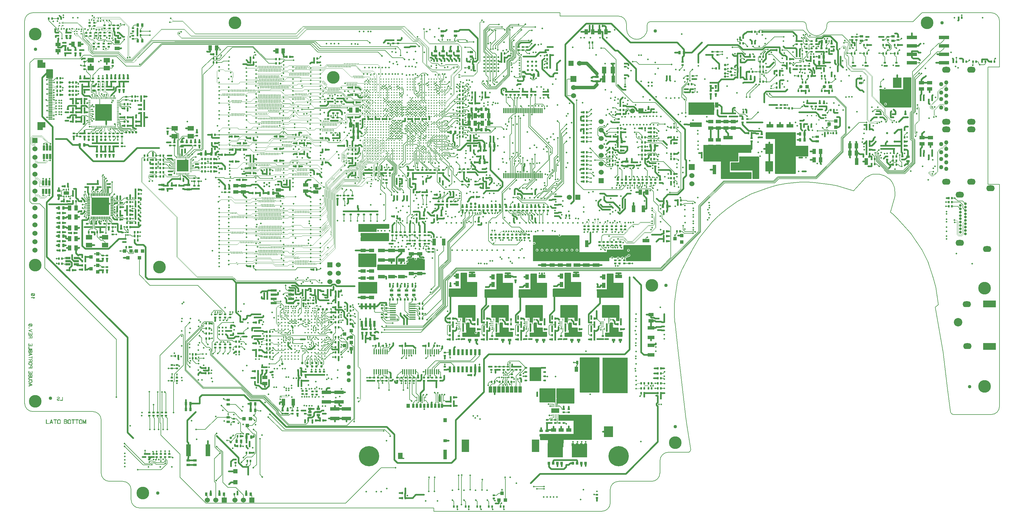
<source format=gbr>
*
G04 Job   : D:\PD-Master\Mas\Mas100n1 ACB_0001_0\Mas100n1 PPC_PORTABILE R_0.pcb*
G04 User  : SHINA:Administrator*
G04 Layer : 10-Bottom.gbr*
G04 Date  : Thu Feb 04 15:45:09 2021*
G04 RSM MASTER DESIGN srl*
%ICAS*%
%MOMM*%
%FSLAX24Y24*%
%OFA0.0000B0.0000*%
G90*
G74*
%AMVB_RECTANGLE*
21,1,$1,$2,0,0,$3*
%
%AMVB_FINGER0*
$3=$1/2*
$4=$2/2*
$5=0-$4*
1,1,$2,$3-$4,0*
21,1,$1-$4,$2,$5/2,0,0*
%
%AMVB_FINGER90*
$3=$1/2*
$4=$2/2*
$5=0-$4*
1,1,$2,0,$3-$4*
21,1,$2,$1-$4,0,$5/2,0*
%
%AMVB_FINGER180*
$3=$1/2*
$4=$2/2*
1,1,$2,$4-$3,0*
21,1,$1-$4,$2,$4/2,0,0*
%
%AMVB_FINGER270*
$3=$1/2*
$4=$2/2*
1,1,$2,0,$4-$3*
21,1,$2,$1-$4,0,$4/2,0*
%
%AMVB_RCRECTANGLE*
$3=$3X2*
21,1,$1-$3,$2,0,0,0*
21,1,$1,$2-$3,0,0,0*
$1=$1/2*
$2=$2/2*
$3=$3/2*
$1=$1-$3*
$2=$2-$3*
1,1,$3X2,0-$1,0-$2*
1,1,$3X2,0-$1,$2*
1,1,$3X2,$1,$2*
1,1,$3X2,$1,0-$2*
%
%ADD18C,0.08000*%
%ADD13C,0.12000*%
%ADD17C,0.14000*%
%ADD10C,0.15000*%
%ADD16C,0.20000*%
%ADD14C,0.25000*%
%ADD91C,0.25400*%
%ADD19C,0.35000*%
%ADD100C,0.35560*%
%ADD34C,0.40000*%
%ADD72C,0.40640*%
%ADD71C,0.42000*%
%ADD12C,0.50000*%
%ADD70C,0.50800*%
%ADD43C,0.53340*%
%ADD33C,0.58420*%
%ADD82C,0.63500*%
%ADD21C,0.76200*%
%ADD79C,0.81280*%
%ADD15C,1.00000*%
%ADD11C,1.01600*%
%ADD54C,1.27000*%
%ADD66C,1.52400*%
%ADD88C,2.54000*%
%ADD41C,3.81000*%
%ADD78C,6.09600*%
%ADD61O,2.54000X1.77800*%
%ADD81VB_RECTANGLE,1.01600X1.01600X0.00000*%
%ADD65VB_RECTANGLE,1.52400X1.52400X90.00000*%
%ADD84VB_RECTANGLE,1.77800X1.77800X0.00000*%
%ADD52VB_RECTANGLE,0.32500X0.27000X270.00000*%
%ADD90VB_RECTANGLE,0.40000X0.30000X270.00000*%
%ADD89VB_RECTANGLE,0.50000X0.30000X270.00000*%
%ADD37VB_RECTANGLE,0.60000X0.25000X0.00000*%
%ADD38VB_RECTANGLE,0.60000X0.25000X270.00000*%
%ADD20VB_RECTANGLE,0.63500X0.58420X0.00000*%
%ADD22VB_RECTANGLE,0.63500X0.58420X270.00000*%
%ADD49VB_RECTANGLE,0.66040X0.45720X180.00000*%
%ADD75VB_RECTANGLE,0.70000X0.20000X270.00000*%
%ADD47VB_RECTANGLE,0.70000X0.25000X90.00000*%
%ADD83VB_RECTANGLE,0.76200X0.88900X0.00000*%
%ADD57VB_RECTANGLE,1.00000X0.80000X0.00000*%
%ADD26VB_RECTANGLE,1.01600X0.66040X0.00000*%
%ADD25VB_RECTANGLE,1.01600X0.66040X90.00000*%
%ADD62VB_RECTANGLE,1.01600X1.01600X0.00000*%
%ADD64VB_RECTANGLE,1.01600X1.01600X270.00000*%
%ADD69VB_RECTANGLE,1.19380X0.30480X0.00000*%
%ADD58VB_RECTANGLE,1.20000X0.70000X90.00000*%
%ADD56VB_RECTANGLE,1.20000X1.00000X90.00000*%
%ADD68VB_RECTANGLE,1.27000X1.27000X0.00000*%
%ADD60VB_RECTANGLE,1.52400X0.27940X270.00000*%
%ADD67VB_RECTANGLE,1.52400X0.35560X270.00000*%
%ADD42VB_RECTANGLE,1.52400X1.01600X180.00000*%
%ADD36VB_RECTANGLE,1.52400X1.01600X270.00000*%
%ADD97VB_RECTANGLE,1.60000X0.60000X180.00000*%
%ADD92VB_RECTANGLE,1.60000X0.60000X270.00000*%
%ADD39VB_RECTANGLE,1.70000X0.25000X270.00000*%
%ADD74VB_RECTANGLE,1.70000X0.70000X270.00000*%
%ADD85VB_RECTANGLE,1.77800X0.38100X0.00000*%
%ADD99VB_RECTANGLE,1.77800X0.66040X180.00000*%
%ADD45VB_RECTANGLE,1.77800X0.66040X90.00000*%
%ADD76VB_RECTANGLE,1.90000X0.95000X270.00000*%
%ADD59VB_RECTANGLE,1.90500X1.39700X0.00000*%
%ADD40VB_RECTANGLE,2.00000X0.50000X270.00000*%
%ADD27VB_RECTANGLE,2.03200X1.01600X0.00000*%
%ADD29VB_RECTANGLE,2.03200X1.01600X90.00000*%
%ADD63VB_RECTANGLE,2.03200X1.27000X270.00000*%
%ADD46VB_RECTANGLE,2.40000X1.40000X180.00000*%
%ADD44VB_RECTANGLE,2.79400X1.01600X0.00000*%
%ADD51VB_RECTANGLE,2.79400X1.01600X90.00000*%
%ADD55VB_RECTANGLE,2.80000X1.00000X90.00000*%
%ADD86VB_RECTANGLE,3.00000X2.60000X90.00000*%
%ADD98VB_RECTANGLE,3.04800X1.01600X0.00000*%
%ADD48VB_RECTANGLE,3.04800X2.28600X270.00000*%
%ADD35VB_RECTANGLE,3.30000X2.70000X270.00000*%
%ADD24VB_RECTANGLE,3.42900X1.77800X0.00000*%
%ADD53VB_RECTANGLE,3.55600X1.39700X0.00000*%
%ADD50VB_RECTANGLE,3.55600X1.39700X90.00000*%
%ADD77VB_RECTANGLE,3.70000X2.20000X270.00000*%
%ADD87VB_RECTANGLE,3.81000X2.03200X180.00000*%
%ADD80VB_RECTANGLE,4.19100X2.03200X270.00000*%
%ADD30VB_FINGER0,0.60000X0.25000*%
%ADD32VB_FINGER90,0.60000X0.25000*%
%ADD31VB_FINGER180,0.60000X0.25000*%
%ADD73VB_FINGER270,0.60000X0.25000*%
%ADD101VB_FINGER0,0.80000X0.50000*%
%ADD102VB_FINGER180,0.80000X0.50000*%
%ADD95VB_FINGER0,0.88900X0.27940*%
%ADD93VB_FINGER90,0.88900X0.27940*%
%ADD96VB_FINGER180,0.88900X0.27940*%
%ADD94VB_FINGER270,0.88900X0.27940*%
%ADD23VB_RCRECTANGLE,0.40000X0.40000X0.10000*%
%ADD28VB_RCRECTANGLE,0.45000X0.45000X0.13000*%
G01*
G36*
X38500Y1171000D02*
Y1147000D01*
X54500*
Y1155000*
X62500*
Y1171000*
X38500*
Y1358000D02*
Y1334000D01*
X62500*
Y1350000*
X54500*
Y1358000*
X38500*
X85000Y1329000D02*
G03X84000Y1330000I1000D01*
G01X66000*
G03X65000Y1329000J1000*
G01Y1303500*
G03X66000Y1302500I1000*
G01X70000*
G03X70612Y1302710J1000*
G02X71531Y1303024I919J1186*
G01X83469*
G02X83788Y1302990J1500*
G03X84000Y1302967I212J977*
X85000Y1303967J1000*
G01Y1329000*
X117000Y952500D02*
X133000D01*
Y962500*
X117000*
Y952500*
X160802Y1133770D02*
Y1135040D01*
G03X157500Y1138342I3302*
X154198Y1135040J3302*
G01Y1133770*
X160802*
X201250Y891250D02*
X253750D01*
Y943750*
X201250*
Y891250*
X212500Y1175000D02*
X262500D01*
Y1225000*
X212500*
Y1175000*
X457500Y1022500D02*
X492500D01*
Y1057500*
X457500*
Y1022500*
X1057500Y774000D02*
G03X1056500Y775000I1000D01*
G01X1003500*
G03X1002500Y774000J1000*
G01Y736000*
G03X1003500Y735000I1000*
G01X1056500*
G03X1057500Y736000J1000*
G01Y774000*
X1060000Y689000D02*
G03X1059000Y690000I1000D01*
G01X1003500*
G03X1002500Y689000J1000*
G01Y656000*
G03X1003500Y655000I1000*
G01X1059000*
G03X1060000Y656000J1000*
G01Y689000*
X1095000Y836500D02*
G03X1094000Y837500I1000D01*
G01X1011000*
G03X1010000Y836500J1000*
G01Y829354*
G03X1010043Y829062I1000*
G02X1010500Y826000I10043J3062*
X1010043Y822938I10500*
G03X1010000Y822646I957J292*
G01Y813500*
G03X1011000Y812500I1000*
G01X1094000*
G03X1095000Y813500J1000*
G01Y836500*
X1095655Y863255D02*
G03X1094655Y864255I1000D01*
G01X1028547*
G03X1027993Y864087J1000*
G01X1003536*
G03X1002536Y863087J1000*
G01Y841138*
G03X1003536Y840138I1000*
G01X1056972*
G03X1057972Y841138J1000*
G01Y850186*
X1094655*
G03X1095655Y851186J1000*
G01Y863255*
X1135500Y176000D02*
Y162000D01*
X1137000Y160500*
X1141000*
Y157000*
X1122500*
Y176000*
X1135500*
X1202500Y757774D02*
G03X1201500Y758774I1000D01*
X1201103Y758692J1000*
G02X1199500Y758360I1603J3708*
X1196307Y759925J4040*
G03X1196223Y760020I791J612*
G01X1195981Y760262*
G03X1195274Y760555I707J707*
G01X1188390*
G02X1185555Y761733J4000*
G01X1185081Y762207*
G03X1184374Y762500I707J707*
G01X1179782*
G03X1178782Y761500J1000*
X1178873Y761083I1000*
G02X1179240Y759400I3673J1683*
X1175200Y755360I4040*
X1171160Y759400J4040*
X1171527Y761083I4040*
G03X1171618Y761500I909J417*
X1170618Y762500I1000*
G01X1165626*
G03X1164919Y762207J1000*
G01X1164445Y761733*
G02X1161610Y760555I2835J2822*
G01X1155226*
G03X1154519Y760262J1000*
G01X1153277Y759020*
G03X1153193Y758925I707J707*
G02X1150891Y757459I3193J2475*
G03X1150115Y756564I221J975*
G01X1150082Y756156*
G03X1150079Y756077I998J79*
X1150706Y755149I1000*
G02X1153240Y751400I1506J3749*
X1149200Y747360I4040*
X1148639Y747399J4040*
G03X1148500Y747409I139J990*
X1147500Y746409J1000*
G01Y742500*
X1143220*
G03X1142859Y742433J1000*
G02X1141400Y742160I1459J3767*
X1139941Y742433J4040*
G03X1139580Y742500I361J933*
G01X1133758*
G03X1133478Y742460J1000*
G02X1132358Y742300I1120J3840*
G01X1130334*
G03X1130208Y742292J1000*
G02X1129700Y742260I508J4008*
X1128468Y742452J4040*
G03X1128163Y742500I305J952*
G01X1104380*
G03X1104146Y742472J1000*
G02X1103200Y742360I946J3928*
X1102692Y742392J4040*
G03X1102566Y742400I126J992*
G01X1102542*
G02X1101746Y742480J4000*
G03X1101547Y742500I199J980*
G01X1061000*
G03X1060000Y741500J1000*
G01Y726000*
G03X1061000Y725000I1000*
G01X1201500*
G03X1202500Y726000J1000*
G01Y757774*
X1331400Y554000D02*
X1336900D01*
Y556500*
X1331400*
Y554000*
Y559000D02*
X1336900D01*
Y561500*
X1331400*
Y559000*
Y564000D02*
X1336900D01*
Y566500*
X1331400*
Y564000*
X1355000Y619000D02*
G03X1354000Y620000I1000D01*
G01X1303500*
G03X1302500Y619000J1000*
G01Y583500*
G03X1303500Y582500I1000*
G01X1315000*
Y568500*
G03X1316000Y567500I1000*
G01X1324000*
G03X1325000Y568500J1000*
G01Y582500*
X1345000*
Y573500*
G03X1346000Y572500I1000*
G01X1354000*
G03X1355000Y573500J1000*
G01Y619000*
X1360000Y689000D02*
G03X1359000Y690000I1000D01*
G01X1330000*
Y716500*
G03X1329000Y717500I1000*
G01X1311000*
G03X1310000Y716500J1000*
G01Y670000*
X1276000*
G03X1275000Y669000J1000*
G01Y646000*
G03X1276000Y645000I1000*
G01X1359000*
G03X1360000Y646000J1000*
G01Y689000*
X1367500Y539000D02*
G03X1366500Y540000I1000D01*
G01X1360868*
G03X1359868Y539000J1000*
X1359942Y538623I1000*
G02X1360240Y537100I3742J1523*
X1356200Y533060I4040*
X1352160Y537100J4040*
X1354437Y540735I4040*
G03X1355000Y541634I437J899*
G01Y551500*
G03X1354000Y552500I1000*
G01X1337500*
Y565105*
G03X1337380Y565580I1000*
G02X1336978Y566696I3520J1900*
G03X1335997Y567500I981J196*
G01X1328500*
G03X1327500Y566500J1000*
G01Y537500*
X1316000*
G03X1315000Y536500J1000*
G01Y526000*
G03X1316000Y525000I1000*
G01X1366500*
G03X1367500Y526000J1000*
G01Y539000*
X1431400Y553500D02*
X1436900D01*
Y556000*
X1431400*
Y553500*
Y558500D02*
X1436900D01*
Y561000*
X1431400*
Y558500*
Y563500D02*
X1436900D01*
Y566000*
X1431400*
Y563500*
X1455000Y619000D02*
G03X1454000Y620000I1000D01*
G01X1403500*
G03X1402500Y619000J1000*
G01Y583500*
G03X1403500Y582500I1000*
G01X1415000*
Y568500*
G03X1416000Y567500I1000*
G01X1424000*
G03X1425000Y568500J1000*
G01Y582500*
X1445000*
Y573500*
G03X1446000Y572500I1000*
G01X1454000*
G03X1455000Y573500J1000*
G01Y619000*
X1467500Y539000D02*
G03X1466500Y540000I1000D01*
G01X1455000*
Y551500*
G03X1454000Y552500I1000*
G01X1437500*
Y566500*
G03X1436500Y567500I1000*
G01X1428500*
G03X1427500Y566500J1000*
G01Y537500*
X1419320*
G03X1418959Y537433J1000*
G02X1417500Y537160I1459J3767*
X1416298Y537343J4040*
G03X1416000Y537388I298J955*
X1415000Y536388J1000*
G01Y526000*
G03X1416000Y525000I1000*
G01X1466500*
G03X1467500Y526000J1000*
G01Y539000*
Y686500D02*
G03X1466500Y687500I1000D01*
G01X1437500*
Y714000*
G03X1436500Y715000I1000*
G01X1418500*
G03X1417500Y714000J1000*
G01Y667500*
X1383500*
G03X1382500Y666500J1000*
G01Y643500*
G03X1383500Y642500I1000*
G01X1466500*
G03X1467500Y643500J1000*
G01Y686500*
X1518000Y391500D02*
X1552000D01*
Y433500*
X1518000*
Y391500*
X1527500Y829000D02*
G02X1528500Y830000I1000D01*
G01X1535960*
Y785600*
G03X1540000Y781560I4040*
X1544040Y785600J4040*
X1540000Y789640I4040*
X1535960Y785600J4040*
G01Y830000*
X1550960*
Y785600*
G03X1555000Y781560I4040*
X1559040Y785600J4040*
X1555000Y789640I4040*
X1550960Y785600J4040*
G01Y830000*
X1565960*
Y785600*
G03X1570000Y781560I4040*
X1574040Y785600J4040*
X1570000Y789640I4040*
X1565960Y785600J4040*
G01Y830000*
X1580960*
Y785600*
G03X1585000Y781560I4040*
X1589040Y785600J4040*
X1585000Y789640I4040*
X1580960Y785600J4040*
G01Y830000*
X1595960*
Y785600*
G03X1600000Y781560I4040*
X1604040Y785600J4040*
X1600000Y789640I4040*
X1595960Y785600J4040*
G01Y830000*
X1602892*
G02X1603826Y829357J1000*
G03X1607600Y826760I3774J1443*
X1610960Y828557J4040*
G01Y785600*
G03X1615000Y781560I4040*
X1619040Y785600J4040*
X1615000Y789640I4040*
X1610960Y785600J4040*
G01Y828557*
G03X1611374Y829357I3360J2243*
G02X1612308Y830000I934J357*
G01X1625960*
Y785600*
G03X1630000Y781560I4040*
X1634040Y785600J4040*
X1630000Y789640I4040*
X1625960Y785600J4040*
G01Y830000*
X1640960*
Y785600*
G03X1645000Y781560I4040*
X1649040Y785600J4040*
X1645000Y789640I4040*
X1640960Y785600J4040*
G01Y830000*
X1655960*
Y785600*
G03X1660000Y781560I4040*
X1664040Y785600J4040*
X1660000Y789640I4040*
X1655960Y785600J4040*
G01Y830000*
X1666500*
G02X1667500Y829000J1000*
G01Y780000*
X1750000*
Y786500*
G02X1751000Y787500I1000*
G01X1800000*
Y799486*
G02X1801000Y800486I1000*
G01X1810760*
Y785200*
G03X1814800Y781160I4040*
X1818840Y785200J4040*
X1814800Y789240I4040*
X1810760Y785200J4040*
G01Y800486*
X1881500*
G02X1882500Y799486J1000*
G01Y753500*
G02X1881500Y752500I1000*
G01X1808175*
G02X1807175Y753500J1000*
G01Y757620*
G03X1806457Y758900I1500*
G02X1805979Y759753I522J853*
X1806272Y760460I1000*
G01X1809782Y763970*
G02X1810489Y764263I707J707*
G01X1812913*
G03X1814504Y764922J2250*
G01X1815167Y765585*
G02X1815874Y765878I707J707*
X1815959Y765874J1000*
G03X1816300Y765860I341J4026*
X1820340Y769900J4040*
X1816300Y773940I4040*
X1812260Y769900J4040*
X1812261Y769790I4040*
G02X1812262Y769763I999J27*
X1811262Y768763I1000*
G01X1809143*
G03X1807552Y768104J2250*
G01X1802147Y762699*
G02X1801440Y762406I707J707*
X1800480Y763127J1000*
G03X1796600Y766040I3880J1127*
X1792743Y763202J4040*
G02X1791788Y762500I955J298*
G01X1788345*
G02X1787403Y763163J1000*
G03X1783600Y765840I3803J1363*
X1779797Y763163J4040*
G02X1778855Y762500I942J337*
G01X1770319*
G02X1769343Y763282J1000*
G03X1765400Y766440I3943J882*
X1761457Y763282J4040*
G02X1760482Y762500I975J218*
G01X1757500*
Y753500*
G02X1756500Y752500I1000*
G01X1528500*
G02X1527500Y753500J1000*
G01Y802078*
G02X1528500Y803078I1000*
X1529075Y802896J1000*
G03X1531400Y802160I2325J3304*
X1535440Y806200J4040*
X1531400Y810240I4040*
X1529075Y809504J4040*
G02X1528500Y809322I575J818*
X1527500Y810322J1000*
G01Y829000*
X1534150Y553750D02*
X1539650D01*
Y556250*
X1534150*
Y553750*
Y558750D02*
X1539650D01*
Y561250*
X1534150*
Y558750*
Y563750D02*
X1539650D01*
Y566250*
X1534150*
Y563750*
X1557500Y619000D02*
G03X1556500Y620000I1000D01*
G01X1506000*
G03X1505000Y619000J1000*
G01Y583500*
G03X1506000Y582500I1000*
G01X1517500*
Y568500*
G03X1518500Y567500I1000*
G01X1526500*
G03X1527500Y568500J1000*
G01Y582500*
X1547500*
Y573500*
G03X1548500Y572500I1000*
G01X1556500*
G03X1557500Y573500J1000*
G01Y619000*
X1570000Y539000D02*
G03X1569000Y540000I1000D01*
G01X1557500*
Y551500*
G03X1556500Y552500I1000*
G01X1540000*
Y562892*
G03X1539930Y563260I1000*
G02X1539650Y564730I3720J1470*
G01Y566500*
G03X1538650Y567500I1000*
G01X1531000*
G03X1530000Y566500J1000*
G01Y537500*
X1521480*
G03X1521246Y537472J1000*
G02X1520300Y537360I946J3928*
X1519354Y537472J4040*
G03X1519120Y537500I234J972*
G01X1518500*
G03X1517500Y536500J1000*
G01Y526000*
G03X1518500Y525000I1000*
G01X1569000*
G03X1570000Y526000J1000*
G01Y539000*
Y686500D02*
G03X1569000Y687500I1000D01*
G01X1540000*
Y714000*
G03X1539000Y715000I1000*
G01X1521000*
G03X1520000Y714000J1000*
G01Y667500*
X1486000*
G03X1485000Y666500J1000*
G01Y643500*
G03X1486000Y642500I1000*
G01X1569000*
G03X1570000Y643500J1000*
G01Y686500*
X1572140Y162340D02*
X1617860D01*
Y197900*
X1572140*
Y162340*
X1596000Y369000D02*
G03X1595000Y370000I1000D01*
G01X1548500*
G03X1547500Y369000J1000*
G01Y328500*
G03X1548500Y327500I1000*
G01X1593500*
Y314000*
G03X1594500Y313000I1000*
G01X1595000*
G03X1596000Y314000J1000*
G01Y369000*
X1638650Y553750D02*
X1644150D01*
Y556250*
X1638650*
Y553750*
Y558750D02*
X1644150D01*
Y561250*
X1638650*
Y558750*
Y563750D02*
X1644150D01*
Y566250*
X1638650*
Y563750*
X1644640Y162340D02*
X1690360D01*
Y202500*
X1644640*
Y162340*
X1652500Y369000D02*
G03X1651500Y370000I1000D01*
G01X1599500*
G03X1598500Y369000J1000*
G01Y340679*
G03X1598623Y340199I1000*
G02X1598929Y339000I2194J1199*
G01Y338821*
G03X1598500Y338000I571J821*
G01Y314000*
G03X1599500Y313000I1000*
G01X1600429*
G03X1601429Y314000J1000*
G01Y324220*
X1651500*
G03X1652500Y325220J1000*
G01Y369000*
X1662500Y619000D02*
G03X1661500Y620000I1000D01*
G01X1611000*
G03X1610000Y619000J1000*
G01Y583500*
G03X1611000Y582500I1000*
G01X1622500*
Y568500*
G03X1623500Y567500I1000*
G01X1631500*
G03X1632500Y568500J1000*
G01Y582500*
X1652500*
Y573500*
G03X1653500Y572500I1000*
G01X1661500*
G03X1662500Y573500J1000*
G01Y619000*
X1672500Y689000D02*
G03X1671500Y690000I1000D01*
G01X1642500*
Y716500*
G03X1641500Y717500I1000*
G01X1623500*
G03X1622500Y716500J1000*
G01Y670000*
X1588500*
G03X1587500Y669000J1000*
G01Y646000*
G03X1588500Y645000I1000*
G01X1671500*
G03X1672500Y646000J1000*
G01Y689000*
X1675000Y539000D02*
G03X1674000Y540000I1000D01*
G01X1662500*
Y551500*
G03X1661500Y552500I1000*
G01X1645000*
Y566500*
G03X1644000Y567500I1000*
G01X1636000*
G03X1635000Y566500J1000*
G01Y537500*
X1626080*
G03X1625846Y537472J1000*
G02X1624900Y537360I946J3928*
X1623954Y537472J4040*
G03X1623720Y537500I234J972*
G01X1623500*
G03X1622500Y536500J1000*
G01Y526000*
G03X1623500Y525000I1000*
G01X1674000*
G03X1675000Y526000J1000*
G01Y539000*
X1705000Y289000D02*
G03X1704000Y290000I1000D01*
G01X1605010*
G03X1604010Y289000J1000*
G01Y273301*
G03X1605010Y272301I1000*
G01X1650000*
Y232500*
X1550354*
G03X1549354Y231500J1000*
G01Y215319*
G03X1550354Y214319I1000*
G01X1572500*
Y193500*
G03X1573500Y192500I1000*
G01X1618245*
G03X1619245Y193465J1000*
G01X1620000Y215000*
X1704000*
G03X1705000Y216000J1000*
G01Y289000*
X1727500Y461882D02*
G03X1726500Y462882I1000D01*
G01X1669508*
G03X1668508Y461882J1000*
G01Y358500*
G03X1669508Y357500I1000*
G01X1726500*
G03X1727500Y358500J1000*
G01Y461882*
X1763650Y553750D02*
X1769150D01*
Y556250*
X1763650*
Y553750*
Y558750D02*
X1769150D01*
Y561250*
X1763650*
Y558750*
Y563750D02*
X1769150D01*
Y566250*
X1763650*
Y563750*
X1787500Y619000D02*
G03X1786500Y620000I1000D01*
G01X1736000*
G03X1735000Y619000J1000*
G01Y583500*
G03X1736000Y582500I1000*
G01X1755000*
Y570662*
G03X1756000Y569662I1000*
X1756429Y569759J1000*
G02X1756786Y569896I1071J2259*
G03X1757500Y570854I286J958*
G01Y582500*
X1777500*
Y573500*
G03X1778500Y572500I1000*
G01X1786500*
G03X1787500Y573500J1000*
G01Y619000*
X1797500Y539000D02*
G03X1796500Y540000I1000D01*
G01X1785000*
Y551500*
G03X1784000Y552500I1000*
G01X1767500*
Y566500*
G03X1766500Y567500I1000*
G01X1759550*
G03X1758550Y566500J1000*
G01Y562500*
G02X1757920Y561278I1500*
G03X1757500Y560463I580J815*
G01Y537500*
X1751080*
G03X1750846Y537472J1000*
G02X1749900Y537360I946J3928*
X1748954Y537472J4040*
G03X1748720Y537500I234J972*
G01X1746000*
G03X1745000Y536500J1000*
G01Y526000*
G03X1746000Y525000I1000*
G01X1796500*
G03X1797500Y526000J1000*
G01Y539000*
X1800000Y686500D02*
G03X1799000Y687500I1000D01*
G01X1770000*
Y714000*
G03X1769000Y715000I1000*
G01X1751000*
G03X1750000Y714000J1000*
G01Y667500*
X1721000*
G03X1720000Y666500J1000*
G01Y643500*
G03X1721000Y642500I1000*
G01X1799000*
G03X1800000Y643500J1000*
G01Y686500*
X1812500Y461500D02*
G03X1811500Y462500I1000D01*
G01X1738035*
G03X1737035Y461500J1000*
G01Y356116*
G03X1738035Y355116I1000*
G01X1811500*
G03X1812500Y356116J1000*
G01Y461500*
X2072500Y1229000D02*
G03X2071500Y1230000I1000D01*
G01X1996000*
G03X1995000Y1229000J1000*
G01Y1193500*
G03X1996000Y1192500I1000*
G01X2071500*
G03X2072500Y1193500J1000*
G01Y1229000*
X2185000Y1019000D02*
G03X2184000Y1020000I1000D01*
G01X2120000*
Y1052500*
X2144000*
G03X2145000Y1053500J1000*
G01Y1078502*
X2183373*
G03X2184373Y1079502J1000*
G01Y1101500*
G03X2183373Y1102500I1000*
G01X2041000*
G03X2040000Y1101500J1000*
G01Y1053500*
G03X2041000Y1052500I1000*
G01X2092500*
Y1001000*
G03X2093500Y1000000I1000*
G01X2184000*
G03X2185000Y1001000J1000*
G01Y1019000*
X2207500Y1064973D02*
G03X2207194Y1065693I1000D01*
G02X2206327Y1066917I2806J2907*
G03X2205418Y1067500I909J417*
G01X2148500*
G03X2147500Y1066500J1000*
G01Y1050000*
X2123500*
G03X2122500Y1049000J1000*
G01Y1026000*
G03X2123500Y1025000I1000*
G01X2187500*
Y1001000*
G03X2188500Y1000000I1000*
G01X2206500*
G03X2207500Y1001000J1000*
G01Y1064973*
X2355000Y1099000D02*
G03X2354000Y1100000I1000D01*
G01X2317500*
Y1139000*
G03X2316500Y1140000I1000*
G01X2228500*
G03X2227500Y1139000J1000*
G01Y1121000*
G03X2228500Y1120000I1000*
G01X2255000*
Y1016000*
G03X2256000Y1015000I1000*
G01X2316500*
G03X2317500Y1016000J1000*
G01Y1067500*
X2326063*
G03X2326368Y1067548J1000*
G02X2327600Y1067740I1232J3848*
X2328108Y1067708J4040*
G03X2328234Y1067700I126J992*
G01X2336866*
G03X2336992Y1067708J1000*
G02X2337500Y1067740I508J4008*
X2338732Y1067548J4040*
G03X2339037Y1067500I305J952*
G01X2346663*
G03X2346968Y1067548J1000*
G02X2348200Y1067740I1232J3848*
X2349432Y1067548J4040*
G03X2349737Y1067500I305J952*
G01X2354000*
G03X2355000Y1068500J1000*
G01Y1099000*
X2570000Y1269000D02*
G02X2571000Y1270000I1000D01*
G01X2582173*
G02X2582873Y1269714J1000*
G03X2583260Y1269380I2827J2886*
G01Y1225000*
G03X2587300Y1220960I4040*
X2591340Y1225000J4040*
X2587300Y1229040I4040*
X2583260Y1225000J4040*
G01Y1269380*
G03X2585700Y1268560I2440J3220*
X2588527Y1269714J4040*
G02X2589227Y1270000I700J714*
G01X2640000*
Y1304000*
G02X2641000Y1305000I1000*
G01X2664000*
G02X2665000Y1304000J1000*
G01Y1216000*
G02X2664000Y1215000I1000*
G01X2585647*
G02X2584940Y1215293J1000*
G01X2570293Y1229940*
G02X2570000Y1230647I707J707*
G01Y1269000*
G37*
G54D10*
X12620Y551520D02*
X12600Y551560D01*
X12590Y551590*
X12580Y551610*
X12570Y551630*
Y551890*
X12580Y551900*
X12590Y551920*
X12600Y551950*
X12620Y552000*
X12880Y552260*
X12920Y552280*
X12950Y552290*
X12990Y552300*
X13250*
X13280Y552290*
X13310Y552280*
X13360Y552260*
X13620Y552000*
X13640Y551950*
X13650Y551920*
Y551890*
Y551630*
Y551590*
X13640Y551560*
X13620Y551520*
X13360Y551260*
X13330Y551240*
X13280Y551230*
X13250*
X12990*
X12950*
X12910Y551240*
X12880Y551260*
X12620Y551520*
X13170Y551530D02*
X13350Y551700D01*
Y551820*
X13170Y551990*
X13060*
X12890Y551820*
Y551700*
X13060Y551530*
X13170*
X13200Y401950D02*
X13210Y401970D01*
X13230Y401990*
X13250Y402010*
X13690Y402480*
X13720Y402490*
X13790Y402540*
X14790Y402750*
X14860*
X22360*
X22430Y402730*
X22490Y402680*
X22520Y402620*
X22530Y402550*
X22520Y402480*
X22490Y402410*
X22430Y402370*
X22360Y402350*
X14870*
X13930Y402150*
X13570Y401760*
X13070Y400730*
X12970Y399830*
Y398530*
X13070Y397620*
X13570Y396610*
X13930Y396220*
X14870Y396020*
X22360*
X22430Y396000*
X22490Y395960*
X22520Y395890*
X22530Y395810*
X22520Y395740*
X22490Y395670*
X22430Y395630*
X22360Y395610*
X14860*
X14830Y395590*
X14790Y395610*
X13790Y395820*
X13740Y395830*
X13720Y395870*
X13710*
X13690Y395900*
X13250Y396370*
Y396380*
X13200Y396440*
X12700Y397480*
Y397500*
X12690Y397510*
Y397540*
X12560Y398470*
Y398510*
Y399840*
Y399880*
X12690Y400820*
X12700Y400840*
Y400860*
Y400880*
X13200Y401950*
Y446900D02*
X13250Y446960D01*
X13690Y447430*
X13720Y447440*
X13790Y447490*
X14790Y447700*
X14860*
X20250*
X20330*
X21330Y447490*
X21350Y447470*
X21370Y447460*
X21380Y447450*
X21420Y447430*
X22000Y446960*
Y446940*
X22020Y446930*
X22030*
X22050Y446900*
X22060Y446870*
X22400Y445830*
X22420Y445800*
X22430Y445770*
X22560Y444830*
Y444810*
Y443470*
Y443430*
Y443420*
X22430Y442490*
X22420Y442460*
X22400Y442430*
X22060Y441400*
X22040Y441360*
X22030Y441340*
X22000Y441320*
X21420Y440830*
X21400Y440810*
X21390Y440800*
X21360Y440780*
X21330Y440770*
X20330Y440560*
X20290Y440540*
X20250Y440560*
X14860*
X14830Y440540*
X14790Y440560*
X13790Y440770*
X13740Y440780*
X13720Y440820*
X13710*
X13690Y440850*
X13250Y441320*
Y441330*
X13200Y441390*
X12700Y442430*
Y442450*
X12690Y442470*
Y442490*
X12560Y443420*
Y443460*
Y443470*
Y444790*
Y444810*
Y444830*
X12690Y445770*
X12700Y445790*
Y445810*
Y445830*
X13200Y446900*
X13300Y411470D02*
X12560Y410310D01*
Y405260*
X12580Y405190*
X12620Y405120*
X12690Y405080*
X12760Y405060*
X22360*
X22430Y405080*
X22500Y405120*
X22540Y405190*
X22560Y405260*
Y410260*
X21830Y411460*
X20780Y412200*
X19850*
X18430Y411470*
X17920Y410490*
X17030Y411460*
X15890Y412200*
X14780*
X13300Y411470*
Y484790D02*
X12560Y483630D01*
Y478580*
X12580Y478510*
X12620Y478440*
X12690Y478400*
X12760Y478380*
X22360*
X22430Y478400*
X22500Y478440*
X22540Y478510*
X22560Y478580*
Y483580*
X21830Y484780*
X20780Y485520*
X19850*
X18430Y484790*
X17920Y483810*
X17030Y484780*
X15890Y485520*
X14780*
X13300Y484790*
X14550Y557100D02*
X14600Y557040D01*
X14620Y556970*
X14610Y556900*
X14570Y556830*
X14530Y556780*
X14470Y556730*
X14430Y556720*
X14400*
X14370*
X14330Y556740*
X13470Y557240*
X13450Y557250*
Y557260*
X13400Y557310*
X12720Y558380*
X12700Y558420*
X12690Y558460*
X12560Y559380*
Y559400*
Y559440*
Y560760*
Y560780*
Y560800*
X12690Y561740*
X12700Y561780*
X12720Y561830*
X13400Y562880*
X13430Y562910*
X13490Y562940*
X14330Y563400*
X14360Y563410*
X14400Y563430*
X16830Y563670*
X16850*
X16870*
X18220*
X18250*
X18260*
X18290*
X20670Y563470*
X20710Y563460*
X20760Y563440*
X21630Y562930*
X21660Y562900*
X21700Y562840*
X22390Y561840*
X22410Y561810*
X22430Y561740*
X22560Y560800*
Y560780*
Y559440*
Y559400*
Y559390*
X22430Y558460*
Y558440*
X22420Y558430*
X22400Y558390*
X21700Y557310*
X21670Y557280*
X21620Y557240*
X20750Y556790*
X20720Y556770*
X20670Y556760*
X18290Y556530*
X18250*
X16870*
X16860*
X16830*
X14420Y556730*
X14340Y556750*
X14300Y556790*
X14270Y556860*
X14260Y556930*
X14270Y557010*
X14310Y557070*
X14370Y557110*
X14450Y557130*
X14500Y557110*
X14550Y557100*
X14870Y440970D02*
X20250D01*
X21210Y441170*
X21690Y441570*
X22040Y442540*
X22150Y443480*
Y444770*
Y444780*
X22040Y445730*
X21690Y446690*
X21210Y447090*
X20250Y447300*
X14870*
X13930Y447100*
X13570Y446710*
X13070Y445680*
X12970Y444780*
Y443500*
Y443480*
X13070Y442570*
X13570Y441560*
X13930Y441170*
X14870Y440970*
X15630Y1338312D02*
Y939112D01*
X16890Y556940D02*
X16900D01*
X18230*
X20600Y557160*
X21130Y557440*
X13640Y562490*
X13070Y561640*
X12970Y560760*
Y560740*
Y559470*
Y559460*
X13070Y558560*
X13730Y557570*
X14500Y557110*
X16890Y556940*
X17750Y410040D02*
Y405470D01*
X12970*
Y410180*
X13600Y411190*
X14860Y411800*
X15790*
X16730Y411200*
X17750Y410040*
Y483360D02*
Y478790D01*
X12970*
Y483500*
X13600Y484510*
X14860Y485120*
X15790*
X16730Y484520*
X17750Y483360*
X18160Y405470D02*
Y410080D01*
X18730Y411190*
X19930Y411800*
X20650*
X21510Y411200*
X22150Y410130*
Y405470*
X18160*
Y478790D02*
Y483400D01*
X18730Y484510*
X19930Y485120*
X20650*
X21510Y484520*
X22150Y483450*
Y478790*
X18160*
X20260Y642770D02*
X20190Y642780D01*
X20130Y642830*
X20100Y642880*
X20090Y642940*
X20100Y643010*
X20130Y643070*
X20190Y643110*
X20260Y643130*
X29860*
X29930Y643120*
X29980Y643090*
X30010Y643040*
X30020Y642970*
X30040Y642920*
Y642880*
X30020Y642840*
X29980Y642800*
X27240Y641010*
X27170Y640980*
X27100Y640990*
X27040Y641020*
X26990Y641070*
X26950Y641130*
X26930Y641190*
X26940Y641250*
X26990Y641300*
X29240Y642770*
X20260*
X21750Y380280D02*
X15720Y382390D01*
Y378150*
X21750Y380280*
Y472480D02*
X15720Y474590D01*
Y470350*
X21750Y472480*
X21760Y392610D02*
X21820Y392560D01*
X21830Y392530*
X21840Y392520*
X22260Y391580*
X22270Y391540*
Y391490*
X22530Y390500*
X22550Y390470*
X22560Y390420*
X22430Y389130*
X22420Y389110*
Y389090*
X22410Y389070*
X22400Y389050*
X21950Y388190*
X21940Y388140*
X21900Y388090*
X21130Y387330*
X21080Y387310*
X21050Y387290*
X19720Y386620*
X19670Y386600*
X19650Y386590*
X18320Y386190*
X18290*
X18280*
X18270Y386180*
X18250*
X16900*
X16870Y386160*
X16830Y386180*
X15460Y386480*
X15430*
X15400Y386500*
X15390*
X14050Y387260*
X14030*
X14010Y387280*
X14000Y387290*
X13200Y388030*
Y388050*
X13190*
X13170Y388070*
X13160Y388090*
X12720Y388980*
X12680Y389020*
X12670Y389060*
X12560Y390400*
Y390420*
Y390430*
Y390460*
X12800Y391820*
X12810Y391860*
X12850Y391890*
X13490Y392810*
X13530Y392840*
X13590Y392880*
X14460Y393290*
X14540Y393310*
X14610Y393300*
X14670Y393250*
X14710Y393200*
X14730Y393130*
X14740Y393060*
X14720Y393000*
X14660Y392950*
X13790Y392530*
X13200Y391690*
X12970Y390400*
X13070Y389120*
X13500Y388300*
X14260Y387590*
X15550Y386880*
X16920Y386590*
X18230*
X19520Y386960*
X19560Y386980*
X19640*
X19700Y386950*
X19750Y386900*
X19780Y386830*
X19790Y386760*
X19780Y386690*
X19740Y386630*
X19670Y386600*
X19640Y386590*
X19580Y386600*
X19520Y386630*
X19470Y386680*
X19440Y386730*
X19430Y386790*
Y386850*
X19460Y386910*
X19520Y386960*
X20830Y387630*
X21600Y388390*
X22030Y389190*
X22140Y390430*
X21890Y391380*
X21880*
X21870Y391410*
X21490Y392290*
X20430Y392950*
X20380Y393000*
X20360Y393060*
X20370Y393140*
X20400Y393210*
X20450Y393270*
X20520Y393310*
X20590Y393320*
X20660Y393290*
X21760Y392610*
X21790Y437480D02*
X21810Y437450D01*
X21820Y437430*
X21830*
X22520Y436490*
X22540Y436440*
X22550Y436410*
X22560Y436360*
Y431310*
X22540Y431230*
X22490Y431180*
X22440Y431130*
X22360Y431110*
X12760*
X12690Y431130*
X12630Y431170*
X12600Y431240*
X12590Y431310*
X12600Y431390*
X12630Y431460*
X12690Y431500*
X12760Y431520*
X17360*
Y436360*
Y436420*
X17370Y436450*
X17390Y436490*
X18070Y437430*
X18100Y437450*
X18160Y437490*
X19150Y438220*
X19170*
X19180Y438230*
X19200Y438240*
X19220*
X19240Y438250*
X19280*
X20650*
X20690Y438240*
X20710*
X20730Y438230*
X20740Y438220*
X20760*
X21790Y437480*
Y456380D02*
X21810Y456350D01*
X21820Y456330*
X21830*
X22520Y455390*
X22540Y455340*
X22550Y455310*
X22560Y455260*
Y450210*
X22540Y450130*
X22490Y450080*
X22440Y450030*
X22360Y450010*
X12760*
X12680Y450030*
X12630Y450070*
X12600Y450140*
X12590Y450210*
X12600Y450290*
X12630Y450360*
X12680Y450400*
X12760Y450420*
X17360*
Y455120*
X12700Y456760*
X12630Y456800*
X12590Y456870*
Y456950*
X12600Y457010*
X12640Y457070*
X12690Y457120*
X12750Y457150*
X12830Y457140*
X17470Y455500*
X18070Y456330*
X18100Y456350*
X18160Y456390*
X19150Y457120*
X19170*
X19180Y457130*
X19200Y457140*
X19220*
X19240Y457150*
X19280*
X20650*
X20690Y457140*
X20710*
X20730Y457130*
X20740Y457120*
X20760*
X21790Y456380*
Y527400D02*
X21810Y527370D01*
X21820Y527350*
X21830*
X22520Y526410*
X22540Y526360*
X22550Y526330*
X22560Y526280*
Y521230*
X22540Y521150*
X22490Y521100*
X22440Y521050*
X22360Y521030*
X12760*
X12680Y521050*
X12630Y521090*
X12600Y521160*
X12590Y521230*
X12600Y521310*
X12630Y521380*
X12680Y521420*
X12760Y521440*
X17360*
Y526140*
X12700Y527780*
X12630Y527820*
X12590Y527890*
Y527970*
X12600Y528030*
X12640Y528090*
X12690Y528140*
X12750Y528170*
X12830Y528160*
X17470Y526520*
X18070Y527350*
X18100Y527370*
X18160Y527410*
X19150Y528140*
X19170*
X19180Y528150*
X19200Y528160*
X19220*
X19240Y528170*
X19280*
X20650*
X20690Y528160*
X20710*
X20730Y528150*
X20740Y528140*
X20760*
X21790Y527400*
X22050Y648870D02*
X22100Y648810D01*
X22120Y648740*
X22110Y648670*
X22070Y648600*
X22030Y648550*
X21970Y648500*
X21930Y648490*
X21900*
X21870*
X21830Y648510*
X20970Y649010*
X20950Y649020*
Y649030*
X20900Y649080*
X20220Y650150*
X20200Y650190*
X20190Y650230*
X20060Y651150*
Y651170*
Y651210*
Y652530*
Y652550*
Y652570*
X20190Y653510*
X20200Y653550*
X20220Y653600*
X20900Y654650*
X20930Y654680*
X20990Y654710*
X21830Y655170*
X21860Y655180*
X21900Y655200*
X24330Y655440*
X24350*
X24370*
X25720*
X25750*
X25760*
X25790*
X28170Y655240*
X28210Y655230*
X28260Y655210*
X29130Y654700*
X29160Y654670*
X29200Y654610*
X29890Y653610*
X29910Y653580*
X29930Y653510*
X30060Y652570*
Y652550*
Y651210*
Y651170*
Y651160*
X29930Y650230*
Y650210*
X29920Y650200*
X29900Y650160*
X29200Y649080*
X29170Y649050*
X29120Y649010*
X28250Y648560*
X28220Y648540*
X28170Y648530*
X25790Y648300*
X25750*
X24370*
X24360*
X24330*
X21920Y648500*
X21840Y648520*
X21800Y648560*
X21770Y648630*
X21760Y648700*
X21770Y648780*
X21810Y648840*
X21870Y648880*
X21950Y648900*
X22000Y648880*
X22050Y648870*
X22150Y431520D02*
Y436310D01*
X21520Y437160*
X20580Y437850*
X19350*
X18370Y437140*
X17760Y436310*
Y431520*
X22150*
Y450420D02*
Y455210D01*
X21520Y456060*
X20580Y456750*
X19350*
X18370Y456040*
X17760Y455210*
Y450420*
X22150*
Y521440D02*
Y526230D01*
X21520Y527080*
X20580Y527770*
X19350*
X18370Y527060*
X17760Y526230*
Y521440*
X22150*
Y559450D02*
Y559470D01*
Y560740*
Y560760*
X22040Y561670*
X21390Y562580*
X20580Y563070*
X18230Y563270*
X16910*
X14480Y563030*
X13960Y562740*
X21450Y557680*
X22040Y558550*
X22150Y559450*
X22360Y488240D02*
X22430Y488220D01*
X22490Y488180*
X22520Y488110*
X22530Y488030*
X22520Y487960*
X22490Y487890*
X22430Y487850*
X22360Y487830*
X12760*
X12690Y487850*
X12630Y487900*
X12580Y487950*
X12560Y488030*
Y494770*
X12580Y494840*
X12620Y494900*
X12690Y494930*
X12760Y494940*
X12840Y494930*
X12910Y494900*
X12950Y494840*
X12970Y494770*
Y488240*
X22360*
X22420Y380480D02*
X22470Y380450D01*
X22500Y380410*
X22520Y380350*
X22530Y380290*
Y380230*
X22520Y380170*
X22480Y380120*
X22420Y380090*
X12840Y376720*
X12760Y376710*
X12700Y376730*
X12650Y376780*
X12610Y376850*
X12590Y376920*
X12600Y377000*
X12640Y377060*
X12710Y377100*
X15310Y378020*
Y382550*
X12710Y383460*
X12640Y383500*
X12600Y383570*
X12590Y383640*
X12610Y383710*
X12650Y383770*
X12700Y383820*
X12760Y383840*
X12840Y383830*
X22420Y380480*
Y472680D02*
X22470Y472650D01*
X22500Y472610*
X22520Y472550*
X22530Y472490*
Y472430*
X22520Y472370*
X22480Y472320*
X22420Y472290*
X12840Y468920*
X12760Y468910*
X12700Y468930*
X12650Y468980*
X12610Y469050*
X12590Y469120*
X12600Y469200*
X12640Y469260*
X12710Y469300*
X15310Y470220*
Y474750*
X12710Y475660*
X12640Y475700*
X12600Y475770*
X12590Y475840*
X12610Y475910*
X12650Y475970*
X12700Y476020*
X12760Y476040*
X12840Y476030*
X22420Y472680*
Y540320D02*
X22490Y540280D01*
X22530Y540220*
X22540Y540140*
X22520Y540070*
X22490Y540000*
X22440Y539950*
X22370Y539930*
X22290Y539940*
X12700Y543310*
X12650Y543330*
X12620Y543370*
X12600Y543410*
X12590Y543470*
Y543540*
X12600Y543600*
X12640Y543660*
X12700Y543700*
X22290Y547050*
X22370Y547060*
X22440Y547040*
X22490Y546990*
X22520Y546930*
X22540Y546860*
X22530Y546790*
X22490Y546720*
X22420Y546680*
X13380Y543500*
X22420Y540320*
X22560Y414710D02*
X22540Y414630D01*
X22490Y414580*
X22440Y414530*
X22360Y414510*
X12760*
X12690Y414530*
X12630Y414580*
X12580Y414630*
X12560Y414710*
Y421450*
X12580Y421520*
X12620Y421580*
X12690Y421610*
X12760Y421620*
X12840Y421610*
X12910Y421580*
X12950Y421520*
X12970Y421450*
Y414920*
X17360*
Y419450*
X17380Y419520*
X17420Y419580*
X17490Y419610*
X17560Y419620*
X17630Y419610*
X17700Y419580*
X17740Y419520*
X17760Y419450*
Y414920*
X22150*
Y421450*
X22170Y421520*
X22210Y421580*
X22280Y421610*
X22350Y421620*
X22430Y421610*
X22500Y421580*
X22540Y421520*
X22560Y421450*
Y414710*
Y459660D02*
X22540Y459580D01*
X22500Y459530*
X22430Y459500*
X22350Y459490*
X22280Y459500*
X22210Y459530*
X22170Y459580*
X22150Y459660*
Y462830*
X12760*
X12690Y462850*
X12630Y462890*
X12600Y462960*
X12590Y463030*
X12600Y463100*
X12630Y463160*
X12690Y463210*
X12760Y463230*
X22150*
Y466400*
X22170Y466480*
X22210Y466530*
X22280Y466560*
X22350Y466570*
X22430Y466560*
X22500Y466530*
X22540Y466480*
X22560Y466400*
Y459660*
Y497480D02*
X22540Y497400D01*
X22490Y497350*
X22440Y497300*
X22360Y497280*
X12760*
X12690Y497300*
X12630Y497350*
X12580Y497400*
X12560Y497480*
Y504220*
X12580Y504290*
X12620Y504350*
X12690Y504380*
X12760Y504390*
X12840Y504380*
X12910Y504350*
X12950Y504290*
X12970Y504220*
Y497690*
X17360*
Y502220*
X17380Y502290*
X17420Y502350*
X17490Y502380*
X17560Y502390*
X17630Y502380*
X17700Y502350*
X17740Y502290*
X17760Y502220*
Y497690*
X22150*
Y504220*
X22170Y504290*
X22210Y504350*
X22280Y504380*
X22350Y504390*
X22430Y504380*
X22500Y504350*
X22540Y504290*
X22560Y504220*
Y497480*
Y530680D02*
X22540Y530600D01*
X22490Y530550*
X22440Y530500*
X22360Y530480*
X12760*
X12690Y530500*
X12630Y530550*
X12580Y530600*
X12560Y530680*
Y537420*
X12580Y537490*
X12620Y537550*
X12690Y537580*
X12760Y537590*
X12840Y537580*
X12910Y537550*
X12950Y537490*
X12970Y537420*
Y530890*
X17360*
Y535420*
X17380Y535490*
X17420Y535550*
X17490Y535580*
X17560Y535590*
X17630Y535580*
X17700Y535550*
X17740Y535490*
X17760Y535420*
Y530890*
X22150*
Y537420*
X22170Y537490*
X22210Y537550*
X22280Y537580*
X22350Y537590*
X22430Y537580*
X22500Y537550*
X22540Y537490*
X22560Y537420*
Y530680*
X24390Y648710D02*
X24400D01*
X25730*
X28100Y648930*
X28630Y649210*
X21140Y654260*
X20570Y653410*
X20470Y652530*
Y652510*
Y651240*
Y651230*
X20570Y650330*
X21230Y649340*
X22000Y648880*
X24390Y648710*
X29650Y651220D02*
Y651240D01*
Y652510*
Y652530*
X29540Y653440*
X28890Y654350*
X28080Y654840*
X25730Y655040*
X24410*
X21980Y654800*
X21460Y654510*
X28950Y649450*
X29540Y650320*
X29650Y651220*
X55475Y962300D02*
X55400Y962225D01*
Y950200*
X55475Y987700D02*
Y1000725D01*
X55400Y1000800*
X57975Y1067300D02*
X57900Y1067225D01*
Y1055200*
X57975Y1092700D02*
Y1105725D01*
X57900Y1105800*
X65283Y275321D02*
X65259Y275405D01*
X65211Y275477*
X65127Y275513*
X65031Y275525*
X64947Y275513*
X64863Y275477*
X64815Y275405*
X64791Y275321*
Y263801*
X64815Y263705*
X64875Y263645*
X64935Y263585*
X65031Y263561*
X73119*
X73215Y263585*
X73275Y263633*
X73311Y263717*
X73323Y263801*
X73311Y263897*
X73275Y263981*
X73215Y264029*
X73119Y264053*
X65283*
Y275321*
X66700Y1297700D02*
X69000Y1300000D01*
X77500*
X67400Y1185100D02*
X67500Y1185000D01*
X77500*
X67400Y1205100D02*
X67500Y1205000D01*
X77500*
X67400Y1220100D02*
X67500Y1220000D01*
X77500*
X67400Y1255100D02*
X67500Y1255000D01*
X77500*
X67400Y1270100D02*
X67500Y1270000D01*
X77500*
X67400Y1285100D02*
X67500Y1285000D01*
X77500*
X74500Y950200D02*
X74525Y950225D01*
Y962300*
Y987700D02*
Y1000225D01*
X75100Y1000800*
X77000Y1055200D02*
X77025Y1055225D01*
Y1067300*
X77500Y1235000D02*
X67600D01*
X65000Y1237600*
X77500Y1310000D02*
Y1305000D01*
Y1310000D02*
Y1315000D01*
Y1320000*
Y1325000*
X77600Y1105225D02*
X77025Y1104650D01*
Y1092700*
X80415Y274589D02*
X82947Y267353D01*
X77859*
X80415Y274589*
X80655Y275393D02*
X80619Y275441D01*
X80571Y275489*
X80511Y275513*
X80427Y275525*
X80355*
X80295Y275501*
X80235Y275465*
X80187Y275393*
X76143Y263897*
X76131Y263801*
X76155Y263717*
X76215Y263657*
X76299Y263621*
X76383Y263597*
X76479Y263609*
X76551Y263657*
X76599Y263741*
X77703Y266861*
X83139*
X84231Y263741*
X84279Y263657*
X84363Y263609*
X84459Y263597*
X84531Y263621*
X84603Y263657*
X84663Y263717*
X84699Y263801*
X84675Y263897*
X80655Y275393*
X82199Y1482500D02*
X100301D01*
X87600Y1179900D02*
X87500Y1180000D01*
X77500*
X87600Y1189900D02*
X87500Y1190000D01*
X77500*
X87735Y275561D02*
X87639Y275537D01*
X87579Y275489*
X87543Y275405*
X87531Y275309*
X87543Y275225*
X87579Y275141*
X87639Y275093*
X87735Y275069*
X91539*
Y263801*
X91563Y263717*
X91611Y263645*
X91695Y263609*
X91779Y263597*
X91863Y263609*
X91947Y263645*
X91995Y263717*
X92019Y263801*
Y275069*
X95823*
X95919Y275093*
X95979Y275141*
X96015Y275225*
X96027Y275309*
X96015Y275405*
X95979Y275489*
X95919Y275537*
X95823Y275561*
X87735*
X88100Y1237300D02*
Y1237619D01*
X85719Y1240000*
X77500*
X88100Y1290000D02*
X77500D01*
X95800Y745400D02*
X96200Y745000D01*
X102801*
X97801Y1302500D02*
X92630D01*
Y1301911*
X85719Y1295000*
X77500*
X99327Y266333D02*
Y272789D01*
X99567Y273941*
X100047Y274517*
X101211Y274937*
X102339Y275069*
X103887*
X103911*
X105039Y274937*
X106191Y274517*
X106671Y273941*
X106923Y272789*
Y266333*
X106683Y265205*
X106215Y264773*
X104991Y264173*
X103911Y264053*
X102363*
X102339*
X101247Y264173*
X100035Y264773*
X99567Y265205*
X99327Y266333*
X102801Y760000D02*
X95800D01*
X103825Y334525D02*
X103805Y334505D01*
X103785Y334485*
X103765Y334475*
X102005Y333665*
X101985Y333655*
X101935*
X100615*
X100585*
X100565*
X100545*
X100535Y333665*
X100515*
X98755Y334475*
X98695Y334525*
X97755Y335355*
X97735Y335375*
X97725Y335395*
Y335415*
X97705Y335435*
Y335465*
Y335475*
X97695Y335495*
Y336935*
X97705Y336975*
X97725Y337025*
X97735Y337065*
X97765Y337115*
X99125Y338135*
X99195Y338155*
X103195Y339515*
X104425Y340475*
Y341725*
X103565Y342725*
X101925Y343245*
X100595*
X98945Y342735*
X98035Y341675*
X98005Y341645*
X97975Y341625*
X97945Y341615*
X97905*
X97835Y341635*
X97775Y341685*
X97735Y341745*
X97695Y341815*
Y341885*
X97735Y341945*
X98675Y343045*
X98725Y343075*
X98765Y343085*
X98775*
Y343105*
X100515Y343625*
X100545Y343645*
X100575Y343655*
X101935*
X101975Y343645*
X102005Y343625*
X103735Y343095*
X103745Y343085*
X103795Y343075*
X103835Y343035*
X104775Y341935*
X104815Y341895*
X104825Y341865*
X104835Y341815*
Y340365*
X104825Y340305*
X104805Y340255*
X104785Y340225*
X104775Y340205*
X104745Y340195*
X103405Y339165*
X103385Y339155*
X103345*
X99355Y337795*
X98095Y336825*
Y335575*
X98925Y334855*
X100635Y334065*
X101885*
X103595Y334855*
X104495Y335655*
X104565Y335685*
X104635*
X104705Y335655*
X104755Y335605*
X104795Y335545*
X104825Y335475*
Y335445*
X104815Y335415*
X104795Y335375*
X104765Y335355*
X103835Y334525*
X103825*
X106443Y264329D02*
X106515Y264389D01*
X107079Y264917*
X107091Y264953*
X107151Y265037*
X107403Y266237*
Y266321*
Y272789*
Y272885*
X107151Y274085*
X107127Y274109*
X107115Y274133*
X107103Y274145*
X107079Y274193*
X106515Y274889*
X106491*
X106479Y274913*
Y274925*
X106443Y274949*
X106407Y274961*
X105159Y275369*
X105123Y275393*
X105087Y275405*
X103959Y275561*
X103947*
X102327*
X102279*
X102267*
X101151Y275405*
X101115Y275393*
X101079Y275369*
X99843Y274961*
X99795Y274937*
X99783Y274925*
X99747Y274889*
X99159Y274193*
X99135Y274157*
X99123*
X99099Y274121*
X99087Y274085*
X98835Y272885*
X98823Y272837*
X98835Y272789*
Y266321*
X98823Y266285*
X98835Y266237*
X99087Y265037*
X99099Y264977*
X99147Y264953*
Y264941*
X99183Y264917*
X99747Y264389*
X99759*
X99831Y264329*
X101079Y263729*
X101103Y263717*
X101127*
X101151*
X102267Y263561*
X102315*
X102327*
X103911*
X103947*
X103959*
X105087Y263717*
X105111*
X105135Y263729*
X105159*
X106443Y264329*
X107024Y1488276D02*
X104600Y1490700D01*
X107199Y1302500D02*
X114400D01*
X110650Y948500D02*
Y963400D01*
X114750Y967500*
X118500*
X110650Y948500D02*
X112200D01*
X113200Y947500*
X118500*
X111800Y1422200D02*
Y1437677D01*
X104037Y1445440*
X99986*
X96450Y1448976*
Y1453024*
X72801Y1476673*
Y1482500*
X112199Y745000D02*
X117448D01*
X119473Y742975*
X129800*
X113875Y343455D02*
X113895Y343525D01*
X113935Y343585*
X114005Y343615*
X114085Y343625*
X114155Y343615*
X114225Y343585*
X114265Y343525*
X114285Y343455*
Y333855*
X114265Y333775*
X114215Y333725*
X114165Y333675*
X114085Y333655*
X107345*
X107275Y333675*
X107215Y333715*
X107185Y333785*
X107175Y333855*
X107185Y333935*
X107215Y334005*
X107275Y334045*
X107345Y334065*
X113875*
Y343455*
X118500Y938650D02*
Y947500D01*
X119247Y270281D02*
X124791D01*
X126111Y270965*
X126843Y272405*
Y273269*
X126123Y274301*
X124839Y275069*
X119247*
Y270281*
X124731Y269789D02*
X119247D01*
Y264053*
X124911*
X126111Y264809*
X126843Y266321*
Y267437*
X126123Y268565*
X124731Y269789*
X125000Y958650D02*
Y967500D01*
X126447Y264449D02*
X125067Y263561D01*
X118995*
X118911Y263585*
X118827Y263633*
X118779Y263717*
X118755Y263801*
Y275321*
X118779Y275405*
X118827Y275477*
X118911Y275537*
X118995Y275561*
X124995*
X126435Y274685*
X127323Y273413*
Y272309*
X126447Y270605*
X125271Y269993*
X126435Y268925*
X127323Y267557*
Y266213*
X126447Y264449*
X129800Y762025D02*
X119473D01*
X117448Y760000*
X112199*
X130587Y266333D02*
Y272789D01*
X130827Y273941*
X131307Y274517*
X132471Y274937*
X133599Y275069*
X135147*
X135171*
X136299Y274937*
X137451Y274517*
X137931Y273941*
X138183Y272789*
Y266333*
X137943Y265205*
X137475Y264773*
X136251Y264173*
X135171Y264053*
X133623*
X133599*
X132507Y264173*
X131295Y264773*
X130827Y265205*
X130587Y266333*
X131500Y967500D02*
Y975699D01*
X130849Y976350*
X137000Y946870D02*
X140130Y950000D01*
X145301*
X137000Y946870D02*
Y940700D01*
Y946870D02*
X136370Y947500D01*
X131500*
X137703Y264329D02*
X137775Y264389D01*
X138339Y264917*
X138351Y264953*
X138411Y265037*
X138663Y266237*
Y266321*
Y272789*
Y272885*
X138411Y274085*
X138387Y274109*
X138375Y274133*
X138363Y274145*
X138339Y274193*
X137775Y274889*
X137751*
X137739Y274913*
Y274925*
X137703Y274949*
X137667Y274961*
X136419Y275369*
X136383Y275393*
X136347Y275405*
X135219Y275561*
X135207*
X133587*
X133539*
X133527*
X132411Y275405*
X132375Y275393*
X132339Y275369*
X131103Y274961*
X131055Y274937*
X131043Y274925*
X131007Y274889*
X130419Y274193*
X130395Y274157*
X130383*
X130359Y274121*
X130347Y274085*
X130095Y272885*
X130083Y272837*
X130095Y272789*
Y266321*
X130083Y266285*
X130095Y266237*
X130347Y265037*
X130359Y264977*
X130407Y264953*
Y264941*
X130443Y264917*
X131007Y264389*
X131019*
X131091Y264329*
X132339Y263729*
X132363Y263717*
X132387*
X132411*
X133527Y263561*
X133575*
X133587*
X135171*
X135207*
X135219*
X136347Y263717*
X136371*
X136395Y263729*
X136419*
X137703Y264329*
X141675Y275561D02*
X141579Y275537D01*
X141519Y275489*
X141483Y275405*
X141471Y275309*
X141483Y275225*
X141519Y275141*
X141579Y275093*
X141675Y275069*
X145479*
Y263801*
X145503Y263717*
X145551Y263645*
X145635Y263609*
X145719Y263597*
X145803Y263609*
X145887Y263645*
X145935Y263717*
X145959Y263801*
Y275069*
X149763*
X149859Y275093*
X149919Y275141*
X149955Y275225*
X149967Y275309*
X149955Y275405*
X149919Y275489*
X149859Y275537*
X149763Y275561*
X141675*
X145301Y1252500D02*
X135000D01*
X145301Y1265000D02*
X135000D01*
X145301Y1277500D02*
X135000D01*
X145301Y1290000D02*
X135000D01*
X153015Y275561D02*
X152919Y275537D01*
X152859Y275489*
X152823Y275405*
X152811Y275309*
X152823Y275225*
X152859Y275141*
X152919Y275093*
X153015Y275069*
X156819*
Y263801*
X156843Y263717*
X156891Y263645*
X156975Y263609*
X157059Y263597*
X157143Y263609*
X157227Y263645*
X157275Y263717*
X157299Y263801*
Y275069*
X161103*
X161199Y275093*
X161259Y275141*
X161295Y275225*
X161307Y275309*
X161295Y275405*
X161259Y275489*
X161199Y275537*
X161103Y275561*
X153015*
X154525Y912500D02*
Y926901D01*
X154699Y927075*
Y932500*
Y1290000D02*
X159870D01*
X161700Y1288170*
Y1285800*
X157500Y1128944D02*
X158643Y1127801D01*
X167500*
X157500Y1136056D02*
X157136Y1135692D01*
X155075*
X153568Y1137199*
X147500*
X157500Y1136056D02*
X158299Y1136855D01*
X159294*
X162075Y1139636*
Y1141052*
X163393Y1142370*
X163462*
X184449Y1163357*
Y1164881*
X191568Y1172000*
X195000*
X161700Y1256000D02*
Y1254330D01*
X159870Y1252500*
X154699*
X161700Y1263700D02*
X160400Y1265000D01*
X154699*
X161700Y1277600D02*
X161600Y1277500D01*
X154699*
X164607Y266333D02*
Y272789D01*
X164847Y273941*
X165327Y274517*
X166491Y274937*
X167619Y275069*
X169167*
X169191*
X170319Y274937*
X171471Y274517*
X171951Y273941*
X172203Y272789*
Y266333*
X171963Y265205*
X171495Y264773*
X170271Y264173*
X169191Y264053*
X167643*
X167619*
X166527Y264173*
X165315Y264773*
X164847Y265205*
X164607Y266333*
X170300Y1450200D02*
X170520Y1449980D01*
Y1444020*
X170000Y1443500*
X170301Y1185000D02*
Y1190425D01*
X186348*
X188773Y1188000*
X195000*
X171723Y264329D02*
X171795Y264389D01*
X172359Y264917*
X172371Y264953*
X172431Y265037*
X172683Y266237*
Y266321*
Y272789*
Y272885*
X172431Y274085*
X172407Y274109*
X172395Y274133*
X172383Y274145*
X172359Y274193*
X171795Y274889*
X171771*
X171759Y274913*
Y274925*
X171723Y274949*
X171687Y274961*
X170439Y275369*
X170403Y275393*
X170367Y275405*
X169239Y275561*
X169227*
X167607*
X167559*
X167547*
X166431Y275405*
X166395Y275393*
X166359Y275369*
X165123Y274961*
X165075Y274937*
X165063Y274925*
X165027Y274889*
X164439Y274193*
X164415Y274157*
X164403*
X164379Y274121*
X164367Y274085*
X164115Y272885*
X164103Y272837*
X164115Y272789*
Y266321*
X164103Y266285*
X164115Y266237*
X164367Y265037*
X164379Y264977*
X164427Y264953*
Y264941*
X164463Y264917*
X165027Y264389*
X165039*
X165111Y264329*
X166359Y263729*
X166383Y263717*
X166407*
X166431*
X167547Y263561*
X167595*
X167607*
X169191*
X169227*
X169239*
X170367Y263717*
X170391*
X170415Y263729*
X170439*
X171723Y264329*
X174200Y912600D02*
X176800Y910000D01*
X192950*
X174975Y1435801D02*
X174949D01*
X174250Y1436500*
X170000*
X174975Y1435801D02*
Y1422773D01*
X175935Y275393D02*
X175899Y275441D01*
X175851Y275489*
X175803Y275501*
X175743Y275513*
X175659Y275525*
X175563Y275501*
X175515Y275465*
X175479Y275429*
X175467Y275381*
X175455Y275321*
Y275297*
Y263801*
X175479Y263717*
X175527Y263645*
X175611Y263609*
X175695Y263597*
X175791Y263609*
X175875Y263645*
X175923Y263717*
X175947Y263801*
Y273989*
X179511Y264557*
X179547Y264497*
X179595Y264449*
X179655Y264425*
X179739*
X179823*
X179883Y264449*
X179943Y264497*
X179979Y264557*
X183543Y273989*
Y263801*
X183567Y263717*
X183615Y263645*
X183699Y263609*
X183783Y263597*
X183867Y263609*
X183951Y263645*
X183999Y263717*
X184023Y263801*
Y275321*
X183987Y275429*
X183927Y275501*
X183831Y275525*
X183711Y275513*
X183663Y275501*
X183627Y275489*
X183591Y275441*
X183555Y275393*
X183543Y275357*
X179739Y265313*
X175947Y275357*
X175935Y275393*
X178700Y951200D02*
Y943794D01*
X187494Y935000*
X192950*
X180000Y887300D02*
Y892506D01*
X187494Y900000*
X192950*
X180000Y1339699D02*
X170901D01*
X169000Y1341600*
X180000Y1352801D02*
Y1339699D01*
X180900Y914900D02*
X192850D01*
X192950Y915000*
X184900Y882700D02*
Y890974D01*
X188926Y895000*
X192950*
X187200Y1175200D02*
X188000Y1176000D01*
X195000*
X187310Y1216258D02*
X191568Y1212000D01*
X195000*
X192500Y1127801D02*
Y1117500D01*
X192950Y883650D02*
Y890000D01*
Y905000D02*
X188252D01*
X185752Y902500*
X179699*
X192950Y920000D02*
X182426D01*
X179426Y923000*
X174200*
X192950Y925000D02*
X184200D01*
X192950Y930000D02*
X188252D01*
X185752Y932500*
X179699*
X192950Y940000D02*
X188926D01*
X184873Y944054*
Y951802*
X182000Y954674*
Y962000*
X192950Y945000D02*
Y951350D01*
X193500Y824500D02*
Y833876D01*
X192801Y834575*
Y840000*
X195000Y1180000D02*
X198445D01*
X200185Y1178259*
X202148Y1176297*
Y1174152*
X202500Y1173800*
X195000Y1184000D02*
X200074D01*
X202051Y1182023*
X205477*
X207500Y1180000*
X195000Y1192000D02*
X195287Y1192287D01*
X199013*
X203500Y1187800*
X203900*
X195000Y1196000D02*
X195739D01*
X195787Y1195952*
X202978*
X204752Y1194178*
Y1194300*
X205300*
X195000Y1200000D02*
X188650D01*
X195000Y1204000D02*
X197700D01*
X199200Y1202500*
X205300*
X195000Y1216000D02*
X197700D01*
X198700Y1217000*
X208000*
X195000Y1228000D02*
X188650D01*
X197010Y1246990D02*
X201500Y1242500D01*
X197023Y1388298D02*
Y1400725D01*
X174975Y1422773*
X197925Y1306052D02*
Y1311216D01*
X186101Y1323040*
Y1328190*
X183990Y1330301*
X180000*
X197925Y1306052D02*
Y1294451D01*
X199575Y1292801*
X205000*
X198500Y1357000D02*
X186725D01*
Y1354101*
X185425Y1352801*
X180000*
X200000Y882950D02*
Y881501D01*
X194575Y876076*
Y866349*
X192925Y864699*
X187500*
X201500Y1157500D02*
X195150D01*
X202800Y1209000D02*
X201800Y1208000D01*
X195000*
X203500Y1222200D02*
X201300Y1220000D01*
X195000*
X205000Y882950D02*
Y878005D01*
X200000Y873005*
X205000Y952050D02*
Y957000D01*
X201813Y960187*
Y964913*
X205200Y968300*
X205000Y1127801D02*
Y1117500D01*
Y1292801D02*
Y1287630D01*
X202280Y1284910*
X201488*
X200170Y1283592*
Y1261408*
X202538Y1259040*
X206434*
X210290Y1255184*
Y1248969*
X209500Y1248179*
Y1242500*
X205000Y1307370D02*
Y1312215D01*
X225785Y1333000*
X230630*
X205000Y1307370D02*
Y1302199D01*
X205500Y1242500D02*
Y1245932D01*
X203682Y1247750*
X203460*
X202800Y1248410*
Y1253200*
X206500Y938500D02*
X200000Y945000D01*
Y952050*
X208000Y961700D02*
X210000Y959700D01*
Y952050*
Y882950D02*
Y877580D01*
X205425Y873005*
Y851448*
X204107Y850130*
X197506*
X192801Y845425*
Y840000*
X210300Y739200D02*
X210625Y739525D01*
X220160*
X211000Y774400D02*
X211125Y774525D01*
X220160*
X213500Y1157500D02*
Y1154068D01*
X208412Y1148980*
X183880*
X180000Y1145100*
X213500Y1242500D02*
Y1253005D01*
X214830Y1254335*
Y1265642*
X207500*
X215000Y952050D02*
Y956074D01*
X213460Y957614*
Y966042*
X215000Y1439699D02*
X209575D01*
X209500Y1439624*
Y1423400*
X215140Y871760D02*
X215200Y871700D01*
X218729Y875229*
Y881679*
X220000Y882950*
X217500Y1137199D02*
X222925D01*
X224575Y1138849*
Y1141175*
X230000Y1146600*
X217801Y840000D02*
Y845425D01*
X213096Y850130*
X210893*
X209575Y851448*
Y872913*
X215000Y878338*
Y882950*
X218400Y1250600D02*
X221500Y1247500D01*
Y1242500*
X220000Y961500D02*
Y952050D01*
X220160Y739525D02*
X227490D01*
X229575Y737440*
Y734699*
X235000*
X220160Y774525D02*
X227490D01*
X229575Y772440*
Y769699*
X235000*
X222500Y1285300D02*
Y1277199D01*
Y1309200D02*
Y1302199D01*
X225000Y952050D02*
Y958200D01*
X231400Y964600*
X225500Y1157500D02*
Y1154068D01*
X223682Y1152250*
X215925*
X207925Y1144250*
X202773*
X199575Y1141052*
Y1138849*
X197925Y1137199*
X192500*
X226160Y1217500D02*
X225500Y1218160D01*
Y1242500*
X227500Y1439699D02*
X222075D01*
X221200Y1438824*
Y1424200*
X228800Y1422200D02*
X227500Y1423500D01*
Y1430301*
X229500Y1157500D02*
Y1153825D01*
X219879Y1144205*
X215228*
X212075Y1141052*
Y1138849*
X210425Y1137199*
X205000*
X230000Y1127801D02*
Y1117500D01*
Y1146600D02*
X233500Y1150100D01*
Y1157500*
X230200Y871700D02*
Y882750D01*
X230000Y882950*
X231400Y1255800D02*
Y1253269D01*
X237500Y1247169*
Y1242500*
X235000Y734699D02*
X247500D01*
X235000Y882950D02*
Y875900D01*
X236500Y874400*
X235000Y1285000D02*
Y1277199D01*
Y1309200D02*
Y1302199D01*
X235800Y1011600D02*
X232413Y1008213D01*
X234413Y1006213*
Y968361*
X236190Y966584*
Y962616*
X230000Y956426*
Y952050*
X239200Y1253200D02*
Y1249711D01*
X241500Y1247411*
Y1242500*
X239600Y1005800D02*
Y1000443D01*
X238013Y998856*
Y969004*
X239190Y967827*
Y961373*
X235000Y957183*
Y952050*
X240000D02*
Y957941D01*
X242190Y960131*
Y969069*
X241013Y970246*
Y997613*
X244400Y1001000*
X241500Y800500D02*
Y809735D01*
X235970Y815265*
X229061*
X217801Y826525*
Y840000*
X242500Y1127801D02*
Y1117500D01*
X243200Y873700D02*
Y875100D01*
X240000Y878300*
Y882950*
X245425Y864699D02*
X240000D01*
X245425D02*
X247075Y866349D01*
Y869676*
X247990Y870591*
Y875810*
X245000Y878800*
Y882950*
X245425Y864699D02*
Y851448D01*
X244400Y850423*
Y837200*
X245500Y1163850D02*
Y1157500D01*
X245900Y1252500D02*
Y1248185D01*
X245647Y1247932*
Y1242647*
X245500Y1242500*
X246500Y1333000D02*
X258275D01*
X246500D02*
X230630D01*
X247500Y769699D02*
X235000D01*
X248000Y994500D02*
X244575Y991075D01*
Y970927*
X245190Y970312*
Y952240*
X245000Y952050*
X250000Y958549D02*
Y952050D01*
X255000Y882950D02*
X261690Y876260D01*
Y870691*
X259575Y868576*
Y866349*
X257925Y864699*
X252500*
X255700Y925000D02*
X262050D01*
X256900Y872700D02*
X253513Y876087D01*
X252839*
X250000Y878926*
Y882950*
X257000Y1116600D02*
X255000Y1118600D01*
Y1127801*
X257500Y1157500D02*
Y1149900D01*
X258275Y1333000D02*
X262194D01*
X265000Y1335806*
Y1340301*
X260000Y1251434D02*
X257500Y1248934D01*
Y1242500*
X261500Y1157500D02*
Y1153583D01*
X272925Y1142158*
Y1138849*
X274575Y1137199*
X280000*
X262050Y890000D02*
X265225Y886825D01*
Y884195*
X262050Y900000D02*
X262550Y899500D01*
X268693*
X270495Y897698*
X262050Y910000D02*
X268100D01*
X270495Y907605*
X262050Y945000D02*
Y945750D01*
X269900Y953600*
X263000Y990300D02*
Y960050D01*
X255000Y952050*
X265000Y832801D02*
X275199D01*
X275400Y832600*
X265000Y855301D02*
X272999D01*
X273000Y855300*
X265000Y855301D02*
Y842199D01*
X268000Y1116700D02*
X272925Y1121625D01*
Y1127801*
X267500*
X268000Y1462199D02*
X262575D01*
X260425Y1464349*
Y1471175*
X254800Y1476800*
X269500Y1242500D02*
X269200Y1242800D01*
Y1249900*
X270495Y897698D02*
X271118Y897075D01*
X276151*
X277801Y895425*
Y890000*
X270500Y897700D02*
X270497D01*
X270495Y897698*
X270600Y915000D02*
X262050D01*
X270600Y924300D02*
X266300Y920000D01*
X262050*
X270600Y936500D02*
X269100Y935000D01*
X262050*
X271157Y1164500D02*
X273500Y1162157D01*
Y1157500*
X275600Y343200D02*
Y517281D01*
X60634Y732248*
Y910033*
X45513Y925154*
X22314*
X15630Y931838*
Y939112*
X277801Y902500D02*
X268700D01*
X266200Y905000*
X262050*
X277801Y915000D02*
Y920425D01*
X279451Y922075*
X295849*
X299290Y925516*
Y926660*
X302630Y930000*
X307801*
X277801Y942425D02*
X269125D01*
X266700Y940000*
X262050*
X278083Y1366235D02*
X276253Y1368065D01*
X203358*
X198792Y1372632*
X177264*
X166200Y1361568*
X28014*
X15630Y1349184*
Y1338312*
X280000Y1117300D02*
Y1127801D01*
Y1164000D02*
Y1157741D01*
X291378Y1146363*
X308637*
X315000Y1140000*
X280000Y1168000D02*
X283432D01*
X285510Y1165922*
Y1156473*
X292621Y1149363*
X315637*
X325000Y1140000*
X280000Y1228000D02*
X286285D01*
X289285Y1225000*
X300301*
X280500Y1462199D02*
X268000D01*
X286350Y1195950D02*
X286300Y1196000D01*
X280000*
X286907Y1185000D02*
X284432D01*
X283432Y1184000*
X280000*
X292500Y1097801D02*
X300899D01*
X300900Y1097800*
X292500Y1107199D02*
Y1127801D01*
Y1137199D02*
X287075D01*
X285425Y1138849*
Y1141052*
X277227Y1149250*
X270075*
X265500Y1153825*
Y1157500*
X293300Y1212500D02*
X285800Y1220000D01*
X280000*
X295650Y839000D02*
X303500D01*
X298600Y1417500D02*
X295213Y1414113D01*
Y1413356*
X286552Y1404695*
X269064*
X258869Y1414890*
X246510*
X242210Y1419190*
X234890*
X233110Y1417410*
X221216*
X215000Y1423626*
Y1430301*
X299000Y855400D02*
X299400Y855000D01*
X307801*
X299000Y855400D02*
Y850182D01*
X307500Y841682*
Y839000*
X299000Y1419600D02*
Y1417900D01*
X298600Y1417500*
X299000Y1463800D02*
X292774D01*
X290584Y1461610*
X289563*
X280754Y1452801*
X280500*
X300000Y1172500D02*
X287417D01*
X285917Y1174000*
X285675*
X283675Y1176000*
X280000*
X300475Y782660D02*
X307805D01*
X312195Y778270*
Y776648*
X313513Y775330*
X325537*
X326855Y776648*
Y781370*
X328145Y782660*
X335475*
X300475D02*
X305301Y787486D01*
Y795000*
X300475Y782660D02*
X292788D01*
X292748Y782700*
X287600*
X302500Y819699D02*
Y825250D01*
X303500Y826250*
Y831000*
X304908Y1339410D02*
X278083Y1366235D01*
X304908Y1339410D02*
X347784D01*
X412494Y1404120*
X859000*
X881240Y1381880*
X1062320*
X1074400Y1369800*
X305000Y1140000D02*
X298940D01*
X297925Y1141015*
Y1141052*
X295614Y1143363*
X290135*
X281248Y1152250*
X271318*
X269500Y1154068*
Y1157500*
X305000Y1237801D02*
X293714D01*
X287913Y1232000*
X280000*
X305000Y1247199D02*
X296161D01*
X284962Y1236000*
X280000*
X305000Y1247199D02*
X313877D01*
X314178Y1247500*
X322801*
X307801Y872925D02*
X332801D01*
Y867500*
X307801Y872925D02*
Y867500D01*
Y880000D02*
X298674D01*
X294924Y883750*
X274773*
X270688Y887836*
Y890226*
X268577Y892337*
Y892497*
X266074Y895000*
X262050*
X307801Y880000D02*
Y872925D01*
Y942500D02*
X298977D01*
X290227Y933750*
X274699*
X272524Y931575*
X268912*
X267337Y930000*
X262050*
X310000Y1172500D02*
X302963Y1179538D01*
X280463*
X280000Y1180000*
X311500Y839000D02*
Y845500D01*
X309400Y847600*
X317199Y880000D02*
X325200D01*
X317199Y917500D02*
X324700D01*
X325000Y917800*
X318100Y1225000D02*
X309699D01*
X318300Y1215100D02*
X314913Y1218487D01*
X291556*
X286043Y1224000*
X280000*
X319900Y1437500D02*
X324370D01*
X325500Y1438630*
Y1443801*
X322801Y1235000D02*
X315428D01*
X312627Y1237801*
X305000*
X324300Y911000D02*
X332226D01*
X332801Y910425*
Y905000*
X324700Y930000D02*
X317199D01*
X325500Y1421301D02*
X333879D01*
X335408Y1422830*
X339642*
Y1415500*
X325500Y1430699D02*
X320075D01*
X317200Y1427824*
Y1427400*
X325500Y1453199D02*
Y1458370D01*
X330130Y1463000*
X339642*
X330301Y827500D02*
X321940D01*
X318440Y831000*
X311500*
X330301Y840000D02*
Y827500D01*
X332199Y1235000D02*
X339700D01*
X332801Y932165D02*
Y935425D01*
X331151Y937075*
X307801*
Y942500*
X332801D02*
X324700D01*
X324400Y942200*
X335000Y1140000D02*
X326925Y1148075D01*
X321168*
X316880Y1152363*
X293863*
X288510Y1157716*
Y1167165*
X284675Y1171000*
X284432*
X283432Y1172000*
X280000*
X339699Y815000D02*
Y827500D01*
X339800Y1247500D02*
X332199D01*
X342199Y905000D02*
X347370D01*
X348800Y903570*
Y898500*
X342199Y955000D02*
X350100D01*
X346900Y827500D02*
X339699D01*
X347700Y840000D02*
X339699D01*
X348199Y1444500D02*
X376700D01*
X348600Y923500D02*
Y928770D01*
X347370Y930000*
X342199*
X353358Y1415500D02*
Y1422830D01*
X351944*
X348199Y1426575*
Y1432000*
X353358Y1463000D02*
Y1455670D01*
X348199Y1450511*
Y1444500*
X362000Y172199D02*
Y182500D01*
X369699Y1057500D02*
Y1062925D01*
X394699*
Y1057500*
X369699Y1070000D02*
Y1075425D01*
X378064Y1083790*
X386784*
X394699Y1075875*
Y1070000*
X375000Y287801D02*
Y282630D01*
X376700Y280930*
Y246200*
X375000Y359400D02*
Y297199D01*
X376500Y1432000D02*
X348199D01*
X386897Y1410120D02*
X340340Y1363563D01*
X387000Y172199D02*
Y178400D01*
X385800Y179600*
X387200Y320400D02*
Y315610D01*
X387500Y315310*
Y297199*
Y287801D02*
Y282630D01*
X389700Y280430*
Y246100*
X394699Y1057500D02*
X407801D01*
X394699Y1070000D02*
X407801D01*
X397000Y162801D02*
Y157600D01*
X394400Y155000*
X397000Y180400D02*
Y172199D01*
X400000Y287801D02*
Y282630D01*
X403000Y279630*
Y246200*
X400000Y297199D02*
Y358700D01*
X401200Y1033830D02*
X402530Y1032500D01*
X407801*
X401200Y1033830D02*
X399870Y1032500D01*
X394699*
X401200Y1038200D02*
Y1033830D01*
X401400Y1046230D02*
X402630Y1045000D01*
X407801*
X401400Y1046230D02*
X400170Y1045000D01*
X394699*
X401400Y1050500D02*
Y1046230D01*
X409500Y181100D02*
Y172199D01*
X412500Y297199D02*
Y358900D01*
X415800Y246100D02*
Y279330D01*
X412500Y282630*
Y287801*
X417199Y1045000D02*
X425826D01*
X436826Y1034000*
X451000*
X421500Y358800D02*
X425000Y355300D01*
Y297199*
X422000Y162801D02*
Y157630D01*
X423240Y156390*
X424784*
X428090Y153084*
Y142816*
X410074Y124800*
X339900*
X422000Y172199D02*
Y180700D01*
X422800Y151600D02*
X417210Y146010D01*
X394901*
X392221Y148690*
X387036*
X384139Y151587*
X377787*
X374400Y148200*
X425000Y287801D02*
Y282630D01*
X426210*
X429200Y279640*
Y246200*
X430000Y1152199D02*
X437226D01*
X437425Y1152000*
X451000*
X434500Y162801D02*
X444099D01*
X445000Y161900*
X434500Y172199D02*
Y180600D01*
X435800Y1041800D02*
X439600Y1038000D01*
X451000*
X437500Y1100301D02*
X450000D01*
X440600Y467500D02*
X452801D01*
X442500Y392801D02*
X432301D01*
X432300Y392800*
X442500Y402199D02*
Y407410D01*
X443200Y408110*
Y412900*
X442500Y430301D02*
X436983D01*
X436982Y430300*
X432100*
X442500Y439699D02*
X449701D01*
X449800Y439600*
X444000Y1057568D02*
X447568Y1054000D01*
X451000*
X450000Y1100301D02*
Y1071000D01*
X457000Y1064000*
X451000Y1022000D02*
X450300Y1021300D01*
Y1016700*
X451000Y1026000D02*
X447811D01*
X447205Y1025395*
X446963*
X445750Y1024182*
Y1022524*
X445425Y1022199*
X443767*
X451000Y1030000D02*
X436583D01*
X434083Y1032500*
X417199*
X451000Y1042000D02*
X444271D01*
X435846Y1050425*
X418849*
X417199Y1052075*
Y1057500*
X451000Y1046000D02*
X445023D01*
X435513Y1055510*
X428116*
X423840Y1059786*
Y1060137*
X421052Y1062925*
X418849*
X417199Y1064575*
Y1070000*
X451000Y1152000D02*
Y1142765D01*
X456530Y1137235*
X461457*
X462775Y1135917*
Y1120083*
X459170Y1116478*
Y1074520*
X461000Y1072690*
Y1064000*
X457500Y392801D02*
Y384900D01*
X457600Y384800*
X457500Y412100D02*
Y402199D01*
Y430301D02*
X442500D01*
X457500Y439699D02*
X462925D01*
X464800Y437824*
Y436400*
X467801Y1000000D02*
Y1011369D01*
X469000Y1012568*
Y1016000*
X470000Y1098142D02*
X465170D01*
Y1077006*
X468000Y1074176*
Y1068632*
X469000Y1067632*
Y1064000*
X473000Y1016000D02*
Y1012568D01*
X477331Y1008237*
X473000Y1070350D02*
Y1064000D01*
X485000Y1057650D02*
Y1064000D01*
X489000D02*
Y1068129D01*
X488310Y1068819*
Y1071500*
X493100*
X499000Y1034000D02*
X499447Y1033553D01*
X502879*
X503302Y1033130*
X515000*
Y1035301*
X499000Y1128000D02*
X474622D01*
X465775Y1119153*
Y1118840*
X462170Y1115235*
Y1075763*
X465000Y1072933*
Y1064000*
X503700Y1074600D02*
X514430Y1085330D01*
X531842*
X536820Y1090308*
Y1313594*
X567801Y1344575*
Y1350000*
X503700Y1074600D02*
X493100Y1064000D01*
X493000*
X505301Y460000D02*
Y454575D01*
X515276Y444600*
X523000*
X505301Y472500D02*
Y460000D01*
X505803Y1038303D02*
X505500Y1038000D01*
X499000*
X506900Y1056900D02*
X504000Y1054000D01*
X499000*
X510000Y979699D02*
Y992801D01*
X502601*
X502600Y992800*
X510000Y1002199D02*
X495126D01*
X485000Y1012325*
Y1016000*
X512500Y1100301D02*
X507075D01*
X505425Y1098651*
Y1093948*
X483389Y1071913*
X481481*
X477000Y1067432*
Y1064000*
X514699Y460000D02*
Y457575D01*
X524149*
X526774Y460200*
X538200*
X514800Y1066000D02*
X507000D01*
X499000Y1058000*
X517500Y1130301D02*
X512075D01*
Y1129300*
X510775Y1128000*
X499000*
X522500Y979699D02*
Y992801D01*
X530499*
X530500Y992800*
X522500Y1002199D02*
X517075D01*
X515425Y1003849*
Y1006052*
X512417Y1009060*
X492508*
X489000Y1012568*
Y1016000*
X530400Y546000D02*
X527013Y542613D01*
Y540913*
X490810Y504710*
Y451590*
X496700Y445700*
X535600Y473200D02*
X525690D01*
X524990Y472500*
X514699*
X535600Y540800D02*
X538987Y537413D01*
Y536143*
X540130Y535000*
X545301*
X542199Y1047500D02*
X551800D01*
X545301Y520000D02*
Y507699D01*
X551200Y501800*
X545301Y550000D02*
X533174D01*
X532384Y550790*
X528416*
X487810Y510184*
Y442990*
X496600Y434200*
X550700Y1060000D02*
X560301D01*
X550700D02*
X542199D01*
X551800Y1047500D02*
Y1051900D01*
X550600Y1053100*
X551800Y1047500D02*
X560301D01*
X554699Y520000D02*
X563200D01*
X563700Y520500*
X561100Y415500D02*
X553699D01*
X561800Y591400D02*
Y596190D01*
X569600Y603990*
X589484*
X592925Y600549*
Y592199*
X587500*
X562000Y545000D02*
Y547870D01*
X559870Y550000*
X554699*
X562800Y535000D02*
X554699D01*
X567801Y1350000D02*
Y1355425D01*
X569451Y1357075*
X567801Y1362500D02*
X562630D01*
X533162Y1333032*
Y1091551*
X529941Y1088330*
X509930*
X493100Y1071500*
X572199Y1132500D02*
X578690D01*
X578790Y1132600*
X584900*
X572500Y492801D02*
Y479900D01*
X566300Y473700*
X574600Y1003600D02*
X599100D01*
X601490Y1001210*
X627310*
X629918Y1003818*
X688643*
X693116Y1008290*
X700562*
X707852Y1001000*
X743600*
X577199Y1362500D02*
X585569D01*
X590900Y1367831*
Y1372300*
X577300Y234300D02*
X571910Y228910D01*
Y192916*
X584636Y180190*
X589484*
X592290Y177384*
Y109290*
X575000Y92000*
X578900Y509000D02*
X574130D01*
X572500Y507370*
Y502199*
X580100Y599000D02*
Y594374D01*
X577925Y592199*
X572500*
X580400Y474600D02*
X587500Y481700D01*
Y492801*
X581750Y1394250D02*
X584355D01*
X587600Y1391005*
Y1388400*
X584900Y1132600D02*
X616849D01*
X618166Y1133918*
X697714*
X699021Y1135225*
X767051*
X775416Y1143590*
X779384*
X790474Y1132500*
X806600*
X587500Y502199D02*
Y507370D01*
X589730Y509600*
X590200*
X587500Y574700D02*
Y582801D01*
X596100Y473900D02*
X602500Y480300D01*
Y492801*
X597100Y509700D02*
X600170D01*
X602500Y507370*
Y502199*
X597500Y574600D02*
X599470D01*
X602500Y577630*
Y582801*
Y592199D02*
Y597370D01*
X520134Y679736*
X376764*
X345000Y711499*
Y762340*
X607500Y573900D02*
X610887Y577287D01*
Y581613*
X612075Y582801*
X617500*
X610400Y509300D02*
X615570D01*
X617500Y507370*
Y502199*
X611100Y473900D02*
X617500Y480300D01*
Y492801*
X613800Y1354500D02*
X596994D01*
X592494Y1350000*
X577199*
X625600Y599500D02*
Y594874D01*
X622925Y592199*
X617500*
X627300Y486500D02*
Y492170D01*
X630130Y495000*
X635301*
X630310Y1395606D02*
X685149D01*
X630310D02*
X624769D01*
X586238Y1357075*
X569451*
X634000Y146301D02*
Y136700D01*
X635301Y510000D02*
X628022D01*
X623212Y514810*
X587259*
X579829Y522240*
Y554642*
X592887Y567700*
X626700*
X644699Y480000D02*
Y471501D01*
X644700Y471500*
X653500Y301900D02*
X633758Y321642D01*
X611500*
X656600Y195800D02*
X656400Y196000D01*
X648699*
X657500Y525301D02*
X652075D01*
X649400Y522626*
Y517100*
X657500Y534699D02*
Y539870D01*
X665543Y547913*
X667513*
X670900Y551300*
X660800Y487100D02*
X652900Y495000D01*
X644699*
X665500Y502500D02*
X658000Y510000D01*
X644699*
X666801Y176000D02*
Y170201D01*
X657800Y161200*
X669000Y258340D02*
Y251010D01*
X687520Y232490*
X690884*
X693790Y229584*
Y174816*
X682474Y163500*
X667800*
X651500Y147200*
X685149Y1395606D02*
X733256Y1347500D01*
X756051*
X687949Y1365000D02*
Y1370425D01*
X690324Y1372800*
X694200*
X689000Y288600D02*
X696390Y281210D01*
Y271016*
X683714Y258340*
X669000*
X689000Y288600D02*
X693358Y292958D01*
Y303500*
Y323500*
X694500Y726600D02*
X813733D01*
X820058Y732925*
X877949*
Y727500*
X694500Y726600D02*
X691113Y729987D01*
X690037*
X687949Y732075*
Y737500*
X695800Y1351500D02*
X694300Y1350000D01*
X687949*
X708900Y301900D02*
X702310D01*
X700710Y303500*
X693358*
X727801Y477500D02*
Y482925D01*
X729451Y484575*
X737199*
Y490000*
X732100Y283600D02*
X773900Y241800D01*
X1079000*
X735700Y443100D02*
X754252D01*
X767500Y456348*
Y462500*
X772500Y467500*
X737000Y292300D02*
X782710Y246590D01*
X1082000*
X1098200Y230390*
Y225600*
X737199Y1027500D02*
X742400D01*
X745200Y1024700*
X737199Y1027500D02*
Y1015000D01*
X745200Y483900D02*
X743345D01*
X737199Y477754*
Y477500*
X746717Y1360000D02*
X724998D01*
X686392Y1398606*
X610432*
X579751Y1367925*
X567801*
Y1362500*
X746717Y1360000D02*
X756051D01*
X748965Y625950D02*
X770324D01*
X779590Y616684*
Y603579*
X778150Y602139*
Y595698*
X781348Y592500*
X783652*
X787500Y588652*
Y582500*
X792500Y577500*
X749800Y546500D02*
X738274D01*
X737199Y545425*
Y540000*
X762500Y982801D02*
X754601D01*
X754100Y982300*
X769600Y631800D02*
X750263D01*
X748965Y633098*
Y638650*
X774800Y608400D02*
X768150Y601750D01*
Y585698*
X771348Y582500*
X777500*
X782500Y577500*
X775000Y293911D02*
X780771D01*
X775000D02*
X774746D01*
X765770Y302887*
Y304132*
X721503Y348399*
X684827*
X561510Y471716*
Y479893*
X563890Y482273*
Y508391*
X568490Y512991*
Y565184*
X563249Y570425*
X539635*
X533000Y563790*
Y559000*
X778200Y1354500D02*
X771200Y1347500D01*
X765449*
X778330Y513590D02*
Y523590D01*
X782500Y507500D02*
X780170D01*
X778330Y509340*
Y513590*
X782500Y547500D02*
X777500Y542500D01*
X757700*
X757250Y542050*
X754250*
X749800Y546500*
X785330Y519340D02*
X787932D01*
X791432Y522840*
X805330*
Y518590*
X785330Y519340D02*
Y513590D01*
Y519340D02*
Y523590D01*
Y527840*
X775984*
X775644Y527500*
X737199*
X788100Y648500D02*
X791487Y645113D01*
X800124*
X801035Y644202*
Y638650*
X792500Y507500D02*
X795660Y504340D01*
X798330*
Y508590*
X792500Y517500D02*
X795660Y514340D01*
X798330*
Y518590*
X792500Y537500D02*
Y537760D01*
X798330Y543590*
X796830Y565090D02*
X792580D01*
X792500Y565170*
Y567500*
X799090Y536170D02*
Y531920D01*
X791928*
X788150Y535698*
Y536200*
X786850Y537500*
X782500*
X801035Y651350D02*
Y656902D01*
X781702*
X777400Y652600*
X801035Y664050D02*
X789895D01*
X784500Y669445*
Y680100*
X802500Y572090D02*
X796830D01*
X802500D02*
Y577500D01*
X805000Y293911D02*
X799278D01*
X794107Y288740*
X770893*
X762770Y296863*
Y302889*
X720261Y345399*
X683585*
X558510Y470473*
Y481136*
X560890Y483516*
Y487484*
X554724Y493650*
X546975*
X531979Y508646*
Y521021*
X525200Y527800*
X805330Y508590D02*
Y504340D01*
X807676*
X808096Y504760*
X835420*
X805330Y514340D02*
X807676D01*
X810836Y517500*
X829421*
X805330Y514340D02*
Y508590D01*
Y514340D02*
Y518590D01*
Y543590D02*
Y551940D01*
X806090Y536170D02*
Y542830D01*
X805330Y543590*
X806600Y1132500D02*
X815301D01*
X806830Y572090D02*
X802500D01*
X808600Y1357200D02*
X782274D01*
X779474Y1360000*
X765449*
X812500Y477500D02*
Y477760D01*
X818330Y483590*
X812500Y566510D02*
Y567500D01*
Y566510D02*
X811080Y565090D01*
X806830*
X812500Y572090D02*
X806830D01*
X812500D02*
X816830D01*
X812500D02*
Y577500D01*
X816200Y616300D02*
X819587Y619687D01*
X822057*
X822500Y620130*
Y625301*
X816830Y565090D02*
X812580D01*
X812500Y565170*
Y566510*
X822500Y477500D02*
X823490D01*
X825330Y479340*
Y483590*
X822500Y587500D02*
X832290Y597290D01*
Y616859*
X832075Y617074*
Y638552*
X835723Y642200*
X837500*
X827500Y610500D02*
X822500Y605500D01*
Y597500*
X830330Y577590D02*
X822590D01*
X822500Y577500*
X832580Y562744D02*
X827744D01*
X822500Y557500*
X832580Y562744D02*
X834926Y565090D01*
X836830*
X832580Y562744D02*
X840234Y555090D01*
X845830*
X836090Y489170D02*
X831840D01*
X831170Y489840*
Y497760*
X835420*
X842500Y497500D02*
X847599Y492401D01*
Y482170*
X842500Y577500D02*
Y573510D01*
X841080Y572090*
X836830*
X843000Y487900D02*
X841730Y489170D01*
X836090*
X847599Y482170D02*
X836090D01*
X847599D02*
X849193Y480576D01*
X849424*
X852500Y477500*
X852199Y273610D02*
Y268185D01*
X845424Y261410*
X793980*
X759770Y295620*
Y301647*
X719018Y342399*
X682342*
X651862Y372879*
X537447*
X484810Y425516*
Y511427*
X527593Y554210*
X534984*
X537790Y557016*
Y562660*
X540130Y565000*
X545301*
X852500Y517500D02*
X850670Y519330D01*
Y524410*
X852500Y567500D02*
Y565170D01*
X852580Y565090*
X856830*
X852580D02*
Y564590D01*
X850080Y562090*
X845830*
X856830Y495090D02*
X862500Y489420D01*
Y488366*
X856830Y572090D02*
X852500D01*
Y577500*
X862300Y426700D02*
X862500Y426500D01*
Y419699*
Y507500D02*
Y503510D01*
X861080Y502090*
X856830*
X868330Y503590D02*
Y507840D01*
X863670Y512500*
X861348*
X857670Y516178*
Y524410*
X868330Y523590D02*
X862500Y517760D01*
Y517500*
X868330Y543590D02*
Y552590D01*
X871900Y557600D02*
X869090D01*
X868330Y556840*
Y552590*
X872500Y477500D02*
X876850Y473150D01*
X904302*
X912530Y481378*
Y485230*
X923000Y495700*
X872500Y497500D02*
X870170D01*
X868330Y499340*
Y503590*
X872500Y577500D02*
Y581850D01*
X873800Y583150*
X874302*
X877500Y586348*
Y601760*
X883330Y607590*
X874800Y426700D02*
X875000Y426500D01*
Y419699*
X875330Y547840D02*
Y543590D01*
Y552590D02*
Y547840D01*
X877949Y727500D02*
X886100D01*
X889200Y730600*
X882500Y487500D02*
X886850Y483150D01*
X904302*
X912530Y491378*
Y492004*
X923426Y502900*
X923700*
X882500Y497500D02*
X881420D01*
X875330Y503590*
X882500Y507500D02*
Y497500D01*
Y517500D02*
X881420D01*
X875330Y523590*
X882500Y546500D02*
X881160Y547840D01*
X875330*
X882500Y557500D02*
X878150Y561850D01*
Y579302*
X881348Y582500*
X893652*
X897500Y586348*
Y588652*
X901348Y592500*
X903652*
X909742Y598590*
X921830*
X887300Y426700D02*
X887500Y426500D01*
Y419699*
X889200Y1367600D02*
X885813Y1364213D01*
Y1363443*
X884870Y1362500*
X879699*
X890459Y1397300D02*
X874639Y1413120D01*
X450734*
X892500Y587500D02*
Y591850D01*
X893800Y593150*
X894302*
X896850Y595698*
Y599302*
X895830Y600322*
Y607590*
X899800Y426700D02*
X900000Y426500D01*
Y419699*
X902200Y1232400D02*
X902601Y1232801D01*
X902500Y487500D02*
X918150Y503150D01*
Y504124*
X921716Y507690*
X924156*
X934631Y518165*
Y523590*
X908330Y607590D02*
X902500Y601760D01*
Y597500*
X912500Y625301D02*
X922099D01*
X922100Y625300*
X912500Y1180301D02*
X902601D01*
X902600Y1180300*
X912600Y504400D02*
X909213Y501013D01*
X905139*
X904302Y501850*
X900698*
X897500Y498652*
Y492500*
X892500Y487500*
X920500Y1189200D02*
Y1186274D01*
X922075Y1184699*
X927500*
X921830Y598590D02*
Y606970D01*
X920400Y608400*
X927500Y1132199D02*
Y1137370D01*
X926070Y1138800*
X920900*
X927500Y1184699D02*
Y1197801D01*
X927600Y478500D02*
X927690Y478590D01*
X934631*
X927600Y478500D02*
X924213Y475113D01*
X920113*
X902500Y457500*
X928000Y589200D02*
Y585050D01*
X929460Y583590*
X934631*
X928200Y577200D02*
X912507D01*
X907857Y581850*
X900698*
X897500Y578652*
Y576348*
X894302Y573150*
X893800*
X892500Y571850*
Y567500*
X933400Y1138800D02*
X938570D01*
X940000Y1137370*
Y1132199*
X934631Y463590D02*
X927110D01*
X927100Y463600*
X934631Y493590D02*
X925110D01*
X923000Y495700*
X934631Y508590D02*
X929390D01*
X923700Y502900*
X940000Y949699D02*
X949699D01*
X949700Y949700*
X940000Y1184699D02*
Y1197801D01*
Y1184699D02*
X949401D01*
X953800Y1180300*
X940000Y1232801D02*
X934575D01*
X932700Y1234676*
Y1237900*
X944029Y523590D02*
Y518165D01*
X953025Y509169*
X964433*
X969000Y504602*
Y492578*
X967682Y491260*
X964460*
X951600Y478400*
X951500Y591100D02*
X946114D01*
X944029Y589015*
Y583590*
X951600Y471400D02*
X968460Y488260D01*
X968925*
X972000Y491335*
Y505845*
X957745Y520100*
X951000*
X952500Y1232801D02*
Y1227630D01*
X955530Y1224600*
X959400*
X956800Y543400D02*
X953413Y546787D01*
Y549377*
X949200Y553590*
X944029*
X960000Y892801D02*
Y873700D01*
Y940301D02*
Y935130D01*
X962600Y932530*
Y919900*
X960000Y949699D02*
Y960000D01*
X967200Y967200*
X960000Y949699D02*
X972500D01*
X961670Y498590D02*
X954210D01*
X951700Y501100*
X961670Y533590D02*
X954340D01*
X951600Y530850*
Y527800*
X969631Y588590D02*
Y594015D01*
X971816Y596200*
X974600*
X969800Y1214200D02*
X912578D01*
X910788Y1212410*
X872110*
X868700Y1209000*
X833500*
X979029Y576090D02*
X984200D01*
X989113Y571177*
Y568487*
X992500Y565100*
X980000Y873600D02*
Y892801D01*
X981990Y508115D02*
Y500785D01*
X986380Y496395*
X988002*
X989320Y495077*
Y278720*
X969010Y258410*
X792738*
X756770Y294378*
Y300404*
X717775Y339399*
X680538*
X650438Y369499*
X536584*
X481810Y424273*
Y553610*
X495700Y567500*
X985000Y949699D02*
Y961300D01*
X980000Y966300*
X989900Y269900D02*
Y275057D01*
X992320Y277477*
Y527077*
X988002Y531395*
X986380*
X981990Y535785*
Y543115*
X993200Y585000D02*
X989610Y588590D01*
X979029*
X994699Y1062500D02*
X999870D01*
X1002500Y1065130*
Y892801D02*
Y887630D01*
X1000300Y885430*
Y873800*
X1002500Y1065130D02*
X1008800Y1071430D01*
Y1076400*
X1002500Y1222050D02*
X990326D01*
X987801Y1224575*
Y1230000*
X1015200Y1214000D02*
Y1217174D01*
X1010324Y1222050*
X1002500*
X1020000Y892801D02*
Y873400D01*
X1027000Y1200000D02*
Y1204250D01*
X1030250*
X1030500Y1204000*
X1027000Y1215800D02*
Y1220050D01*
X1030450*
X1030500Y1220000*
X1027000Y1248000D02*
X1021550D01*
X1020210Y1246660*
X1015569*
X1014822Y1245914*
X1027000Y1248000D02*
Y1252250D01*
X1030250*
X1030500Y1252000*
X1027000Y1263800D02*
Y1268050D01*
X1030450*
X1030500Y1268000*
X1027000Y1296000D02*
X1023000Y1292000D01*
X1022500*
X1027100Y1232000D02*
Y1236250D01*
X1030250*
X1030500Y1236000*
Y1156000D02*
X1026500Y1152000D01*
Y1138343*
X1016557Y1128400*
X1011400*
X1037400Y1409200D02*
X1037237D01*
X1030317Y1416120*
X382714*
X322204Y1355610*
X303384*
X281673Y1377321*
X208000*
X197023Y1388298*
X1038500Y1196000D02*
X1038000D01*
X1034000Y1200000*
X1038500Y1212000D02*
X1038050Y1211550D01*
X1034000*
Y1215800*
X1038500Y1228000D02*
X1038250Y1227750D01*
X1034100*
Y1232000*
X1038500Y1244000D02*
X1038250Y1243750D01*
X1034000*
Y1248000*
X1038500Y1260000D02*
X1037800D01*
X1034000Y1263800*
X1038500Y1284000D02*
X1034500Y1288000D01*
Y1295500*
X1034000Y1296000*
X1040000Y892801D02*
Y873300D01*
X1047200Y497500D02*
X1055301D01*
X1051550Y616035D02*
Y600603D01*
X1053671Y598482*
X1077495*
X1079425Y596552*
Y594349*
X1081075Y592699*
X1086500*
X1052500Y547199D02*
Y552370D01*
X1052005*
X1051550Y552825*
Y563965*
X1055301Y497500D02*
Y492075D01*
X1052733*
X1050500Y489842*
Y479972*
X1060000Y892801D02*
Y873100D01*
X1060800Y1040000D02*
Y1038374D01*
X1062925Y1036249*
Y1011824*
X1062210Y1011109*
Y1003390*
X1069910Y995690*
Y968740*
X1084790Y953860*
Y878890*
X1080000Y874100*
X1060800Y1045200D02*
Y1040000D01*
X1067187D02*
Y1037970D01*
X1067075Y1037858*
Y1013824*
X1072910Y1007989*
Y980490*
X1082000Y971400*
X1070000Y420028D02*
Y410158D01*
X1065288*
X1062500Y407370*
Y402199*
X1070000Y479972D02*
Y494870D01*
X1072630Y497500*
X1077801*
X1070500Y1276000D02*
X1070250Y1275750D01*
Y1272500*
X1074500*
X1074000Y610801D02*
Y605630D01*
X1077126Y602504*
X1077716*
X1078116Y602103*
X1086374*
X1091227Y597250*
X1106800*
X1074000Y620199D02*
X1079425D01*
X1081075Y618549*
Y606948*
X1082920Y605103*
X1087616*
X1088970Y603749*
X1106800*
X1076500Y420028D02*
Y410158D01*
X1079288Y407370*
X1087500*
Y402199*
X1077250Y1277811D02*
Y1277250D01*
X1078500Y1276000*
X1077250Y1277811D02*
X1075561Y1279500D01*
X1074500*
X1078500Y1188000D02*
X1079000D01*
X1083000Y1192000*
X1078500Y1204000D02*
X1079000D01*
X1083000Y1208000*
X1078500Y1244000D02*
Y1243500D01*
X1082500Y1239500*
Y1232500D02*
X1083561D01*
X1086500Y1235439*
Y1236000*
X1082500Y1279500D02*
X1078250D01*
X1077250Y1278500*
Y1277811*
X1086500Y583301D02*
X1093318D01*
X1094267Y584250*
X1106800*
X1086500Y1068000D02*
X1082500Y1064000D01*
Y1057359*
X1067187Y1042046*
Y1040000*
X1086500Y1084000D02*
X1090000Y1080500D01*
Y1064000*
X1090500Y1063500*
Y1055757*
X1093257Y1053000*
X1093574*
X1106574Y1040000*
X1086500Y1116000D02*
X1091000Y1120500D01*
X1098500*
X1086500Y1188000D02*
X1086994D01*
X1087244Y1187750*
X1086500Y1212000D02*
X1086250Y1212250D01*
X1083000*
Y1208000*
X1086500Y1284000D02*
Y1283500D01*
X1082500Y1279500*
X1086750Y1275750D02*
X1090500Y1272000D01*
Y1240000*
X1086500Y1236000*
X1086750Y1275750D02*
X1086500Y1276000D01*
X1086750Y1275750D02*
Y1272500D01*
X1082500*
X1087199Y497500D02*
Y503901D01*
X1086300Y504800*
X1087500Y997199D02*
X1080101D01*
X1078100Y999200*
X1087801Y1180000D02*
Y1187193D01*
X1087244Y1187750*
X1088500Y1040000D02*
Y1033551D01*
X1090425Y1031626*
Y1027199*
X1085000*
X1088500Y1043200D02*
Y1040000D01*
X1089500Y420028D02*
X1095278D01*
X1097628Y417678*
X1089500Y479972D02*
X1093528D01*
X1097628Y484072*
Y488100*
X1090000Y1192000D02*
Y1187750D01*
X1087244*
X1090000Y1208000D02*
Y1202550D01*
X1088975Y1201525*
X1086500Y1204000*
X1094500Y1220000D02*
Y1220500D01*
X1090500Y1224500*
X1094500Y1276000D02*
X1094250Y1276250D01*
Y1279500*
X1098500*
X1094750Y1231500D02*
X1090500D01*
X1094750D02*
Y1228250D01*
X1094500Y1228000*
X1094750Y1231500D02*
X1098500D01*
X1097199Y1180000D02*
X1102500D01*
X1110500Y1188000*
X1097200Y501800D02*
Y497010D01*
X1092265Y492075*
X1078733*
X1076500Y489842*
Y479972*
X1097500Y1008700D02*
Y1017801D01*
X1098500Y1127500D02*
X1102500Y1131500D01*
Y1132000*
X1098500Y1143250D02*
X1102500Y1147250D01*
Y1148000*
X1098500Y1159500D02*
X1102500Y1163500D01*
X1098500Y1199250D02*
X1102750D01*
X1103500Y1198500*
Y1198061*
X1103750Y1197811*
X1098500Y1208250D02*
X1102500Y1204250D01*
X1098500Y1215250D02*
X1102750D01*
X1103750Y1214250*
Y1213561*
X1099400Y1402500D02*
Y1406326D01*
X1100875Y1407801*
X1107500*
X1099400Y1406326D02*
X1097925Y1407801D01*
X1092500*
X1102400Y951600D02*
Y959400D01*
X1087500Y974300*
Y987801*
X1102500Y664358D02*
Y669910D01*
X1104665Y672075*
X1107199*
Y677500*
X1102500Y1076000D02*
X1099000Y1072500D01*
Y1056059*
X1115059Y1040000*
X1102500Y1092000D02*
X1106500Y1088000D01*
Y1052802*
X1118790Y1040512*
Y1040000*
X1102500Y1140000D02*
X1102750Y1139750D01*
Y1136250*
X1102500Y1153250D02*
X1101750Y1152500D01*
X1098500*
X1102500Y1156000D02*
Y1153250D01*
Y1163500D02*
X1106500Y1159500D01*
X1102500Y1164000D02*
Y1163500D01*
Y1188000D02*
Y1188250D01*
Y1188500*
X1106500Y1192500*
X1102500Y1188250D02*
X1098500Y1192250D01*
X1102500Y1196000D02*
X1103750Y1197250D01*
Y1197811*
X1102500Y1204000D02*
Y1204250D01*
X1106500Y1208250*
X1102500Y1212000D02*
X1103750Y1213250D01*
Y1213561*
X1102500Y1220000D02*
Y1220500D01*
X1098500Y1224500*
X1102500Y1276000D02*
X1102750Y1275750D01*
Y1272500*
X1098500*
X1102750Y1136250D02*
X1098500D01*
X1103750Y1197811D02*
X1105439Y1199500D01*
X1106500*
X1103750Y1213561D02*
X1105439Y1215250D01*
X1106500*
X1105000Y814699D02*
X1111901D01*
X1112800Y813800*
X1105000Y830301D02*
Y814699D01*
X1105900Y566400D02*
X1085730D01*
X1074000Y578130*
Y583301*
X1106500Y1120500D02*
X1098500D01*
X1106500Y1127500D02*
X1110500Y1131500D01*
Y1132000*
X1106500Y1136250D02*
X1102750D01*
X1106500Y1143250D02*
X1106750Y1143500D01*
X1110250*
X1106500Y1152500D02*
X1103250D01*
X1102500Y1153250*
X1106500Y1152500D02*
X1106718D01*
X1108468Y1150750*
X1110500*
X1106500Y1175500D02*
X1110500D01*
X1106500Y1231500D02*
X1110250D01*
X1106574Y1040000D02*
X1109790Y1036784D01*
Y1019917*
X1103510Y1013637*
Y968690*
X1110200Y962000*
X1106800Y590750D02*
X1117940D01*
X1125190Y583500*
Y575416*
X1122384Y572610*
X1087913*
X1080250Y580273*
Y586703*
X1074254Y592699*
X1074000*
X1106800Y610249D02*
X1094068D01*
X1093517Y610801*
X1086500*
X1106800Y616749D02*
X1095660D01*
Y626086*
X1097801Y628227*
Y637500*
X1106800Y623249D02*
X1117940D01*
X1120301Y625610*
Y637500*
X1107199D02*
Y642925D01*
X1104665*
X1102500Y645090*
Y650642*
X1107500Y1407801D02*
X1122500D01*
X1107600Y684800D02*
X1107199Y684399D01*
Y677500*
X1110250Y1143500D02*
Y1140250D01*
X1110500Y1140000*
X1110250Y1143500D02*
X1114500D01*
X1110250Y1231500D02*
Y1228250D01*
X1110500Y1228000*
Y1150750D02*
Y1148000D01*
Y1164000D02*
Y1164500D01*
X1106500Y1168500*
X1110500Y1164500D02*
X1114500Y1168500D01*
X1110500Y1172000D02*
Y1175500D01*
X1114500*
X1110500Y1203500D02*
X1114500Y1199500D01*
X1110500Y1203500D02*
X1106500Y1199500D01*
X1110500Y1204000D02*
Y1203500D01*
Y1220000D02*
Y1220500D01*
X1106500Y1224500*
X1110817Y1040000D02*
X1094817Y1056000D01*
X1094500*
Y1060000*
X1114500Y130700D02*
X1071238D01*
X964668Y24130*
X545112*
X466980Y102262*
Y171520*
X409400Y229100*
Y264099*
X407075Y266424*
Y468949*
X470416Y532290*
X474384*
X477190Y529484*
Y439639*
X450000Y412449*
Y391023*
X447800Y388823*
Y297200*
X1114500Y1120500D02*
X1106500D01*
X1114500Y1152500D02*
X1112250D01*
X1110500Y1150750*
X1114500Y1168500D02*
X1118250D01*
X1114500Y1199500D02*
X1118750D01*
X1119750Y1198500*
Y1197811*
X1114500Y1208500D02*
X1118500Y1204500D01*
X1114500Y1215500D02*
X1118750D01*
X1119750Y1214500*
Y1213811*
X1114500Y1231500D02*
X1110250D01*
X1114500Y1392100D02*
X886757D01*
X868737Y1410120*
X386897*
X1115059Y1040000D02*
X1115790Y1039269D01*
Y1017432*
X1109510Y1011152*
Y979770*
X1122080Y967200*
X1128400*
X1117500Y830301D02*
Y820100D01*
Y839699D02*
Y868310D01*
X1118000Y868810*
Y873600*
X1118250Y1168500D02*
X1122500D01*
X1118250D02*
Y1171750D01*
X1118500Y1172000*
Y1132000D02*
Y1131500D01*
X1114500Y1127500*
X1118500Y1140000D02*
X1118750Y1139750D01*
Y1136500*
X1118500Y1153250D02*
X1117750Y1152500D01*
X1114500*
X1118500Y1156000D02*
Y1153250D01*
Y1163500D02*
X1114500Y1159500D01*
X1118500Y1163500D02*
X1122500Y1159500D01*
X1118500Y1164000D02*
Y1163500D01*
Y1188000D02*
Y1188500D01*
X1114500Y1192500*
X1118500Y1188500D02*
X1122500Y1192500D01*
X1118500Y1196000D02*
X1119750Y1197250D01*
Y1197811*
X1118500Y1204000D02*
Y1204500D01*
X1122500Y1208500*
X1118500Y1212000D02*
X1119750Y1213250D01*
Y1213811*
X1118500Y1220000D02*
Y1220500D01*
X1114500Y1224500*
X1118500Y1276000D02*
X1118250Y1276250D01*
Y1279500*
X1122500*
X1118750Y1136500D02*
X1114500D01*
X1118790Y1040000D02*
Y1016189D01*
X1112510Y1009909*
Y981013*
X1121373Y972150*
X1130840*
X1138800Y964190*
Y959400*
X1119750Y1197811D02*
X1121439Y1199500D01*
X1122500*
X1119750Y1213811D02*
X1121439Y1215500D01*
X1122500*
X1120400Y577400D02*
X1120050Y577750D01*
X1106800*
X1120400Y959300D02*
X1106510Y973190D01*
Y1012394*
X1112790Y1018674*
Y1038027*
X1110817Y1040000*
X1122500Y1120500D02*
X1114500D01*
X1122500Y1127500D02*
X1126500Y1131500D01*
Y1132000*
X1122500Y1136500D02*
X1118750D01*
X1122500Y1143500D02*
X1126250D01*
X1122500Y1152500D02*
X1119250D01*
X1118500Y1153250*
X1122500Y1152500D02*
X1130500D01*
X1122500Y1175500D02*
X1126250D01*
X1122500Y1231500D02*
X1126250D01*
X1122500Y1407801D02*
X1172973D01*
X1124510Y1040000D02*
Y1030740D01*
X1143750Y1011500*
Y1006950*
X1152010Y998690*
Y975000*
X1159190Y967820*
Y894290*
X1149300Y884400*
Y867900*
X1125000Y664358D02*
Y669910D01*
X1127165Y672075*
X1129699*
Y677500*
X1126250Y1143500D02*
Y1140250D01*
X1126500Y1140000*
X1126250Y1143500D02*
X1130500D01*
X1126250Y1175500D02*
X1130500D01*
X1126250D02*
Y1172250D01*
X1126500Y1172000*
X1126250Y1231500D02*
Y1228250D01*
X1126500Y1228000*
Y1148000D02*
X1130250D01*
X1130500Y1148250*
Y1152500*
X1126500Y1164000D02*
Y1164500D01*
X1130500Y1168500*
X1126500Y1164500D02*
X1122500Y1168500D01*
X1126500Y1220000D02*
Y1220500D01*
X1122500Y1224500*
X1126500Y1252000D02*
Y1256000D01*
X1130000*
X1126500Y1260000D02*
Y1259500D01*
X1130000Y1256000*
X1126750Y1275750D02*
Y1272500D01*
X1122500*
X1126750Y1275750D02*
X1126500Y1276000D01*
X1126750Y1275750D02*
X1130500Y1272000D01*
X1136157*
X1138500Y1269657*
Y1256000*
X1134500Y1252000*
X1129300Y1035000D02*
X1137700D01*
X1142700Y1040000*
X1129699Y637500D02*
Y642925D01*
X1127165*
X1125000Y645090*
Y650642*
X1129900Y1371800D02*
Y1387674D01*
X1120274Y1397300*
X890459*
X1130000Y839699D02*
Y861200D01*
X1123000Y868200*
X1130000Y1256000D02*
X1130500Y1255500D01*
Y1120500D02*
X1122500D01*
X1130500Y1199500D02*
X1134750D01*
X1130500Y1231500D02*
X1126250D01*
X1132500Y392801D02*
Y385500D01*
X1132300Y385300*
X1132500Y392801D02*
X1127075D01*
Y400549*
X1125425Y402199*
X1120000*
X1132754D02*
X1137925D01*
X1139575Y403849*
Y406052*
X1142000Y408477*
Y420028*
X1133000Y684800D02*
X1131574D01*
X1129699Y682925*
Y677500*
X1133600Y460200D02*
X1142000Y468600D01*
Y479972*
X1134500Y1132000D02*
X1134750Y1131750D01*
Y1127500*
X1130500*
X1134500Y1164000D02*
X1134750Y1163750D01*
Y1159500*
X1130500*
X1134500Y1172000D02*
X1134750Y1171750D01*
Y1168500*
X1130500*
X1134500Y1172000D02*
X1136500Y1174000D01*
X1134500Y1188000D02*
X1134750Y1188250D01*
X1134500Y1204000D02*
X1134750Y1204250D01*
Y1208500*
X1134500Y1212000D02*
X1134750Y1212250D01*
Y1215500*
X1134500Y1220000D02*
Y1220500D01*
X1130500Y1224500*
X1134500Y1252000D02*
X1134750Y1251750D01*
Y1248500*
X1130500*
X1134750Y1188250D02*
Y1192500D01*
X1130500*
X1134750Y1188250D02*
X1139250Y1192750D01*
X1134750Y1199500D02*
Y1196250D01*
X1134500Y1196000*
X1134750Y1208500D02*
X1139250D01*
X1134750D02*
X1130500D01*
X1134750Y1215500D02*
X1130500D01*
X1135301Y497500D02*
Y492075D01*
X1135500Y491876*
Y479972*
Y420028D02*
X1131472D01*
X1120000Y408556*
Y402199*
X1136200Y824200D02*
Y829526D01*
X1135425Y830301*
X1130000*
X1136975Y1137525D02*
X1134500Y1140000D01*
X1136975Y1137525D02*
X1135950Y1136500D01*
X1130500*
X1136975Y1137525D02*
X1138725D01*
X1140000Y1136250*
X1146000*
X1139250Y1199750D02*
X1135000D01*
X1134750Y1199500*
X1139250Y1215500D02*
X1139500Y1215250D01*
X1146250*
X1139250Y1215500D02*
X1134750D01*
X1141700Y1359200D02*
Y1359449D01*
X1136687Y1364462*
X1105638*
X1083257Y1386843*
X883859*
X863583Y1407120*
X411251*
X348331Y1344200*
X345800*
X1142500Y839699D02*
Y856000D01*
X1130300Y868200*
X1142700Y1040000D02*
X1146954Y1044254D01*
X1156411*
X1170500Y1058343*
Y1080000*
X1174500Y1084000*
X1142801Y637500D02*
Y603373D01*
X1153990Y592184*
Y591821*
X1155060Y590751*
X1166200*
X1145000Y392801D02*
Y385400D01*
X1145100Y385300*
X1146000Y1143250D02*
X1150250D01*
Y1140250*
X1150500Y1140000*
X1146000Y1152500D02*
X1141750D01*
Y1150154*
X1143904Y1148000*
X1150500*
X1146250Y1192500D02*
X1150500D01*
X1151750Y1193750*
Y1194439*
X1146250Y1208250D02*
X1150500D01*
X1151750Y1209500*
Y1210439*
X1146600Y460200D02*
Y468202D01*
X1148500Y470102*
Y479972*
X1147500Y664358D02*
Y669910D01*
X1149665Y672075*
X1152199*
Y677500*
X1148500Y420028D02*
Y407977D01*
X1150425Y406052*
Y402199*
X1149200Y825400D02*
Y829026D01*
X1147925Y830301*
X1142500*
X1150500Y1116000D02*
X1150250Y1116250D01*
Y1120500*
X1154500*
X1150500Y1132000D02*
X1150250Y1131750D01*
Y1127500*
X1154500*
X1150500Y1148000D02*
Y1147439D01*
X1153439Y1144500*
X1154500*
X1150500Y1156000D02*
X1150250Y1155750D01*
Y1151500*
X1154500*
X1150500Y1156000D02*
X1150250Y1156250D01*
Y1159500*
X1146000*
X1150500Y1203750D02*
X1146250Y1199500D01*
X1150500Y1203750D02*
X1154500Y1199750D01*
X1150500Y1204000D02*
Y1203750D01*
X1151750Y1194439D02*
X1153439Y1192750D01*
X1154500*
X1151750Y1194439D02*
Y1194750D01*
X1150500Y1196000*
X1151750Y1210439D02*
Y1210750D01*
X1150500Y1212000*
X1151750Y1210439D02*
X1153439Y1208750D01*
X1154500*
X1151900Y684800D02*
X1152199Y684501D01*
Y677500*
Y637500D02*
Y642925D01*
X1149665*
X1147500Y645090*
Y650642*
X1155000Y420028D02*
Y410158D01*
X1157500Y407658*
Y402199*
X1155200Y468300D02*
X1155000Y468500D01*
Y479972*
X1157250Y1197000D02*
Y1198061D01*
X1155561Y1199750*
X1154500*
X1157250Y1214061D02*
X1155561Y1215750D01*
X1154500*
X1157250Y1214061D02*
Y1213250D01*
X1158500Y1212000*
X1157500Y814699D02*
X1150099D01*
X1149600Y814200*
X1157500Y830301D02*
Y814699D01*
X1158500Y1140000D02*
Y1140500D01*
X1154500Y1144500*
X1158500Y1156000D02*
Y1156500D01*
X1154500Y1160500*
X1158500Y1164000D02*
Y1163500D01*
X1162500Y1159500*
X1158500Y1164000D02*
X1160975Y1166475D01*
X1159950Y1167500*
X1154500*
X1158500Y1196000D02*
X1158250D01*
X1157250Y1197000*
X1158500Y1220000D02*
X1158625Y1220125D01*
X1158500Y1228000D02*
Y1228311D01*
X1155561Y1231250*
X1154500*
X1158625Y1220125D02*
X1154500Y1224250D01*
X1161500Y420028D02*
Y410158D01*
X1164288Y407370*
X1170000*
Y402199*
X1162500Y1136250D02*
X1158250D01*
Y1139750*
X1158500Y1140000*
X1162500Y1152500D02*
X1161439D01*
X1158500Y1155439*
Y1156000*
X1162500Y1152500D02*
X1166500Y1148500D01*
Y1148000*
X1162500Y1192500D02*
X1163561D01*
X1166500Y1195439*
Y1196000*
X1162500Y1199500D02*
X1158250D01*
X1157500Y1198750*
Y1197250*
X1157250Y1197000*
X1162500Y1215500D02*
X1158250D01*
X1157250Y1214500*
Y1214061*
X1162500Y1224500D02*
X1158625Y1220625D01*
Y1220125*
X1162500Y1224500D02*
X1166500Y1220500D01*
X1170500Y1224500*
X1162600Y468100D02*
X1161500Y469200D01*
Y479972*
X1162600Y883000D02*
X1166610Y887010D01*
X1166784*
X1172274Y892500*
X1177801*
X1166200Y577750D02*
X1152151D01*
X1150860Y579040*
X1166200Y584251D02*
X1155060D01*
X1152587Y586724*
Y586813*
X1149200Y590200*
X1166200Y597251D02*
X1155060D01*
Y626087*
X1156378Y627405*
X1160631*
X1165301Y632075*
Y637500*
X1166500Y1116000D02*
Y1116500D01*
X1162500Y1120500*
X1166500Y1116500D02*
X1170500Y1120500D01*
X1166500Y1132000D02*
Y1129451D01*
X1166701Y1129250*
X1166500Y1140000D02*
Y1140311D01*
X1163561Y1143250*
X1162500*
X1166500Y1148000D02*
Y1147439D01*
X1169439Y1144500*
X1170500*
X1166500Y1212000D02*
X1166750Y1211750D01*
Y1208500*
X1166500Y1244000D02*
X1162500Y1240000D01*
Y1231500*
X1166701Y1129250D02*
X1164951Y1127500D01*
X1162500*
X1166701Y1129250D02*
X1168750D01*
X1170500Y1127500*
X1166750Y1208500D02*
X1162500D01*
X1167500Y867600D02*
X1172500Y862600D01*
Y839699*
X1170000Y392801D02*
Y385300D01*
Y664358D02*
Y669910D01*
X1172165Y672075*
X1174699*
Y677500*
X1170000Y798200D02*
X1170570D01*
X1172500Y800130*
Y805301*
X1170500Y1144500D02*
X1174500Y1140500D01*
Y1140000*
X1170500Y1160500D02*
X1174500Y1156500D01*
Y1156000*
X1170500Y1167500D02*
X1175950D01*
X1176975Y1166475*
X1174500Y1164000*
X1170500Y1192500D02*
X1174500Y1188500D01*
Y1188250*
X1170500Y1208500D02*
X1166750D01*
X1170500Y1224500D02*
X1174500Y1220500D01*
X1178500Y1224500*
X1170500Y1231500D02*
X1166500Y1235500D01*
Y1236000*
X1172500Y814699D02*
X1165101D01*
X1165100Y814700*
X1174500Y420028D02*
X1178528D01*
X1182500Y416056*
Y409650*
X1174500Y490464D02*
Y479972D01*
Y1076000D02*
Y1058100D01*
X1173110Y1056710*
Y1043140*
X1174850Y1041400*
Y1040000*
X1174500Y1116000D02*
X1170500Y1112000D01*
X1148843*
X1138638Y1101795*
Y1055147*
X1124510Y1041019*
Y1040000*
X1174500Y1148000D02*
Y1148561D01*
X1171561Y1151500*
X1170500*
X1174500Y1148000D02*
Y1147250D01*
X1178500Y1143250*
X1174500Y1172000D02*
X1173699Y1172801D01*
Y1180250*
X1174500Y1188000D02*
Y1188250D01*
X1178500Y1192250*
X1174500Y1197561D02*
Y1196000D01*
Y1197561D02*
X1174439D01*
X1172500Y1199500*
X1170500*
X1174500Y1212000D02*
X1174780Y1212280D01*
Y1213530*
X1174699Y637500D02*
Y642925D01*
X1172165*
X1170000Y645090*
Y650642*
X1174699Y677500D02*
Y685199D01*
X1174700Y685200*
X1174780Y1213530D02*
Y1215470D01*
X1174750Y1215500*
X1170500*
X1174850Y1040000D02*
Y1029424D01*
X1177075Y1027199*
X1182500*
X1178500Y1136250D02*
X1174250D01*
Y1139750*
X1174500Y1140000*
X1178500Y1152500D02*
X1177439D01*
X1174500Y1155439*
Y1156000*
X1178500Y1152500D02*
X1182500Y1148500D01*
Y1148000*
X1178500Y1199250D02*
X1176500D01*
X1174811Y1197561*
X1174500*
X1178500Y1215500D02*
X1176750D01*
X1174780Y1213530*
X1178500Y1231500D02*
X1174500Y1235500D01*
Y1236000*
X1178500Y1263500D02*
X1174750D01*
X1174500Y1263750*
Y1276000*
X1180400Y821500D02*
X1177013Y824887D01*
X1172743*
X1172500Y825130*
Y830301*
X1182500Y1100000D02*
X1178500Y1104000D01*
X1148675*
X1144405Y1099729*
Y1050805*
X1136200Y1042600*
X1182500Y1116000D02*
X1186500Y1112000D01*
Y1098343*
X1184157Y1096000*
X1180843*
X1178500Y1093657*
Y1058343*
X1177900Y1057743*
Y1047400*
X1182500Y1156000D02*
Y1156561D01*
X1179561Y1159500*
X1178500*
X1182500Y1156000D02*
Y1155500D01*
X1186500Y1151500*
X1182500Y1209250D02*
X1181750Y1208500D01*
X1178500*
X1182500Y1212000D02*
Y1209250D01*
Y1260000D02*
X1182750Y1259750D01*
Y1256500*
X1178500*
X1182500Y1284000D02*
X1182250Y1284250D01*
Y1287500*
X1186500*
X1185600Y1398800D02*
X1176599Y1407801D01*
X1172973*
X1186301Y579500D02*
Y585222D01*
X1181130Y590393*
Y599960*
X1177340Y603750*
X1166200*
X1186301Y594500D02*
Y600222D01*
X1181130Y605393*
Y606460*
X1177340Y610250*
X1166200*
X1186301Y609500D02*
Y614925D01*
X1184476Y616750*
X1166200*
X1186301Y624500D02*
X1179860D01*
X1178610Y623250*
X1166200*
X1186500Y1144500D02*
X1185439D01*
X1182500Y1147439*
Y1148000*
X1186500Y1167250D02*
X1190750D01*
Y1164250*
X1190500Y1164000*
X1186500Y1192500D02*
X1190500Y1188500D01*
X1186500Y1208500D02*
X1183250D01*
X1182500Y1209250*
X1186500Y1231500D02*
X1190500Y1235500D01*
Y1236000*
X1186500Y1280500D02*
Y1264000D01*
X1182500Y1260000*
X1187500Y830301D02*
Y814699D01*
X1190500Y1116000D02*
X1190750Y1116250D01*
Y1120500*
X1186500*
X1190500Y1132000D02*
X1190750Y1131750D01*
Y1127500*
X1186500*
X1190500Y1140000D02*
Y1140500D01*
X1186500Y1144500*
X1190500Y1156000D02*
Y1156250D01*
X1186500Y1160250*
X1190500Y1156000D02*
Y1155439D01*
X1193439Y1152500*
X1194500*
X1190500Y1164000D02*
Y1163500D01*
X1194500Y1159500*
X1190500Y1188000D02*
Y1188500D01*
X1194500Y1192500*
X1190500Y1196000D02*
X1190780Y1196280D01*
Y1197530*
X1190500Y1212000D02*
X1190780Y1212280D01*
Y1213530*
X1190500Y1220000D02*
Y1220500D01*
X1186500Y1224500*
X1190500Y1284000D02*
X1190750Y1283750D01*
Y1280500*
X1186500*
X1190780Y1197530D02*
X1192750Y1199500D01*
X1194500*
X1190780Y1197530D02*
Y1199470D01*
X1190750Y1199500*
X1186500*
X1190780Y1213530D02*
Y1215470D01*
X1190750Y1215500*
X1186500*
X1194500Y1088500D02*
X1195561D01*
X1198500Y1091439*
Y1092000*
X1194500Y1136250D02*
X1190250D01*
Y1139750*
X1190500Y1140000*
X1194500Y1208500D02*
X1195561D01*
X1198500Y1211439*
Y1212000*
X1194500Y1215500D02*
X1192750D01*
X1190780Y1213530*
X1195000Y1027199D02*
Y1033800D01*
X1196000Y1034800*
X1195699Y624500D02*
Y629925D01*
X1219284Y653510*
X1224043*
X1247138Y676606*
Y732638*
X1271121Y756621*
Y810994*
X1317810Y857683*
Y876495*
X1323400Y882085*
Y897000*
X1195750Y950551D02*
Y940200D01*
X1197500Y938450*
Y923600*
X1198500Y1099500D02*
X1194500Y1095500D01*
X1198500Y1099500D02*
X1202500Y1095500D01*
X1198500Y1100000D02*
Y1099500D01*
Y1140000D02*
Y1140311D01*
X1195561Y1143250*
X1194500*
X1198500Y1148000D02*
Y1148500D01*
X1194500Y1152500*
X1198500Y1164000D02*
Y1163439D01*
X1201439Y1160500*
X1202500*
X1198500Y1172000D02*
X1197774D01*
X1194949Y1174825*
Y1176609*
X1198500Y1203500D02*
Y1204000D01*
Y1203500D02*
X1194500Y1199500D01*
X1198500Y1228000D02*
X1194500Y1232000D01*
Y1301657*
X1193400Y1302757*
Y1310400*
X1198600Y420000D02*
X1198628Y420028D01*
X1205500*
X1198600Y790400D02*
Y795874D01*
X1202500Y799774*
Y805301*
X1200000Y402199D02*
Y407370D01*
X1202788Y410158*
X1205500*
Y420028*
X1200159Y1040000D02*
X1186500Y1053659D01*
Y1088000*
X1182500Y1092000*
X1202000Y1313300D02*
Y1232500D01*
X1206500Y1228000*
X1202500Y805301D02*
X1215000D01*
X1202500Y814699D02*
X1187500D01*
X1202500Y830301D02*
X1215000D01*
X1202500Y1120500D02*
X1197050D01*
X1196025Y1121525*
X1198500Y1124000*
X1202500Y1144500D02*
X1201439D01*
X1198500Y1147439*
Y1148000*
X1202500Y1199500D02*
X1198500Y1203500D01*
X1202500Y1215500D02*
X1206750D01*
Y1212250*
X1206500Y1212000*
X1204000Y594500D02*
X1195699D01*
X1204401Y1040000D02*
X1194500Y1049901D01*
Y1072000*
X1190500Y1076000*
X1205500Y479972D02*
Y491876D01*
X1205301Y492075*
Y497500*
X1206400Y788000D02*
Y783476D01*
X1209575Y780301*
X1215000*
X1206500Y1092000D02*
X1206750Y1091750D01*
Y1088500*
X1202500*
X1206500Y1132000D02*
X1206750Y1131750D01*
Y1127500*
X1202500*
X1206500Y1156000D02*
X1206750Y1155750D01*
Y1151500*
X1202500*
X1206500Y1164000D02*
Y1164561D01*
X1203561Y1167500*
X1202500*
X1206500Y1172000D02*
Y1171250D01*
X1210500Y1167250*
X1206500Y1188000D02*
Y1188500D01*
X1202500Y1192500*
X1206500Y1204000D02*
X1206750Y1204250D01*
Y1208500*
X1202500*
X1206500Y1284000D02*
X1206250Y1284250D01*
Y1287500*
X1210500*
X1206700Y797200D02*
X1212670D01*
X1215000Y794870*
Y789699*
X1207400Y922600D02*
Y944530D01*
X1208250Y945380*
Y950551*
X1207500Y1027199D02*
Y1032659D01*
X1200159Y1040000*
X1211600Y1313000D02*
X1206510Y1318090D01*
X1194316*
X1186900Y1310674*
Y1310126*
X1181579Y1304805*
X1173648*
X1170500Y1301657*
Y1257904*
X1180404Y1248000*
X1184157*
X1186500Y1250343*
Y1256000*
X1190500Y1260000*
X1212000Y420028D02*
Y429898D01*
X1234892Y452790*
X1339645*
X1354250Y467395*
Y478535*
X1212000Y479972D02*
Y465800D01*
X1206400Y460200*
X1212500Y402199D02*
Y409658D01*
X1212000Y410158*
Y420028*
X1214500Y1100000D02*
X1218500Y1104000D01*
Y1109657*
X1220843Y1112000*
X1267391*
X1271791Y1107600*
X1277626*
X1282500Y1102726*
X1214500Y1164000D02*
X1214750Y1163750D01*
Y1160250*
X1210500*
X1214500Y1284000D02*
X1214750Y1283750D01*
Y1280500*
X1210500*
X1214500Y1292000D02*
Y1291500D01*
X1210500Y1287500*
X1215000Y780301D02*
X1227500D01*
X1215000Y814699D02*
X1220425D01*
X1223192Y811932*
Y810000*
X1230522*
X1218500Y420028D02*
Y408200D01*
X1218600Y408100*
X1219800Y658300D02*
X1224590D01*
X1244138Y677848*
Y768483*
X1259478Y783823*
Y810000*
X1220000Y1027199D02*
X1214575D01*
X1212925Y1028849*
Y1031476*
X1204401Y1040000*
X1220300Y468300D02*
X1218500Y470100D01*
Y479972*
X1222000Y668200D02*
X1232925Y679125D01*
Y789699*
X1227500*
X1222000Y824200D02*
Y828726D01*
X1220425Y830301*
X1215000*
X1222500Y1116000D02*
X1226500D01*
Y1117657*
X1228343Y1119500*
X1260343*
X1260843Y1120000*
X1264157*
X1267970Y1116187*
X1273213*
X1276600Y1112800*
X1222500Y1164000D02*
X1226500Y1168000D01*
X1256157*
X1258500Y1170343*
Y1173657*
X1260843Y1176000*
X1268000*
X1271400Y1172600*
X1225000Y402199D02*
X1219575D01*
X1218600Y403174*
Y408100*
X1225000Y420028D02*
Y429898D01*
X1244892Y449790*
X1349345*
X1366950Y467395*
Y478535*
X1225000Y479972D02*
Y489842D01*
X1227233Y492075*
X1228130*
Y497500*
X1230301*
X1225626Y1040000D02*
X1219400Y1046226D01*
Y1054709*
X1218500Y1055609*
Y1077657*
X1216157Y1080000*
X1194500*
X1190500Y1084000*
X1230301Y497500D02*
Y503301D01*
X1233000Y506000*
X1230500Y1092000D02*
X1234500Y1088000D01*
Y1082343*
X1236843Y1080000*
X1240157*
X1242500Y1077657*
Y1074343*
X1244843Y1072000*
X1270300*
X1275890Y1066410*
X1282500*
X1230500Y1132000D02*
X1226500Y1128000D01*
Y1122343*
X1224157Y1120000*
X1220843*
X1218500Y1117657*
Y1114343*
X1216157Y1112000*
X1212843*
X1210500Y1109657*
Y1098343*
X1212843Y1096000*
X1216389*
X1218500Y1093889*
Y1090343*
X1220843Y1088000*
X1224157*
X1226500Y1085657*
Y1082343*
X1228843Y1080000*
X1232157*
X1234500Y1077657*
Y1058343*
X1241656Y1051187*
X1242013*
X1245400Y1047800*
X1230500Y1284000D02*
X1230250Y1284250D01*
Y1287500*
X1234500*
X1231500Y420028D02*
Y429898D01*
X1248392Y446790*
X1281565*
X1290750Y437605*
Y426465*
X1231500Y479972D02*
Y469000D01*
X1230800Y468300*
X1232500Y1027199D02*
X1237925D01*
X1239575Y1025549*
Y991448*
X1262523Y968500*
X1302874*
X1312590Y958784*
Y936390*
X1311010Y934810*
Y905410*
X1305200Y899600*
X1237500Y402199D02*
Y407370D01*
X1234288*
X1231500Y410158*
Y420028*
X1238500Y1172000D02*
X1246500Y1180000D01*
X1251450*
X1258500Y1187050*
Y1188950*
X1261550Y1192000*
X1266111*
X1272301Y1198190*
X1282500*
X1238500Y1260000D02*
Y1264000D01*
X1242000*
X1238500Y1268000D02*
Y1267500D01*
X1242000Y1264000*
X1238500Y1284000D02*
X1238750Y1283750D01*
X1238500Y1292000D02*
Y1291500D01*
X1234500Y1287500*
X1238750Y1283750D02*
Y1280500D01*
X1234500*
X1239699Y497500D02*
X1246700D01*
X1242000Y1264000D02*
X1242500Y1263500D01*
X1243800Y1418100D02*
X1249690Y1412210D01*
X1294184*
X1297400Y1415426*
Y1415974*
X1300616Y1419190*
X1325610*
X1329900Y1414900*
X1245000Y1027199D02*
Y1032370D01*
X1244760Y1032610*
X1233016*
X1225626Y1040000*
X1246500Y1260000D02*
X1246750Y1259750D01*
Y1256500*
X1242500*
X1246500Y1260000D02*
X1250500Y1264000D01*
X1264157*
X1270613Y1270456*
Y1275813*
X1274000Y1279200*
X1246500Y1268000D02*
Y1267500D01*
X1242500Y1263500*
X1246500Y1276000D02*
X1238750Y1283750D01*
X1250000Y402199D02*
Y418556D01*
X1248528Y420028*
X1244500*
X1252628Y488100D02*
Y484072D01*
X1248528Y479972*
X1244500*
X1253500Y333000D02*
Y342000D01*
Y333000D02*
Y327250D01*
X1254500Y326250*
Y317500*
X1254200Y350900D02*
X1253500Y350200D01*
Y342000*
X1254500Y1068000D02*
X1277010Y1045490D01*
Y1040000*
X1254500Y1076000D02*
X1258500Y1080000D01*
X1274643*
X1278243Y1076400*
X1282500*
X1254500Y1284000D02*
X1268400D01*
X1276600Y1292200*
X1255000Y1430642D02*
Y1417800D01*
X1257500Y1027199D02*
X1262925D01*
X1265413Y1029687*
Y1031413*
X1268800Y1034800*
X1258500Y333000D02*
X1262300D01*
X1265300Y330000*
X1265850*
X1258500Y342000D02*
Y333000D01*
Y342000D02*
Y347800D01*
X1261900Y351200*
X1261000Y959400D02*
Y950643D01*
X1253699Y943342*
Y943107*
X1250917Y940325*
X1247455*
X1244250Y937120*
Y931949*
X1262284Y1139784D02*
X1262500Y1140000D01*
Y434699D02*
Y441800D01*
X1262700Y442000*
X1262500Y1076000D02*
X1274400D01*
X1279200Y1071200*
X1262700Y1315400D02*
X1259313Y1312013D01*
Y1299156*
X1256157Y1296000*
X1252843*
X1250500Y1293657*
Y1274343*
X1248157Y1272000*
X1237550*
X1235000Y1269450*
Y1269000*
X1234500Y1268500*
Y1268000*
X1230500*
X1269200Y1162200D02*
X1265813Y1158813D01*
X1265344*
X1264157Y1160000*
X1250500*
X1246500Y1156000*
X1270374Y1040000D02*
X1262579Y1047795D01*
X1261048*
X1250500Y1058343*
Y1064000*
X1246500Y1068000*
X1271400Y956800D02*
X1256750Y942150D01*
Y931949*
X1274000Y1102400D02*
X1265757D01*
X1264157Y1104000*
X1234500*
X1230500Y1108000*
X1274000Y1128400D02*
X1234900D01*
X1230500Y1124000*
X1274000Y1157300D02*
X1268700Y1152000D01*
X1244843*
X1242500Y1154343*
Y1160000*
X1238500Y1164000*
X1276600Y1008800D02*
X1273213Y1012187D01*
Y1032439*
X1273590Y1032816*
Y1036784*
X1270374Y1040000*
X1277010D02*
Y1030490D01*
X1283990Y1023510*
Y986390*
X1276600Y979000*
X1278050Y478535D02*
X1270880D01*
X1269544Y477199*
X1262500*
X1279000Y462400D02*
X1278050Y463350D01*
Y478535*
X1281750Y931949D02*
X1287175D01*
X1288825Y933599*
Y935802*
X1294223Y941200*
X1307800*
X1282500Y1066410D02*
X1292610D01*
X1300000Y1073800*
X1282500Y1076400D02*
X1289600D01*
X1282500Y1089400D02*
X1275574D01*
X1273384Y1087210*
X1267181*
X1266391Y1088000*
X1250500*
X1246500Y1092000*
X1282500Y1097610D02*
X1265767D01*
X1264157Y1096000*
X1234500*
X1230500Y1100000*
X1282500Y1102726D02*
X1290016Y1095210D01*
X1295410*
X1300000Y1099800*
X1282500Y1162490D02*
X1279200Y1159190D01*
Y1155726*
X1272824Y1149350*
X1272576*
X1267226Y1144000*
X1250500*
X1246500Y1148000*
X1282500Y1176926D02*
X1272974Y1167400D01*
X1265900*
X1262500Y1164000*
X1282500Y1190390D02*
X1279816D01*
X1277426Y1188000*
X1262500*
X1282500Y1198190D02*
X1302409D01*
X1303524Y1197075*
X1322665*
X1324200Y1198610*
Y1203400*
X1282500Y1215700D02*
X1266800Y1200000D01*
X1261550*
X1258500Y1196950*
Y1195050*
X1255450Y1192000*
X1234500*
X1230500Y1188000*
X1282500Y1229474D02*
X1276705Y1223679D01*
Y1221255*
X1263450Y1208000*
X1261550*
X1258500Y1204950*
Y1203050*
X1255450Y1200000*
X1250500*
X1246500Y1196000*
X1284400Y1089400D02*
X1282500D01*
X1285700Y33800D02*
X1290301Y29199D01*
Y14000*
X1287199Y560537D02*
X1272087D01*
X1270657Y559107*
Y532111*
X1272630Y530138*
Y530000*
X1277801*
X1292200Y1417000D02*
Y1422290D01*
X1295000Y1425090*
Y1430642*
X1297900Y565200D02*
X1297950Y565250D01*
X1305750*
X1299699Y14000D02*
Y7301D01*
X1301200Y5800*
X1300000Y1131000D02*
X1303387Y1134387D01*
X1307613*
X1307801Y1134575*
Y1140000*
X1300000Y1175200D02*
X1303387Y1171813D01*
X1306413*
X1307801Y1170425*
Y1165000*
X1300000Y1175200D02*
X1295210D01*
X1282500Y1162490*
X1300000Y1183000D02*
X1307726D01*
X1307801Y1182925*
Y1177500*
X1300000Y1183000D02*
X1288574D01*
X1282500Y1176926*
X1300700Y1087200D02*
X1301984D01*
X1300800Y1214900D02*
X1300900Y1215000D01*
X1307801*
X1300800Y1227000D02*
X1301300Y1227500D01*
X1307801*
X1302600Y936000D02*
Y934874D01*
X1299675Y931949*
X1294250*
X1302600Y1414400D02*
X1306890Y1410110D01*
X1331884*
X1333574Y1411800*
X1349400*
X1305750Y555250D02*
Y548750D01*
X1305100Y548100*
X1305750Y560250D02*
X1300500D01*
X1298750Y558500*
Y552413*
X1305750Y570250D02*
X1300500D01*
Y572432*
X1301196Y573128*
Y574804*
X1299135Y576865*
X1307500Y1020301D02*
X1302075D01*
X1300787Y1019013*
Y1014787*
X1297400Y1011400*
X1307500Y1029699D02*
Y1040300D01*
X1297400Y1050400*
X1307801Y1127500D02*
Y1100827D01*
X1299184Y1092210*
X1288773*
X1283373Y1097610*
X1282500*
X1307801Y1190000D02*
Y1187575D01*
X1302199*
X1301574Y1188200*
X1287000*
X1284810Y1190390*
X1282500*
X1307801Y1202500D02*
X1300500D01*
X1298200Y1204800*
X1307801Y1240000D02*
X1293026D01*
X1282500Y1229474*
X1307801Y1252500D02*
X1302630D01*
X1300000Y1249870*
Y1245400*
X1307801Y1265000D02*
Y1270425D01*
X1306151Y1272075*
X1302925*
X1298000Y1277000*
X1307801Y1277500D02*
Y1277754D01*
X1301155Y1284400*
X1300000*
X1313000Y889200D02*
X1316500Y892700D01*
Y897400*
X1315000Y982801D02*
X1323899D01*
X1331200Y975500*
X1315000Y992199D02*
X1309127D01*
X1288035Y1013291*
Y1031165*
X1281800Y1037400*
X1317199Y1140000D02*
Y1134575D01*
X1317964Y1133810*
X1326184*
X1326761Y1134387*
X1327813*
X1331200Y1131000*
X1317199Y1202500D02*
Y1207925D01*
X1317464Y1208190*
X1329510*
X1333800Y1203900*
X1317199Y1215000D02*
X1329400D01*
X1333800Y1219400*
X1317199Y1227500D02*
X1322370D01*
X1322613Y1227257*
Y1225387*
X1326000Y1222000*
X1317199Y1252500D02*
Y1257925D01*
X1317287Y1258013*
X1321013*
X1324400Y1261400*
X1320000Y1029699D02*
X1314575D01*
Y1021951*
X1312925Y1020301*
X1307500*
X1320500Y33800D02*
X1325301Y28999D01*
Y14000*
X1323400Y897000D02*
X1326787Y900387D01*
X1328757*
X1329000Y900630*
Y905801*
X1326000Y1154400D02*
X1322475Y1157925D01*
X1307801*
Y1152500*
X1326000Y1193400D02*
X1322600Y1190000D01*
X1317199*
X1326000Y1240200D02*
X1322613Y1236813D01*
Y1236136*
X1320227Y1233750*
X1300550*
X1282500Y1215700*
X1328600Y1279200D02*
X1335990Y1271810D01*
Y1266816*
X1333184Y1264010*
X1328890*
X1326710Y1266190*
X1318389*
X1317199Y1265000*
X1332500Y1029699D02*
X1337925D01*
X1342100Y1033874*
Y1038800*
X1333800Y1258400D02*
X1330413Y1255013D01*
Y1248939*
X1326584Y1245110*
X1321991*
X1321676Y1245425*
X1317199*
Y1240000*
X1334100Y1283900D02*
X1330713Y1287287D01*
X1330461*
X1327574Y1284400*
X1327026*
X1323810Y1281184*
Y1278940*
X1322370Y1277500*
X1317199*
X1334699Y14000D02*
Y6101D01*
X1334700Y6100*
X1335000Y982801D02*
Y977630D01*
X1332870Y975500*
X1331200*
X1335642Y1335000D02*
X1329740D01*
X1328540Y1333800*
X1323400*
X1336088Y576750D02*
X1328450D01*
X1336400Y897000D02*
Y887217D01*
X1320810Y871627*
Y856440*
X1274210Y809840*
Y755467*
X1250138Y731396*
Y669661*
X1195699Y615222*
Y609500*
X1336400Y897000D02*
X1336075Y897325D01*
Y905801*
X1341500*
Y915199D02*
Y925500D01*
X1342500Y1381858D02*
X1333142D01*
X1333100Y1381900*
X1343600Y1237100D02*
X1345301Y1238801D01*
Y1245000*
Y1260000D02*
Y1245000D01*
X1346800Y897000D02*
Y901823D01*
X1346925Y901948*
Y904151*
X1348575Y905801*
X1354000*
X1346800Y897000D02*
Y892210D01*
X1327780Y873190*
X1326616*
X1323810Y870384*
Y855197*
X1277210Y808597*
Y754225*
X1253604Y730619*
Y637330*
X1205984Y589710*
X1200484*
X1195699Y584925*
Y579500*
X1353999Y892010D02*
X1369384D01*
X1372390Y895016*
Y905336*
X1371925Y905801*
X1366500*
X1353999Y892010D02*
Y897200D01*
Y892010D02*
X1348100Y886111D01*
Y861800*
X1280210Y793910*
Y752412*
X1256604Y728806*
Y623104*
X1209800Y576300*
X1354000Y925500D02*
Y915199D01*
X1355000Y992199D02*
X1361699D01*
X1369000Y999500*
X1355200Y1361900D02*
Y1380722D01*
X1339722Y1396200*
X1323400*
X1355700Y33800D02*
X1360301Y29199D01*
Y14000*
X1366900Y441600D02*
X1366950Y441550D01*
Y426465*
X1369699Y14000D02*
Y8101D01*
X1371900Y5900*
X1372800Y1237600D02*
X1373326D01*
X1375301Y1239575*
Y1245000*
Y1260000*
X1380301Y530000D02*
X1377163D01*
X1374378Y532784*
Y558947*
X1376489Y561058*
X1389699*
X1386900Y1156700D02*
X1432900D01*
X1439700Y1149900*
X1390300Y33800D02*
X1395301Y28799D01*
Y14000*
X1391500Y905801D02*
Y900600D01*
X1395400Y896700*
X1396200Y1448200D02*
X1388810Y1440810D01*
Y1395316*
X1405835Y1378291*
X1412930*
X1418171Y1373049*
Y1308744*
X1409610Y1300183*
Y1295500*
X1414410Y1290700*
X1419200*
X1398500Y564700D02*
X1398550Y564750D01*
X1405750*
X1398800Y1294800D02*
Y1320387D01*
X1397250Y1321937*
Y1369213*
X1382810Y1383653*
Y1445827*
X1394283Y1457300*
X1435000*
X1404000Y905801D02*
Y898500D01*
X1405800Y896700*
X1405000Y527199D02*
Y537550D01*
X1410450Y543000*
Y548250*
X1405000Y1446600D02*
X1398610Y1452990D01*
X1394216*
X1385810Y1444584*
Y1390003*
X1407671Y1368142*
Y1302487*
X1406610Y1301426*
Y1289590*
X1411800Y1284400*
X1405100Y547300D02*
X1405200D01*
X1405750Y547850*
Y554750*
Y559750D02*
X1400500D01*
X1397685Y556935*
Y551793*
X1405750Y569750D02*
X1400500D01*
Y571932*
X1401675Y573107*
Y574945*
X1399695Y576925*
X1406900Y5800D02*
X1404699Y8001D01*
Y14000*
X1407800Y1390800D02*
Y1400015D01*
X1448010Y1440225*
Y1446436*
X1410000Y38801D02*
Y33630D01*
X1411830Y31800*
X1413400*
X1410000Y48199D02*
X1418567D01*
X1424528Y54160*
X1435000*
X1414400Y1151800D02*
X1400990Y1138390D01*
X1340688*
X1336790Y1142288*
Y1142584*
X1333184Y1146190*
X1318084*
X1317199Y1147075*
Y1152500*
X1415000Y1392200D02*
Y1400822D01*
X1451010Y1436832*
Y1445193*
X1415000Y1446600D02*
Y1417669D01*
X1405090Y1407759*
Y1407716*
X1400700Y1403326*
Y1390200*
X1416500Y905801D02*
Y899600D01*
X1413600Y896700*
X1422200Y1388400D02*
Y1402020D01*
X1454010Y1433830*
Y1443951*
X1425000Y1464500D02*
X1397241D01*
X1379810Y1447069*
Y1382410*
X1386750Y1375470*
Y1312681*
X1393590Y1305841*
Y1287010*
X1398800Y1281800*
X1429000Y905801D02*
Y900630D01*
X1428657Y900287*
X1424286*
X1420899Y896900*
X1430301Y14000D02*
Y21501D01*
X1433400Y24600*
X1435000Y64900D02*
Y54160D01*
X1436050Y576250D02*
X1428450D01*
X1439651Y415300D02*
X1438500D01*
X1437800Y416000*
X1439651Y415300D02*
X1441141Y413810D01*
X1444045*
X1444600Y413255*
Y409380*
X1439699Y14000D02*
Y6901D01*
X1440700Y5900*
X1440000Y425301D02*
Y415649D01*
X1439651Y415300*
X1443000Y1448200D02*
X1439613Y1451587D01*
X1413213*
X1410000Y1448374*
Y1444826*
X1393600Y1428426*
Y1406600*
X1447500Y1252801D02*
Y1230500D01*
X1458600Y1219400*
X1453400Y1383200D02*
X1447700Y1377500D01*
X1442199*
X1454010Y1443951D02*
Y1450084D01*
X1459126Y1455200*
X1465900*
X1454900Y1172000D02*
Y1180874D01*
X1469616Y1195590*
X1474960*
X1475000Y1195630*
Y1205500*
X1458600Y447200D02*
Y425976D01*
X1457925Y425301*
X1452500*
X1458800Y1441546D02*
Y1448100D01*
Y1441546D02*
Y1426355D01*
X1456510Y1424065*
Y1389276*
X1460000Y905301D02*
X1465425D01*
X1467075Y903651*
Y901448*
X1468933Y899590*
X1469627*
X1472087Y897130*
X1487144*
X1491750Y892524*
Y883450*
X1507500Y867700*
X1460000Y1009500D02*
Y1054610D01*
X1458600Y1056010*
Y1060800*
X1460000Y1245820D02*
X1469500Y1236320D01*
Y1220474*
X1470000Y1219974*
Y1205500*
X1460000Y1245820D02*
Y1252801D01*
Y1245820D02*
X1459580Y1245400D01*
X1453400*
X1462000Y1376900D02*
Y1383786D01*
X1456510Y1389276*
X1462199Y562500D02*
Y577500D01*
X1463800Y1183000D02*
Y1136550D01*
X1458600Y1131350*
Y1060800*
X1466700Y929900D02*
X1460000Y923200D01*
Y914699*
X1470400Y1417300D02*
X1465510Y1412410D01*
Y1393004*
X1472790Y1385724*
Y1366531*
X1465249Y1358990*
X1461673*
X1454810Y1352127*
Y1312693*
X1416127Y1274010*
X1393590*
X1380600Y1287000*
X1471600Y1045200D02*
Y1051326D01*
X1470810Y1052116*
Y1058126*
X1482010Y1069326*
Y1074427*
X1484600Y1077017*
Y1188200*
X1471600Y1045200D02*
Y1040410D01*
X1470000Y1038810*
Y1009500*
X1471600Y1307800D02*
X1475290Y1304110D01*
X1489784*
X1492590Y1306916*
Y1365084*
X1487124Y1370550*
X1486676*
X1479575Y1377651*
Y1405413*
X1490862Y1416700*
X1515000*
X1472500Y1243700D02*
Y1221717D01*
X1475000Y1219217*
Y1205500*
X1472500Y1243700D02*
Y1252801D01*
X1474200Y1188200D02*
Y1069326D01*
X1465000Y1060126*
Y1009500*
X1475000D02*
Y1035700D01*
X1489790Y1050490*
Y1058810*
X1485010Y1063590*
Y1072227*
X1489800Y1077017*
Y1183000*
X1477800Y996700D02*
X1437425Y956325D01*
Y900705*
X1437410Y900690*
Y881216*
X1463476Y855150*
X1487450*
X1500200Y842400*
X1479694Y561171D02*
X1492199D01*
X1479694D02*
X1477636D01*
X1475572Y559107*
Y530891*
X1476462Y530000*
X1482801*
X1480600Y1243300D02*
X1483987Y1246687D01*
X1484057*
X1485000Y1247630*
Y1252801*
X1480600Y1243300D02*
Y1238510D01*
X1480000Y1237910*
Y1205500*
X1485000Y905301D02*
X1490425D01*
X1492075Y903651*
Y901448*
X1493933Y899590*
X1497610*
X1505400Y891800*
X1485000Y1387801D02*
Y1379000D01*
X1486500Y1377500*
X1485000Y1387801D02*
X1497500D01*
X1485000Y1464800D02*
X1460241D01*
X1448010Y1452569*
Y1446436*
X1485900Y891600D02*
X1477171D01*
X1474641Y894130*
X1470844*
X1468384Y896590*
X1459433*
X1454575Y901448*
Y903651*
X1452925Y905301*
X1447500*
X1487600Y971600D02*
X1500650Y984650D01*
X1512024*
X1525000Y997626*
Y1009500*
X1493500Y1448400D02*
X1462510Y1417410D01*
Y1391761*
X1469790Y1384481*
Y1367773*
X1464007Y1361990*
X1460431*
X1451810Y1353369*
Y1313936*
X1414884Y1277010*
X1396816*
X1390590Y1283236*
Y1292810*
X1388700Y1294700*
X1494400Y815700D02*
X1479910Y801210D01*
X1407216*
X1394010Y814416*
Y870384*
X1406176Y882550*
X1415163*
X1434410Y901797*
Y901933*
X1434425Y901948*
Y960913*
X1475000Y1001488*
Y1009500*
X1495000Y1205500D02*
Y1215600D01*
X1491500Y1219100*
X1497500Y1387801D02*
X1502925D01*
X1504575Y1386151*
Y1383948*
X1510923Y1377600*
X1517200*
X1497500Y1397199D02*
X1510000D01*
X1497600Y891800D02*
X1494213Y895187D01*
X1493330*
X1488387Y900130*
X1480893*
X1479575Y901448*
Y903651*
X1477925Y905301*
X1472500*
X1497600Y972400D02*
X1504017D01*
X1530000Y998383*
Y1009500*
X1497600Y1063400D02*
Y1042378D01*
X1495000Y1039778*
Y1009500*
X1500000D02*
Y1023470D01*
Y1205500D02*
Y1191000D01*
X1500200Y1190800*
X1501200Y565000D02*
X1508500D01*
X1501885Y576615D02*
Y571365D01*
X1503250Y570000*
X1508500*
X1502500Y815300D02*
Y822801D01*
Y832199D02*
X1497075D01*
X1495425Y833849*
Y836052*
X1493937Y837540*
X1490060*
X1485000Y842600*
X1505000Y1465000D02*
X1500000Y1460000D01*
X1459683*
X1451010Y1451327*
Y1445193*
X1507800Y548800D02*
X1508500Y549500D01*
Y555000*
Y560000D02*
X1503250D01*
X1500669Y557419*
Y554601*
X1509300Y970300D02*
X1533610Y994610D01*
Y1000248*
X1535000Y1001638*
Y1009500*
X1509900Y921700D02*
X1510000Y921600D01*
Y914699*
X1513200Y548500D02*
Y543250D01*
X1507500Y537550*
Y527199*
X1515000Y832199D02*
X1509575D01*
X1507925Y833849*
Y836052*
X1506487Y837490*
X1498336*
X1493326Y842500*
X1492500*
X1515000Y1205500D02*
Y1156774D01*
X1581500Y1090274*
Y1079900*
X1517500Y867700D02*
X1514113Y871087D01*
Y889861*
X1504575Y899399*
Y903651*
X1502925Y905301*
X1497500*
X1519100Y1046200D02*
Y1041410D01*
X1520000Y1040510*
Y1009500*
Y1205500D02*
Y1245130D01*
X1522500Y1247630*
Y1252801*
X1523600Y1406600D02*
X1520213Y1403213D01*
Y1401987*
X1515425Y1397199*
X1510000*
X1524100Y1193800D02*
X1525000Y1194700D01*
Y1205500*
X1524700Y1446600D02*
X1516520D01*
X1476575Y1406655*
Y1366073*
X1466492Y1355990*
X1462916*
X1457810Y1350884*
Y1311451*
X1417369Y1271010*
X1389816*
X1374913Y1285913*
Y1291313*
X1378300Y1294700*
X1525000Y1059800D02*
Y1048174D01*
X1524010Y1047184*
Y1043216*
X1524353Y1042873*
Y1009500*
X1525000*
X1527500Y867700D02*
X1517500Y877700D01*
Y890717*
X1510000Y898217*
Y905301*
X1532500Y892400D02*
X1529113Y895787D01*
X1526843*
X1522500Y900130*
Y905301*
X1532500Y943300D02*
X1545450Y956250D01*
X1550807*
X1558767Y964210*
X1568784*
X1596574Y992000*
X1602874*
X1610490Y999616*
Y1145750*
X1628640Y1163900*
X1534000Y1073800D02*
Y1035452D01*
X1527610Y1029062*
Y1019116*
X1530000Y1016726*
Y1009500*
X1535000D02*
Y1016812D01*
X1575190Y1057002*
Y1089810*
X1567800Y1097200*
X1535000Y1224590D02*
Y1252801D01*
Y1224590D02*
X1533216D01*
X1530000Y1221374*
Y1205500*
X1535000Y1457000D02*
X1495326D01*
X1459510Y1421184*
Y1390519*
X1466790Y1383239*
Y1369016*
X1462764Y1364990*
X1459188*
X1448810Y1354612*
Y1332010*
X1414400Y1297600*
X1536800Y1302900D02*
X1531510Y1297610D01*
X1525990*
X1521000Y1302600*
X1538800Y576500D02*
X1531200D01*
X1542500Y892400D02*
X1535000Y899900D01*
Y905301*
X1544400Y923000D02*
Y921101D01*
X1547500Y867700D02*
Y905301D01*
X1552200Y941200D02*
X1556990D01*
X1557710Y941920*
Y943284*
X1589016Y974590*
X1599207*
X1616490Y991873*
Y1126350*
X1628640Y1138500*
X1557500Y867700D02*
Y897630D01*
X1560000Y900130*
Y905301*
X1559700Y969000D02*
X1570900Y980200D01*
Y1002550*
X1578210Y1009860*
Y1012436*
X1591750Y1025976*
Y1062525*
X1602600Y1073374*
Y1123300*
X1560000Y922900D02*
Y914699D01*
X1562600Y1211600D02*
Y1218374D01*
X1556384Y1224590*
X1535000*
X1570000Y274699D02*
X1575425D01*
X1577075Y276349*
Y278552*
X1578393Y279870*
X1587420*
X1590000Y282450*
Y288200*
X1570301Y1335000D02*
X1563800D01*
X1562600Y1333800*
X1570301Y1347500D02*
X1565130D01*
X1562600Y1344970*
Y1344200*
X1570301Y1360000D02*
Y1354575D01*
X1569526Y1353800*
X1564200*
X1570301Y1372500D02*
X1565130D01*
X1562200Y1369570*
Y1369500*
X1571200Y893000D02*
Y898830D01*
X1572500Y900130*
Y905301*
Y914699D02*
Y919870D01*
X1564580Y927790*
X1495410*
X1482000Y941200*
X1574750Y322550D02*
X1590000D01*
Y316800*
X1578200Y1001000D02*
X1581587Y1004387D01*
Y1006439*
X1581210Y1006816*
Y1011193*
X1594750Y1024734*
Y1058750*
X1602700Y1066700*
X1578200Y1021800D02*
Y1069826D01*
X1586290Y1077916*
Y1092736*
X1519310Y1159716*
Y1204810*
X1520000Y1205500*
X1579600Y316700D02*
X1579700Y316800D01*
X1585000*
Y288200D02*
X1577400D01*
X1594699Y561000D02*
X1579237D01*
X1575945Y557709*
Y532865*
X1578810Y530000*
X1585301*
X1595000Y274699D02*
X1582500D01*
X1595000D02*
Y288200D01*
X1595400Y998000D02*
Y1021141D01*
X1597750Y1023491*
Y1044050*
X1607490Y1053790*
Y1168510*
X1601800Y1174200*
X1596400Y954200D02*
X1585250D01*
X1567460Y936410*
X1493016*
X1488500Y940926*
Y941474*
X1483984Y945990*
X1480016*
X1477826Y943800*
X1469000*
X1600425Y265301D02*
X1607500D01*
X1600425D02*
Y278552D01*
X1600000Y278977*
Y288200*
X1600425Y265301D02*
X1595000D01*
X1605000Y316800D02*
X1608500D01*
X1614575Y310725*
Y307199*
X1620000*
X1605700Y565000D02*
X1613000D01*
X1607500Y274699D02*
Y279950D01*
X1605000Y282450*
Y288200*
X1612300Y549100D02*
X1613000Y549800D01*
Y555000*
Y560000D02*
X1607750D01*
X1605169Y557419*
Y554601*
X1613000Y570000D02*
X1607750D01*
X1606385Y571365*
Y576615*
X1617700Y548500D02*
Y540735D01*
X1612500Y535535*
Y527199*
X1620000Y297801D02*
X1635000D01*
X1625642Y882042D02*
X1627801Y884201D01*
Y890000*
X1628100Y263300D02*
X1626099Y265301D01*
X1620000*
X1628640Y1113100D02*
X1620170Y1104630D01*
Y986796*
X1590584Y957210*
X1584017*
X1568107Y941300*
X1562500*
X1628640Y1151200D02*
X1613490Y1136050D01*
Y993116*
X1600984Y980610*
X1590793*
X1571393Y961210*
X1560010*
X1542500Y943700*
X1637199Y890000D02*
Y882201D01*
X1638000Y881400*
X1643300Y576500D02*
X1635700D01*
X1648100Y209000D02*
X1648450Y208650D01*
Y200440*
X1650000Y1250000D02*
X1632296D01*
X1630185Y1252111*
Y1298495*
X1631689Y1300000*
X1650000*
X1659000Y1000026D02*
Y1236800D01*
Y1000026D02*
Y988814D01*
X1680204Y967610*
X1691416*
X1661150Y200440D02*
X1648450D01*
X1661400Y209000D02*
X1661150Y208750D01*
Y200440*
X1673850D02*
X1661150D01*
X1674000Y209000D02*
X1673850Y208850D01*
Y200440*
X1686550D02*
X1673850D01*
X1686550D02*
Y208885D01*
X1686435Y209000*
X1686400*
X1689699Y1150000D02*
X1695640D01*
X1696740Y1151100*
X1702300*
X1689699Y1162500D02*
X1695540D01*
X1696840Y1163800*
X1702300*
X1689699Y1175000D02*
X1696440D01*
X1696640Y1175200*
X1703000*
X1689699Y1187500D02*
X1694870D01*
X1699613Y1192243*
Y1192613*
X1703000Y1196000*
X1689699Y1200000D02*
X1694870D01*
X1699613Y1204743*
Y1205113*
X1703000Y1208500*
X1697800Y1393600D02*
Y1404576D01*
X1697301Y1405075*
Y1410500*
X1702300Y990100D02*
X1697390D01*
X1694990Y992500*
X1689699*
X1702300Y1002600D02*
X1697390D01*
X1694990Y1005000*
X1689699*
X1702300Y1028600D02*
X1696890D01*
X1695490Y1030000*
X1689699*
X1702300Y1041300D02*
X1696790D01*
X1695590Y1042500*
X1689699*
X1702300Y1054000D02*
X1696690D01*
X1695690Y1055000*
X1689699*
X1702300Y1066700D02*
X1696590D01*
X1695790Y1067500*
X1689699*
X1702300Y1079200D02*
X1696590D01*
X1695790Y1080000*
X1689699*
X1702300Y1112600D02*
X1696240D01*
X1696140Y1112500*
X1689699*
X1702300Y1125100D02*
X1696240D01*
X1696140Y1125000*
X1689699*
X1702300Y1138400D02*
X1696640D01*
X1695740Y1137500*
X1689699*
X1706699Y1410500D02*
Y1405075D01*
X1707500Y1404274*
Y1393300*
X1710800Y1008800D02*
X1702100Y1017500D01*
X1689699*
X1712199Y561089D02*
X1696385D01*
X1694518Y559222*
Y533219*
X1697737Y530000*
X1702801*
X1714200Y1056200D02*
X1738150D01*
X1751850Y1042500*
X1757801*
X1719500Y579800D02*
X1729300Y570000D01*
X1738000*
X1720000Y49699D02*
X1712001D01*
X1711300Y50400*
X1727500Y800301D02*
X1732925D01*
X1734575Y798651*
Y795225*
X1744200Y785600*
X1730900Y565100D02*
X1731000Y565000D01*
X1738000*
X1731600Y546000D02*
Y553850D01*
X1732750Y555000*
X1738000*
X1732500Y1122000D02*
X1722630Y1131870D01*
Y1151488*
X1728412Y1157270*
X1737072*
X1739532Y1154810*
X1743984*
X1749013Y1159839*
Y1161413*
X1752400Y1164800*
X1732900Y1393300D02*
X1743141D01*
X1766391Y1370050*
X1737500Y527199D02*
Y546800D01*
X1739200Y548500*
X1742700*
X1738000Y560000D02*
X1729699D01*
X1726097Y556398*
X1747200Y793000D02*
X1742130D01*
X1740000Y795130*
Y800301*
X1749700Y1142500D02*
X1759700Y1152500D01*
X1782801*
X1750000Y1134900D02*
X1755100Y1140000D01*
X1782801*
X1752500Y800301D02*
X1757925D01*
X1759575Y798651*
Y796448*
X1763023Y793000*
X1768000*
X1757801Y1055000D02*
Y1049575D01*
X1751925*
X1750700Y1050800*
X1757801Y1067500D02*
X1756574D01*
X1751524Y1062450*
X1742842*
X1741722Y1061330*
X1728412*
X1722630Y1067112*
Y1068670*
X1699400Y1091900*
X1757801Y1080000D02*
X1752630D01*
X1750587Y1077957*
Y1077187*
X1747200Y1073800*
X1765000Y800301D02*
X1770425D01*
X1771513Y799213*
Y796687*
X1774900Y793300*
X1766391Y1370050D02*
X1777650Y1358791D01*
Y1280876*
X1828326Y1230200*
X1895174*
X1957790Y1167584*
Y1152460*
X1972490Y1137760*
Y969392*
X1962498Y959400*
X1939600*
X1767199Y1042500D02*
Y1037075D01*
X1750125*
X1744600Y1042600*
X1767199Y1067500D02*
Y1062075D01*
X1765549Y1060425*
X1753948*
X1751023Y1057500*
X1749800*
X1767199Y1080000D02*
Y1074575D01*
X1768849Y1072925*
X1771052*
X1775713Y1068264*
Y1065887*
X1779100Y1062500*
X1768300Y576500D02*
X1760700D01*
X1775000Y1005000D02*
X1782500Y1012500D01*
Y1040301*
X1775200Y1042500D02*
Y1047824D01*
X1777075Y1049699*
X1782500*
X1775800Y1055000D02*
X1767199D01*
X1777500Y800301D02*
X1782925D01*
Y794425*
X1781800Y793300*
X1780300Y980800D02*
X1780670D01*
X1782500Y982630*
Y987801*
X1785000Y1179699D02*
X1778075D01*
X1772624Y1185150*
X1768450*
X1757600Y1196000*
X1790301Y1207500D02*
X1782310D01*
X1775610Y1214200*
X1768000*
X1793700Y793300D02*
X1791830D01*
X1790000Y795130*
Y800301*
X1795000Y987801D02*
Y980500D01*
X1788800Y974300*
Y972400*
X1795000Y997199D02*
Y1026000D01*
X1788800Y1032200*
X1799699Y1207500D02*
X1806526D01*
X1810216Y1211190*
X1814184*
X1816990Y1208384*
Y1205240*
X1817230Y1205000*
X1827100*
X1802500Y745301D02*
X1817500D01*
X1805000Y1149699D02*
X1799575D01*
Y1150295*
X1797370Y1152500*
X1792199*
X1805000Y1284600D02*
Y1302801D01*
Y1284600D02*
Y1277199D01*
X1807500Y987801D02*
Y980826D01*
X1794284Y967610*
X1691416*
X1814200Y1332700D02*
X1810813Y1336087D01*
Y1337413*
X1810425Y1337801*
X1805000*
X1816300Y769900D02*
X1812913Y766513D01*
X1809143*
X1802500Y759870*
Y754699*
X1817500Y745301D02*
X1826899D01*
X1826900Y745300*
X1820000Y972400D02*
Y987801D01*
Y1032200D02*
X1825210Y1026990D01*
Y1003191*
X1825425Y1002976*
Y997199*
X1820000*
X1827600Y1352700D02*
X1838474D01*
X1846974Y1344200*
X1944800*
X1832500Y987801D02*
Y982630D01*
X1833000Y982130*
Y972400*
X1832500Y997199D02*
Y1004600D01*
X1830000Y1007100*
X1833100Y1140400D02*
X1845326D01*
X1855301Y1130425*
Y1125000*
X1840800Y980200D02*
Y973426D01*
X1844186Y970040*
X1881134*
X1889800Y961374*
Y934096*
X1904943Y918953*
Y904355*
X1915250Y894049*
Y882400*
X1942090Y855560*
Y763357*
X1845000Y987801D02*
X1850425D01*
Y979425*
X1846000Y975000*
X1845000Y997199D02*
Y1003000D01*
X1841300Y1006700*
X1852801Y355000D02*
Y349301D01*
X1850000Y346500*
X1855301Y1072500D02*
Y1060000D01*
Y1072500D02*
X1845400D01*
X1855301Y1085000D02*
Y1097500D01*
X1846300*
X1843400Y1094600*
X1855301Y1110000D02*
Y1115425D01*
X1849716Y1121010*
X1844016*
X1838900Y1126126*
Y1134800*
X1857500Y987801D02*
Y978700D01*
X1853800Y975000*
X1857500Y997199D02*
Y1005100D01*
X1856400Y1006200*
X1864000Y1032000D02*
X1871790Y1024210D01*
Y1004316*
X1870000Y1002526*
Y997199*
X1864699Y1072500D02*
X1869870D01*
X1871130Y1073760*
Y1074468*
X1874587Y1077925*
X1896418*
X1900543Y1073800*
X1905800*
X1864699Y1110000D02*
X1878523D01*
X1880071Y1108453*
X1913748*
X1929700Y1092500*
X1864900Y1145200D02*
X1864699Y1145401D01*
Y1152500*
X1869400Y975100D02*
Y982030D01*
X1870000Y982630*
Y987801*
X1871700Y1097000D02*
X1871200Y1097500D01*
X1864699*
X1872000Y824200D02*
X1869892D01*
X1867500Y821808*
Y814478*
X1882500Y987801D02*
Y981674D01*
X1884913Y979261*
Y975587*
X1888300Y972200*
X1882500Y997199D02*
Y1002370D01*
X1882057Y1002813*
X1880587*
X1877200Y1006200*
X1882801Y1060000D02*
Y1054575D01*
X1884836Y1052540*
X1920084*
X1952199Y1020425*
Y1015000*
X1888000Y1004800D02*
X1892570D01*
X1895000Y1002370*
Y997199*
X1890000Y1200301D02*
X1899599D01*
X1899600Y1200300*
X1892199Y1127500D02*
X1899200D01*
X1900800Y1129100*
X1892199Y1140000D02*
X1897500D01*
X1900100Y1137400*
X1895200Y370000D02*
X1902801D01*
X1895400Y385000D02*
X1902801D01*
X1899600Y1115000D02*
X1892199D01*
X1902800Y1067300D02*
X1897600Y1072500D01*
X1892199*
X1903100Y1057500D02*
X1900600Y1060000D01*
X1892199*
X1905800Y1144000D02*
X1902413Y1147387D01*
Y1147457*
X1897370Y1152500*
X1892199*
X1911123Y732390D02*
X1296588D01*
X1259604Y695406*
Y619330*
X1197574Y557300*
X1086700*
X1912199Y415000D02*
X1918700D01*
X1923300Y419600*
X1912366Y729390D02*
X1297831D01*
X1262604Y694164*
Y618088*
X1197027Y552510*
X1077690*
X1073800Y556400*
X1913608Y726390D02*
X1299073D01*
X1265604Y692921*
Y616845*
X1194759Y546000*
X1081600*
X1914851Y723390D02*
X2031770Y840309D01*
Y916565*
X2103265Y988060*
X2109686*
X1914851Y723390D02*
X1300316D01*
X1271590Y694664*
Y618588*
X1191102Y538100*
X1073100*
X1919369Y1114231D02*
X1907369D01*
X1900350Y1121250*
X1874086*
X1870336Y1125000*
X1864699*
X1922600Y369700D02*
X1917740D01*
X1917440Y370000*
X1912199*
X1922600Y397700D02*
X1920300Y400000D01*
X1912199*
X1922900Y384300D02*
X1918090D01*
X1917390Y385000*
X1912199*
X1924000Y1164800D02*
X1907374D01*
X1904284Y1167890*
X1884490*
X1879900Y1163300*
X1932800Y1157500D02*
X1935300Y1155000D01*
X1942801*
X1942090Y763357D02*
X1911123Y732390D01*
X1942801Y1002500D02*
X1934900D01*
X1942801Y1060000D02*
Y1067700D01*
Y1075000*
X1943100Y1067700D02*
X1942801D01*
X1952199Y990000D02*
Y984575D01*
X1952600Y984174*
Y977600*
X1952199Y1002500D02*
Y997075D01*
X1953849Y995425*
X1956052*
X1960400Y991077*
Y985400*
X1952199Y1155000D02*
Y1161609D01*
X1952200Y1161610*
Y1166400*
X1964900Y1056500D02*
X1961400Y1060000D01*
X1952199*
X1968400Y1327600D02*
X1977500Y1336700D01*
Y1342801*
X1983600Y1238300D02*
X1980213Y1241687D01*
X1979731*
X1975310Y1246108*
Y1274423*
X1992500Y1291613*
Y1300301*
Y1309699D02*
X1987075D01*
X1984287Y1306911*
Y1306187*
X1980900Y1302800*
X1995301Y1285000D02*
X1990130D01*
X1978310Y1273180*
Y1254690*
X1988390Y1244610*
Y1236316*
X1986400Y1234326*
Y1198600*
X2004699Y1285000D02*
X2011800D01*
X2015000Y1281800*
X2006800Y1328700D02*
X1999400Y1321300D01*
Y1294800*
X2007500Y1260301D02*
X2012925D01*
X2015000Y1262376*
Y1271400*
X2020200Y1310400D02*
X2014518D01*
X2013817Y1309699*
X2007500*
X2024643Y841667D02*
X1912366Y729390D01*
X2024643Y841667D02*
X2025770Y842794D01*
Y919050*
X2100779Y994060*
X2250842*
X2263695Y1006912*
X2363086*
X2028770Y841552D02*
X1913608Y726390D01*
X2028770Y914264D02*
Y841552D01*
Y914264D02*
Y917808D01*
X2102022Y991060*
X2105566*
X2067000Y1332500D02*
X2077801D01*
X2082500Y1382199D02*
X2067500D01*
X2096600Y1382300D02*
X2089918D01*
X2089817Y1382199*
X2082500*
X2096700Y1374600D02*
X2090817D01*
X2089018Y1372801*
X2082500*
X2105000Y1342500D02*
X2112700D01*
X2114100Y1343900*
Y1308000D02*
X2113600Y1307500D01*
X2105000*
X2114100Y1316000D02*
X2112600Y1317500D01*
X2105000*
X2114100Y1323800D02*
X2115400Y1322500D01*
X2122500*
X2114100Y1332000D02*
X2112100Y1330000D01*
X2105000*
X2125000Y1312500D02*
X2134400D01*
X2134900Y1312000*
X2125000Y1332500D02*
X2131060D01*
X2132410Y1331150*
Y1328600*
X2137200*
X2134400Y1207500D02*
X2147325Y1194575D01*
X2164625*
X2171000Y1188200*
X2150301Y1407500D02*
Y1412925D01*
X2150151Y1413075*
X2144135*
X2142400Y1414810*
Y1419600*
X2152199Y1370000D02*
Y1364575D01*
X2153587Y1363187*
X2159813*
X2163200Y1359800*
X2160301Y1200000D02*
Y1208099D01*
X2159200Y1209200*
X2165800Y1375500D02*
X2145725Y1395575D01*
X2143756*
X2143031Y1396300*
X2127500*
X2172500Y1398900D02*
X2169113Y1402287D01*
Y1403257*
X2164870Y1407500*
X2159699*
X2187199Y1322500D02*
X2192690D01*
X2192890Y1322300*
X2198000*
X2192500Y1367199D02*
Y1372370D01*
X2189470Y1375400*
X2189200*
X2198000Y1322300D02*
X2203860D01*
X2204060Y1322500*
X2210301*
X2198300Y1284300D02*
X2170000Y1256000D01*
Y1246400*
X2201100Y1441270D02*
X2199870Y1442500D01*
X2194699*
X2201100Y1441270D02*
Y1435900D01*
Y1441270D02*
X2202330Y1442500D01*
X2207801*
X2204700Y1200700D02*
X2183699Y1179699D01*
X2172500*
X2207400Y1284400D02*
X2180000Y1257000D01*
Y1246300*
X2207801Y1442500D02*
Y1447925D01*
X2340149*
X2353700Y1434374*
Y1430626*
X2357916Y1426410*
X2378072*
X2379413Y1427750*
X2394884*
X2400624Y1433490*
X2457368*
X2480100Y1410758*
Y1392200*
X2210301Y1292500D02*
Y1299699D01*
X2210000Y1300000*
X2210301Y1322500D02*
Y1317075D01*
X2210000Y1316774*
Y1300000*
X2210301Y1337500D02*
Y1322500D01*
Y1352500D02*
X2205130D01*
Y1367500*
X2210301*
Y1352500D02*
Y1337500D01*
X2212600Y1375400D02*
X2220810Y1383610D01*
Y1385184*
X2225126Y1389500*
X2233900*
X2219699Y1337500D02*
Y1322500D01*
X2222300Y1310100D02*
Y1316645D01*
X2221870Y1317075*
Y1322500*
X2219699*
X2230100Y1291800D02*
Y1302300D01*
X2222300Y1310100*
X2230100Y1291800D02*
X2239855D01*
X2260301Y1312246*
Y1312500*
X2230100Y1291800D02*
X2229400Y1292500D01*
X2219699*
X2236690Y1248910D02*
X2230600Y1255000D01*
X2239200Y1256400D02*
X2247767Y1247833D01*
X2437075*
X2469530Y1215377*
Y1135301*
X2457086Y1122857*
Y1082110*
X2378888Y1003912*
X2364329*
X2251600Y1359800D02*
X2256390Y1355010D01*
Y1342800*
X2232790Y1319200*
X2228000*
X2260000Y1212801D02*
X2272500D01*
Y1222199D02*
X2285000D01*
X2277300Y1387500D02*
X2291649D01*
X2316749Y1362400*
X2332200*
X2280200Y1349400D02*
X2272008D01*
X2246708Y1374700*
X2237200*
X2281800Y1427500D02*
X2253274D01*
X2227584Y1401810*
X2224001*
X2216201Y1394010*
X2194090*
X2189200Y1398900*
X2285000Y1212801D02*
X2291377D01*
X2291678Y1212500*
X2297801*
X2292800Y1222700D02*
X2292299Y1222199D01*
X2285000*
X2307199Y1212500D02*
X2331100D01*
X2336900Y1218300*
X2309800Y1341500D02*
X2318510Y1350210D01*
X2332284*
X2335400Y1353326*
Y1356500*
X2337400Y1358500*
Y1375400*
X2309800Y1341500D02*
X2306413Y1344887D01*
Y1345957*
X2304870Y1347500*
X2299699*
X2320000Y1339699D02*
X2332500D01*
X2320000Y1405301D02*
X2314575D01*
X2313887Y1404613*
Y1403387*
X2310500Y1400000*
X2325301Y1310000D02*
X2319660D01*
X2319260Y1310400*
X2314000*
X2329600Y1320700D02*
X2332500Y1323600D01*
Y1330301*
X2345000*
X2333000Y1277500D02*
X2327817Y1272317D01*
X2327193*
X2325301Y1270425*
Y1265000*
X2334699Y1310000D02*
Y1301601D01*
X2336900Y1299400*
X2337801Y1298499*
Y1290000*
X2337400Y1385800D02*
Y1392574D01*
X2335000Y1394974*
Y1405301*
X2340500Y1352500D02*
Y1360374D01*
X2350000Y1369874*
Y1382801*
X2342600Y1424800D02*
X2345987Y1421413D01*
X2348457*
X2350000Y1419870*
Y1414699*
X2343700Y1398200D02*
Y1393074D01*
X2344575Y1392199*
X2350000*
X2345000Y1339699D02*
X2357500D01*
X2347199Y1290000D02*
Y1295425D01*
X2348187Y1296413*
X2348613*
X2352000Y1299800*
X2350000Y1405301D02*
X2344575D01*
X2340425Y1409451*
Y1419675*
X2335200Y1424900*
X2352000Y1277500D02*
X2357199Y1272301D01*
Y1265000*
X2353600Y1366700D02*
Y1376826D01*
X2359575Y1382801*
X2365000*
X2355301Y1310000D02*
Y1303101D01*
X2352000Y1299800*
X2363086Y1006912D02*
X2377646D01*
X2454086Y1083353*
Y1124100*
X2466530Y1136544*
Y1214135*
X2435832Y1244833*
X2240767*
X2236690Y1248910*
X2364329Y1003912D02*
X2265530D01*
X2252678Y991060*
X2105566*
X2365000Y1405301D02*
X2359575D01*
X2357700Y1403426*
Y1391200*
X2365000Y1414699D02*
X2359575D01*
X2344087Y1430187*
Y1430213*
X2340700Y1433600*
X2365029Y1000369D02*
X2266798D01*
X2254488Y988060*
X2109686*
X2365029Y1000369D02*
X2379588D01*
X2460086Y1080868*
Y1121615*
X2508272Y1169800*
X2523826*
X2368900Y1210900D02*
X2366730D01*
X2365000Y1212630*
Y1217801*
X2370900Y1398400D02*
X2366030D01*
X2365000Y1397370*
Y1392199*
X2376400Y1210000D02*
X2377500Y1211100D01*
Y1217801*
X2380200Y1367500D02*
X2372199D01*
X2380200Y1367600D02*
Y1367500D01*
X2382500Y1126858D02*
X2374809D01*
X2373751Y1125800*
X2368600*
X2382800Y1144100D02*
X2413524D01*
X2414699Y1142925*
Y1137500*
X2385400Y1398500D02*
X2381130D01*
X2380000Y1397370*
Y1392199*
X2388142Y1367500D02*
X2380200D01*
X2395301Y1265000D02*
Y1270425D01*
X2397193Y1272317*
X2397817*
X2403000Y1277500*
X2395301Y1310000D02*
Y1300801D01*
X2395300Y1300800*
X2404699Y1310000D02*
Y1302401D01*
X2406900Y1300200*
X2407801Y1290000D02*
Y1299299D01*
X2406900Y1300200*
X2408000Y1175300D02*
X2416565D01*
X2417340Y1174525*
X2410800Y1153900D02*
X2414187Y1157287D01*
X2416957*
X2417340Y1157670*
Y1165000*
X2412800Y1198600D02*
X2416187Y1201987D01*
Y1206057*
X2417630Y1207500*
X2422801*
X2417340Y1174525D02*
X2437660D01*
X2417340D02*
Y1165000D01*
X2417600Y1414200D02*
Y1409178D01*
X2410000Y1401578*
Y1392199*
X2427199Y1265000D02*
Y1272301D01*
X2422000Y1277500*
X2434699Y1310000D02*
Y1302601D01*
X2436900Y1300400*
X2426500Y1290000*
X2417199*
X2439200Y1144800D02*
X2439699Y1144301D01*
Y1137500*
X2439200Y1144800D02*
X2417067D01*
X2413722Y1148145*
X2403555*
X2398200Y1153500*
X2480200Y1417900D02*
X2480299Y1417801D01*
X2487500*
X2499500Y1387500D02*
Y1398023D01*
X2500000Y1398523*
Y1417801*
X2523700Y1296600D02*
X2520313Y1293213D01*
Y1288625*
X2519830Y1288142*
X2512500*
X2530426Y1169800D02*
X2523826D01*
X2554699Y1045000D02*
Y1060000D01*
X2556500Y1078700D02*
Y1069596D01*
X2559870Y1066226*
Y1053104*
X2583610Y1029364*
Y1026488*
X2594288Y1015810*
X2645138*
X2676078Y1046750*
Y1117690*
X2670810Y1122958*
Y1195565*
X2673790Y1198545*
X2566200Y1076400D02*
Y1055259D01*
X2589610Y1031849*
Y1028973*
X2596773Y1021810*
X2642653*
X2670078Y1049235*
Y1115205*
X2664810Y1120472*
Y1198050*
X2667790Y1201030*
X2567200Y1086700D02*
X2561410Y1080910D01*
Y1068929*
X2562870Y1067469*
Y1054347*
X2586610Y1030607*
Y1027731*
X2595531Y1018810*
X2643895*
X2673078Y1047992*
Y1116447*
X2667810Y1121715*
Y1196808*
X2670790Y1199788*
X2568800Y1037400D02*
X2561200Y1045000D01*
X2554699*
X2571400Y1071200D02*
X2569210Y1069010D01*
Y1057024*
X2574000Y1052234*
X2572500Y1277199D02*
Y1291600D01*
X2580700Y1299800*
X2574000Y1052234D02*
X2590326Y1035831D01*
X2579700Y1245200D02*
X2572500Y1252400D01*
Y1267801*
X2590326Y1035831D02*
X2592610Y1033547D01*
Y1030216*
X2598016Y1024810*
X2641410*
X2653400Y1036800*
X2595000Y1417801D02*
Y1410838D01*
X2604790Y1401048*
Y1391616*
X2600674Y1387500*
X2594500*
X2595000Y1427199D02*
X2589575D01*
Y1421951*
X2585425Y1417801*
X2580000*
X2601000Y1050000D02*
X2604387Y1053387D01*
Y1054257*
X2605130Y1055000*
X2610301*
X2610000Y1429358D02*
X2602627D01*
X2600468Y1427199*
X2595000*
X2610301Y1042500D02*
Y1047925D01*
X2611951Y1049575*
X2619699*
Y1055000*
X2610301D02*
Y1067500D01*
X2619699D02*
Y1072925D01*
X2619787Y1073013*
X2620013*
X2623400Y1076400*
X2625000Y1417801D02*
X2630425D01*
X2631513Y1418889*
Y1419113*
X2634900Y1422500*
X2625000Y1417801D02*
X2619532D01*
X2617373Y1415642*
X2610000*
X2630100Y1071300D02*
Y1055923D01*
X2636400Y1049623*
Y1037600*
X2630690*
X2625790Y1042500*
X2619699*
X2644699Y1125000D02*
Y1131499D01*
X2652000Y1138800*
X2664790Y1202273D02*
X2661810Y1199293D01*
Y1119230*
X2667078Y1113962*
Y1050626*
X2667000Y1349400D02*
X2688400D01*
X2667078Y1050626D02*
X2653400Y1036800D01*
X2667790Y1201030D02*
X2671710Y1204950D01*
Y1310884*
X2674140Y1313314*
X2668710Y1322596D02*
Y1206193D01*
X2664790Y1202273*
X2668710Y1322596D02*
X2722700Y1376500D01*
X2670790Y1199788D02*
X2674710Y1203708D01*
Y1304610*
X2677140Y1307040*
X2673790Y1198545D02*
X2677710Y1202465D01*
Y1299810*
X2680140Y1302240*
X2688400Y1318300D02*
X2677140Y1307040D01*
X2695000Y1317100D02*
X2680140Y1302240D01*
X2722700Y1383700D02*
Y1376500D01*
X2746700Y1407800D02*
X2722700Y1383700D01*
X2763000Y1400200D02*
Y1392870D01*
X2752260Y1382130*
X2742956*
X2674140Y1313314*
X2763000Y1425600D02*
Y1418000D01*
X2752800Y1407800*
X2746700*
X2800200Y1365000D02*
Y1360210D01*
X2800699Y1359711*
Y1352000*
X2816199Y1484500D02*
Y1492099D01*
X2816200Y1492100*
X2829699Y1352500D02*
X2834870D01*
X2836013Y1353643*
Y1353713*
X2839400Y1357100*
X2850301Y1352500D02*
Y1342301D01*
X2849600Y1341600*
X2870400Y1343800D02*
X2883924D01*
X2887199Y1347075*
Y1352500*
X2870400Y1343800D02*
X2867013Y1347187D01*
Y1350357*
X2864870Y1352500*
X2859699*
X2916900Y1361700D02*
X2914699Y1359499D01*
Y1352500*
X2930000Y1337000D02*
X2895000D01*
Y984000*
X2930000*
Y316000*
G02X2905000Y291000I25000*
G01X2792719*
G02X2782812Y299638J10000*
G01X2773000Y371000*
X2761000Y478000*
X2737000Y614000*
X2746000Y622000*
X2739000Y674000*
X2731000Y702000*
X2715000Y751000*
X2697000Y786000*
X2663000Y836000*
X2623000Y881000*
X2610000Y894000*
X2602000Y900000*
X2609000Y924000*
X2615000Y945000*
X2616000Y950000*
Y956000*
X2615000Y969000*
X2614000Y974000*
X2611000Y983000*
X2608000Y989000*
X2601000Y998000*
X2588000Y1007000*
X2583000Y1010000*
X2569000Y1014000*
X2550000*
X2544000Y1012000*
X2528000Y1004000*
X2491000Y964000*
X2441000Y979000*
X2423000Y983000*
X2375000Y989000*
X2354000Y990000*
X2332000*
X2289000Y986000*
X2261000Y981000*
X2233000Y973000*
X2184000Y955000*
X2142000Y932000*
X2112000Y911000*
X2090000Y893000*
X2080000Y884000*
X2066000Y870000*
X2044000Y843000*
X2027000Y822000*
X2007000Y787000*
X1975000Y725000*
X1962000Y692000*
X1955000Y647000*
X1953000Y623000*
Y591000*
X1954000Y571000*
X1955000Y563000*
X1963000Y491000*
X1982000Y329000*
X1987000Y285000*
X1990000Y261000*
X2001575Y185994*
G02X2001663Y184850I7412J1144*
X1996833Y177841I7500*
G01X1934619Y177597*
G03X1909719Y152883I98J25000*
G01X1909282Y114714*
G02X1884284Y90000I24998J286*
G01X1785000*
G03X1760000Y65000J25000*
G01Y25000*
G02X1735000Y0I25000*
G01X1230000*
Y10000*
X345000*
G02X320000Y35000J25000*
G01Y65000*
G03X295000Y90000I25000*
G01X255000*
G02X230000Y115000J25000*
G01Y275000*
G03X205000Y300000I25000*
G01X25000*
G02X0Y325000J25000*
G01Y1475000*
G02X25000Y1500000I25000*
G01X1609000*
Y1490000*
X1784000*
G02X1809000Y1465000J25000*
G01Y1451000*
G03X1840000Y1420000I31000*
X1871000Y1451000J31000*
G01Y1463000*
G02X1881000Y1473000I10000*
G01X2339000*
G02X2349000Y1463000J10000*
G01Y1462000*
G03X2380000Y1431000I31000*
X2411000Y1462000J31000*
G01Y1463000*
G02X2421000Y1473000I10000*
G01X2670000*
X2697500Y1500000*
X2905000*
G02X2930000Y1475000J25000*
G01Y1337000*
G54D11*
X32500Y1390000D03*
X77500Y340000D03*
X400000Y55000D03*
X1895000Y1445000D03*
X1927500Y680000D03*
X1955000Y255000D03*
X2333000Y1277500D03*
X2403000D03*
X2757500Y1470000D03*
X2840000Y375000D03*
G54D12*
X58460Y1310141D02*
X52863Y1304543D01*
Y1187960*
X84140Y1156683*
Y946990*
X65100Y1000000D02*
X65000Y999900D01*
Y987700*
X66500Y1318181D02*
X58460Y1310141D01*
X67500Y1092700D02*
Y1104700D01*
X67200Y1105000*
X65000*
X73300Y923300D02*
X127918D01*
X128738Y924120*
X144096*
X145301Y925325*
Y932500*
X84140Y946990D02*
X66760Y929610D01*
Y765191*
X309300Y522651*
Y348900*
X91500Y1451200D02*
Y1441524D01*
X93325Y1439699*
X100500*
X93300Y1426400D02*
Y1430276D01*
X93325Y1430301*
X100500*
X93800Y1120000D02*
X126800D01*
X95800Y800100D02*
Y800040D01*
X95840Y800000*
X103142*
X95800Y827600D02*
Y827540D01*
X95840Y827500*
X103142*
X95800Y855100D02*
Y855040D01*
X95840Y855000*
X103142*
X95800Y882600D02*
Y882540D01*
X95840Y882500*
X103142*
X95800Y912600D02*
Y912540D01*
X95840Y912500*
X103142*
X97959Y785100D02*
Y785040D01*
X97999Y785000*
X105301*
X97959Y812600D02*
Y812540D01*
X97999Y812500*
X105301*
X97959Y840100D02*
Y840040D01*
X97999Y840000*
X105301*
X97959Y867600D02*
Y867540D01*
X97999Y867500*
X105301*
X97959Y897600D02*
Y897540D01*
X97999Y897500*
X105301*
X100500Y1385475D02*
Y1376200D01*
Y1404525D02*
Y1416260D01*
X101000Y1416760*
Y1423300*
X102500Y950642D02*
Y939700D01*
X101400Y938600*
X102500Y972500D02*
Y964358D01*
X107199Y1252500D02*
X114200D01*
X107199Y1290000D02*
X114200D01*
X109699Y1482500D02*
Y1485601D01*
X107024Y1488276*
X110650Y948500D02*
X104642D01*
X102500Y950642*
X110800Y932400D02*
Y932420D01*
X110880Y932500*
X117801*
X113200Y977900D02*
Y977680D01*
X113380Y977500*
X120301*
X116858Y882500D02*
X124160D01*
X124200Y882460*
X118500Y938650D02*
Y933199D01*
X117801Y932500*
X122041Y784900D02*
Y784960D01*
X122001Y785000*
X114699*
X122041Y812400D02*
Y812460D01*
X122001Y812500*
X114699*
X122041Y839900D02*
Y839960D01*
X122001Y840000*
X114699*
X122041Y867400D02*
Y867460D01*
X122001Y867500*
X114699*
X122041Y897400D02*
Y897460D01*
X122001Y897500*
X114699*
X122400Y1370800D02*
X122420D01*
X122500Y1370880*
Y1377801*
X137500*
X122500Y1400301D02*
Y1387199D01*
Y1400301D02*
X114633D01*
X109777Y1395445*
X100500*
Y1404525*
X122500Y1409699D02*
Y1409278D01*
X114478*
X114400Y1409200*
X122700Y1175100D02*
Y1175176D01*
X122825Y1175301*
X130000*
X122700Y1200100D02*
Y1200176D01*
X122825Y1200301*
X130000*
X124200Y799900D02*
Y799960D01*
X124160Y800000*
X116858*
X124200Y827400D02*
Y827460D01*
X124160Y827500*
X116858*
X124200Y854900D02*
Y854960D01*
X124160Y855000*
X116858*
X124200Y854900D02*
Y854695D01*
X126395Y852500*
X135475*
X124200Y882400D02*
Y882460D01*
Y912400D02*
Y912460D01*
X124160Y912500*
X116858*
X124200Y912400D02*
X124300Y912500D01*
X135475*
X125000Y957500D02*
Y958650D01*
X125500Y1439699D02*
Y1448900D01*
X127400Y1450800*
X125500Y1439699D02*
X138000D01*
X126300Y725000D02*
X135301D01*
X126300Y792700D02*
Y792595D01*
X126395Y792500*
X135475*
X128000Y1423300D02*
X125580D01*
X125500Y1423380*
Y1430301*
X129699Y977500D02*
X130849Y976350D01*
X129699Y977500D02*
Y985799D01*
X129700Y985800*
Y1394300D02*
Y1387824D01*
X130325Y1387199*
X137500*
X130000Y1184699D02*
X137175D01*
Y1188627*
X140723Y1192175*
X154699*
Y1185000*
X132959Y837600D02*
Y837540D01*
X132999Y837500*
X140301*
X135300Y1423300D02*
X137920D01*
X138000Y1423380*
Y1430301*
X135301Y725000D02*
Y732175D01*
X139101Y735975*
X139457*
X141800Y738318*
Y747632*
X136932Y752500*
X129800*
X135475Y820000D02*
X126395D01*
X124200Y822195*
Y827400*
X135475Y885000D02*
X126395D01*
X124200Y882805*
Y882460*
X136100Y932500D02*
X127199D01*
X136800Y1240000D02*
X145301D01*
X137900Y1172500D02*
X145301D01*
X138000Y1200000D02*
X145301D01*
X142300Y770800D02*
Y758268D01*
X148068Y752500*
X155200*
X144699Y725000D02*
X153500D01*
X145301Y950000D02*
Y962500D01*
Y1185000D02*
Y1172500D01*
Y1200000D02*
Y1212500D01*
Y1240000D02*
Y1227500D01*
X145475Y1405000D02*
Y1401145D01*
X152500Y1394120*
Y1387199*
X145475Y1405000D02*
X135000D01*
X147500Y1118500D02*
Y1127801D01*
X148200Y969800D02*
X154574D01*
X154699Y969675*
Y962500*
X152400Y1370800D02*
X152420D01*
X152500Y1370880*
Y1377801*
X154525Y792500D02*
Y776375D01*
X161300Y769600*
X154699Y950000D02*
Y942825D01*
X157849Y939675*
X159277*
X161620Y937332*
Y934260*
X163380Y932500*
X170301*
X154699Y962500D02*
Y950000D01*
Y1212500D02*
Y1219675D01*
X133055*
X130000Y1216620*
Y1209699*
X154699Y1212500D02*
X170301D01*
X154699Y1240000D02*
Y1227500D01*
Y1240000D02*
X170301D01*
X157041Y837400D02*
Y837460D01*
X157001Y837500*
X149699*
X161300Y769600D02*
X163875Y772175D01*
X172801*
Y765000*
X161700Y1227300D02*
Y1227420D01*
X161620Y1227500*
X154699*
X163900Y793500D02*
Y792795D01*
X163605Y792500*
X154525*
X163900Y821000D02*
Y820295D01*
X163605Y820000*
X154525*
X163900Y853500D02*
Y852795D01*
X163605Y852500*
X154525*
X163900Y886000D02*
Y885295D01*
X163605Y885000*
X154525*
X165642Y1102500D02*
X144300D01*
X126800Y1120000*
X167300Y1309200D02*
X167420D01*
X167500Y1309120*
Y1302199*
X167400Y1370800D02*
X167420D01*
X167500Y1370880*
Y1377801*
Y1292801D02*
X180000D01*
X167500Y1387199D02*
X177099D01*
X177100Y1387200*
X170301Y902500D02*
X163380D01*
X161200Y900320*
Y899600*
X170301Y1172500D02*
X154699D01*
X170301Y1185000D02*
Y1172500D01*
Y1185000D02*
X154699D01*
X170301Y1200000D02*
Y1212500D01*
Y1200000D02*
X154699D01*
X170301Y1227500D02*
Y1240000D01*
X171600Y1359800D02*
X173999Y1362199D01*
X180000*
X172801Y727500D02*
X164800D01*
X172801Y740000D02*
X158175D01*
X155200Y742975*
X172801Y752500D02*
Y752754D01*
X163530Y762025*
X155200*
X172825Y1277199D02*
X180000D01*
X172825D02*
X172800Y1277224D01*
Y1283900*
X173400Y875900D02*
Y858049D01*
X173360Y858009*
Y798473*
X182318Y789515*
X252682*
X282866Y819699*
X302500*
X174500Y1405000D02*
X164525D01*
X179699Y902500D02*
Y900145D01*
X173954Y894400*
X169000*
X179699Y932500D02*
Y934901D01*
X172500Y942100*
X179699Y1172500D02*
Y1185000D01*
Y1172500D02*
Y1165325D01*
X179474Y1165100*
X176900*
X179699Y1200000D02*
Y1212500D01*
Y1200000D02*
X186900D01*
X179699Y1240000D02*
X186700D01*
X179699D02*
Y1227500D01*
X179800Y1309200D02*
X179920D01*
X180000Y1309120*
Y1302199*
Y1117700D02*
Y1127801D01*
Y1137199D02*
X167500D01*
X180000Y1145100D02*
Y1137199D01*
Y1258500D02*
Y1267801D01*
Y1277199D02*
X192500D01*
X180000Y1292801D02*
X192500D01*
X180000Y1302199D02*
X192500D01*
X182199Y727500D02*
Y740000D01*
Y752500D02*
Y765000D01*
X199840*
X186900Y1200000D02*
X188650D01*
X187310Y1216258D02*
Y1216642D01*
X184277Y1219675*
X170301*
Y1212500*
X187500Y855301D02*
X179901D01*
X179900Y855300*
X187500Y855301D02*
X200000D01*
X188650Y1228000D02*
X188000D01*
X187200Y1227200*
X189900Y1102500D02*
X179358D01*
X190000Y975301D02*
Y958849D01*
X192950Y955899*
Y951350*
X190000Y975301D02*
X182301D01*
X182000Y975000*
X192500Y1267801D02*
X180000D01*
X192500Y1277199D02*
Y1292801D01*
X192950Y883650D02*
Y881501D01*
X187349Y875900*
X173400*
X195150Y1157500D02*
X194900D01*
X197010Y1246990D02*
X194433Y1249568D01*
X179684*
X172825Y1256426*
Y1277199*
X198500Y1333000D02*
Y1344300D01*
X199840Y730000D02*
X190760D01*
Y729140*
X189120Y727500*
X182199*
X200000Y864699D02*
Y873005D01*
Y873100D02*
Y873005D01*
X205000Y975301D02*
Y968380D01*
X205080Y968300*
X205200*
X205000Y984699D02*
X190000D01*
X205000Y1097801D02*
X194599D01*
X189900Y1102500*
X209300Y800500D02*
X193500D01*
X210400Y831800D02*
Y838720D01*
X209120Y840000*
X202199*
X213460Y966042D02*
X215458Y968040D01*
X219660*
X220000Y968380*
Y975301*
X215000Y864699D02*
Y871620D01*
X215140Y871760*
X215300Y1285700D02*
X215408Y1285592D01*
Y1285488*
X209278Y1279358*
X207500*
X217500Y1072801D02*
Y1065800D01*
Y1082199D02*
Y1097801D01*
X205000*
X217500Y1107199D02*
Y1118200D01*
Y1107199D02*
X205000D01*
X217500D02*
X230000D01*
X217500Y1127801D02*
Y1118200D01*
X220000Y975301D02*
X228899D01*
X228900Y975300*
X220000Y984699D02*
Y994700D01*
Y984699D02*
X205000D01*
X220160Y720475D02*
X224986Y725301D01*
X235000*
X226600Y824500D02*
X241500D01*
X227199Y840000D02*
Y848079D01*
X227500Y848380*
Y855301*
X227199Y840000D02*
X235700D01*
X227500Y855301D02*
X215000D01*
X227500Y864699D02*
X223600Y868599D01*
Y873600*
X229998Y1090200D02*
X230000D01*
X229998D02*
X230000Y1090198D01*
Y1082199*
Y1072801D02*
Y1065800D01*
Y1097801D02*
Y1090202D01*
X229998Y1090200*
X230000Y1107199D02*
X242500D01*
X232900Y752900D02*
X234520D01*
X235000Y753380*
Y760301*
X232900Y752900D02*
X232895Y752895D01*
X220160*
Y755475*
X235000Y725301D02*
Y717700D01*
X240000Y855301D02*
X227500D01*
X242500Y1072801D02*
Y1065800D01*
Y1082199D02*
X230000D01*
X242500D02*
Y1097801D01*
Y1107199D02*
X255000D01*
X245500Y1179593D02*
Y1163850D01*
X246500Y1345100D02*
Y1357000D01*
X247500Y717400D02*
Y725301D01*
Y760301D02*
Y751600D01*
Y1277199D02*
X260000D01*
X247500D02*
Y1284900D01*
Y1292801*
Y1302199D02*
Y1312500D01*
X247000Y1313000*
X248500Y928000D02*
X251500Y925000D01*
X255700*
X250000Y975301D02*
X257175D01*
X257300Y975176*
Y974700*
X250000Y975301D02*
Y958549D01*
X252500Y846500D02*
Y855301D01*
X254859Y1089900D02*
X254900D01*
X254859D02*
X255000Y1090041D01*
Y1097801*
X254900Y1065800D02*
X254920D01*
X255000Y1065880*
Y1072801*
Y1082199D02*
Y1089759D01*
X254859Y1089900*
X255000Y1082199D02*
X267500D01*
X255000Y1107199D02*
X267500D01*
X257400Y985000D02*
Y984924D01*
X257175Y984699*
X250000*
X260000Y1267801D02*
X247500D01*
X260000D02*
X267175D01*
X267800Y1268426*
Y1276600*
X260000Y1277199D02*
Y1292801D01*
X272500*
X260000Y1302199D02*
Y1313000D01*
Y1251434D02*
X274300Y1265734D01*
Y1273674*
X277825Y1277199*
X285000*
X265000Y864699D02*
X272799D01*
X272800Y864700*
X265000Y1349699D02*
Y1357700D01*
X265225Y884195D02*
Y883155D01*
X270880Y877500*
X277801*
X267500Y1072801D02*
Y1065800D01*
Y1097801D02*
Y1082199D01*
X268000Y1452801D02*
Y1444533D01*
X270860Y1441673*
Y1432766*
X273325Y1430301*
X280500*
X270495Y907605D02*
X270800Y907300D01*
X271157Y1164500D02*
X270600D01*
X272500Y1302199D02*
Y1312500D01*
X273000Y1313000*
X272800Y864700D02*
X279340D01*
X279540Y864500*
Y843586*
X282825Y840301*
X290000*
X277800Y948000D02*
X277801Y947999D01*
Y942425*
Y902500D02*
Y915000D01*
Y927500D02*
Y926825D01*
X270880*
X270600Y926545*
Y924300*
X277801Y940000D02*
Y942425D01*
X278000Y1392975D02*
X290375D01*
X290400Y1393000*
X278000Y1412025D02*
X272880D01*
Y1422080*
X273000Y1422200*
X280000Y1097801D02*
X267500D01*
X280000Y1107199D02*
X267500D01*
X285000Y1292801D02*
Y1277199D01*
Y1292801D02*
X297500D01*
X285000Y1302199D02*
Y1312000D01*
X286000Y1313000*
X285300Y1260800D02*
X285080D01*
X285000Y1260880*
Y1267801*
X286907Y1185000D02*
X291300D01*
X287199Y890000D02*
Y902500D01*
Y890000D02*
X294600D01*
X287199Y927500D02*
X294500D01*
X287199Y940000D02*
Y947999D01*
X287200Y948000*
X287900Y1194400D02*
X286350Y1195950D01*
X288600Y1424800D02*
X287180Y1423380D01*
X280500*
Y1430301*
X290000Y860200D02*
Y849699D01*
X291300Y1185000D02*
X300301D01*
X293300Y1159700D02*
Y1159920D01*
X293380Y1160000*
X300301*
X294400Y877500D02*
X287199D01*
X295650Y839000D02*
X291301D01*
X290000Y840301*
X296500Y915000D02*
X287199D01*
X297300Y762300D02*
X297340Y762340D01*
X310000*
X297500Y1292801D02*
Y1277199D01*
Y1292801D02*
X310000D01*
X297500Y1302199D02*
Y1311900D01*
X296400Y1313000*
X297800Y1260800D02*
X297580D01*
X297500Y1260880*
Y1267801*
X299000Y1427400D02*
X295638D01*
X283339Y1439699*
X280500*
X300301Y1212500D02*
X293300D01*
X300800Y904800D02*
Y904920D01*
X300880Y905000*
X307801*
X302500Y810301D02*
X294701D01*
X294700Y810300*
X307801Y892500D02*
Y905000D01*
Y917500*
X309300Y348900D02*
Y236900D01*
X326200Y220000*
X309699Y1212500D02*
Y1204501D01*
X309700Y1204500*
X310000Y1302199D02*
Y1312400D01*
X309400Y1313000*
X317199Y942500D02*
Y951299D01*
X317200Y951300*
X321700Y794700D02*
Y794920D01*
X321620Y795000*
X314699*
X324400Y867500D02*
X317199D01*
X324400Y892500D02*
X317199D01*
X325000Y902200D02*
Y903445D01*
X324120Y904325*
X317199*
Y905000*
X325301Y1160000D02*
X309699D01*
X325301Y1172500D02*
Y1160000D01*
Y1185000D02*
Y1172500D01*
Y1185000D02*
X309699D01*
X332801Y892500D02*
Y880000D01*
Y905000D02*
Y892500D01*
Y930000D02*
Y917500D01*
Y932165D02*
Y930000D01*
Y942500D02*
Y955000D01*
Y967500D02*
Y955000D01*
X334699Y1160000D02*
X350301D01*
X334699Y1172500D02*
X350301D01*
X335000Y1150300D02*
X331418D01*
X328893Y1152825*
X325301*
Y1160000*
X335700Y1192300D02*
X334824D01*
X334699Y1192175*
Y1185000*
X338801Y1444500D02*
Y1432000D01*
Y1444500D02*
Y1452799D01*
X338800Y1452800*
X341800Y1222500D02*
X350301D01*
X342199Y967500D02*
X349120D01*
X351000Y965620*
Y964600*
X343300Y1197400D02*
Y1197420D01*
X343380Y1197500*
X350301*
X343300Y1209900D02*
Y1209920D01*
X343380Y1210000*
X350301*
X347725Y860325D02*
X342400Y855000D01*
X317199*
X347725Y860325D02*
X342199D01*
Y867500*
X348400Y861000D02*
X347725Y860325D01*
X348400Y873500D02*
Y873545D01*
X342199Y879746*
Y880000*
X348400Y886000D02*
Y886045D01*
X342199Y892246*
Y892500*
X348400Y911000D02*
Y911045D01*
X342199Y917246*
Y917500*
X348400Y936000D02*
X349120Y936720D01*
Y942500*
X342199*
X350301Y1172500D02*
Y1160000D01*
Y1185000D02*
Y1172500D01*
Y1197500D02*
Y1185000D01*
Y1247500D02*
Y1235000D01*
X354700Y163000D02*
Y162926D01*
X354825Y162801*
X362000*
X359699Y1172500D02*
Y1160000D01*
Y1185000D02*
Y1172500D01*
Y1197500D02*
Y1185000D01*
Y1222500D02*
Y1210000D01*
Y1235000D02*
Y1222500D01*
Y1247500D02*
X366700D01*
X368600Y1185000D02*
X359699D01*
X373400Y155800D02*
X375282D01*
X375820Y156337*
X374500Y162801D02*
Y157657D01*
X375820Y156337*
X374500Y172199D02*
X362000D01*
X375820Y156337D02*
Y158796D01*
X379825Y162801*
X387000*
X378300Y1007400D02*
Y1007420D01*
X378380Y1007500*
X385301*
X378300Y1019900D02*
Y1019920D01*
X378380Y1020000*
X385301*
X378300Y1032400D02*
Y1032420D01*
X378380Y1032500*
X385301*
X378300Y1057400D02*
Y1057420D01*
X378380Y1057500*
X385301*
Y1045000D02*
X378380D01*
X377000Y1046380*
Y1050400*
X385301Y1070000D02*
Y1078499D01*
X384800Y1079000*
X404700Y1092800D02*
X338249D01*
X298357Y1052908*
X206154*
X165642Y1093420*
Y1102500*
X415000Y968142D02*
X404142D01*
X404100Y968100*
X415000Y981858D02*
X417159Y979699D01*
X430000*
X415000Y981858D02*
X403242D01*
X403200Y981900*
X430000Y970301D02*
Y963300D01*
Y979699D02*
Y986620D01*
X443380Y1000000*
X467801*
X430000Y1134000D02*
Y1142801D01*
X432700Y1012500D02*
Y1012676D01*
X432825Y1012801*
X440000*
X437000Y1128000D02*
X451000D01*
X437500Y1109699D02*
X427501D01*
X427500Y1109700*
X440000Y1022199D02*
X432401D01*
X432400Y1022200*
X440000Y1022199D02*
X443767D01*
X440000Y1060301D02*
X441267D01*
X444000Y1057568*
X440000Y1060301D02*
X430101D01*
X430100Y1060300*
X440000Y1069699D02*
X429901D01*
X429900Y1069700*
X442500Y970301D02*
X430000D01*
X442500Y988100D02*
Y979699D01*
X451000Y1128000D02*
Y1117015D01*
X450395*
X450000Y1116620*
Y1109699*
X455301Y980000D02*
X442801D01*
X442500Y979699*
X462199Y467500D02*
Y457701D01*
X462800Y457100*
X472500Y1098142D02*
X470000D01*
X472500Y1111858D02*
Y1119160D01*
X476040Y1122700*
X478800*
X472801Y1080000D02*
Y1088699D01*
X472800Y1088700*
X472801Y1080000D02*
Y1072825D01*
X473000Y1072626*
Y1070350*
X477200Y992600D02*
X477199Y992601D01*
Y1000000*
X477500Y970301D02*
X479659Y968142D01*
X492500*
X477500Y979699D02*
X465000D01*
X464699Y980000*
X482199Y1080000D02*
Y1089099D01*
X482200Y1089100*
X484642Y324000D02*
Y306500D01*
Y324000D02*
Y334958D01*
X484600Y335000*
X487500Y1052500D02*
X485000Y1055000D01*
Y1057650*
X487500Y1100301D02*
X500000D01*
X487500D02*
X472159D01*
X470000Y1098142*
X487500Y1109699D02*
Y1116700D01*
X491500Y139142D02*
X500700D01*
X491500Y152858D02*
X511500D01*
X492290Y183500D02*
Y161720D01*
X491500Y160930*
Y152858*
X492290Y183500D02*
Y205910D01*
X489000Y209200*
X492500Y968142D02*
X501580D01*
X501700Y968262*
Y970000*
X492500Y981858D02*
Y996452D01*
X481777Y1007175*
X478393*
X477331Y1008237*
X492500Y981858D02*
X479659D01*
X477500Y979699*
X498358Y324000D02*
Y306500D01*
X499000Y1152000D02*
X484400D01*
X500000Y1116700D02*
Y1109699D01*
X500700Y139100D02*
Y139142D01*
X511500*
X501700Y970000D02*
X502001Y970301D01*
X510000*
X506800Y1039300D02*
X505803Y1038303D01*
X510000Y970301D02*
X522500D01*
X512500Y1117900D02*
Y1109699D01*
X514500Y298500D02*
X489000Y273000D01*
Y209200*
X515000Y1035301D02*
X522175D01*
X522600Y1034876*
Y1032200*
X517500Y1139699D02*
Y1147700D01*
X522300Y1044798D02*
X522201Y1044699D01*
X515000*
X525000Y1117200D02*
Y1109699D01*
X525400Y1093300D02*
X525080D01*
X525000Y1093380*
Y1100301*
X526000Y324000D02*
X498358D01*
X527800Y418600D02*
X530900Y415500D01*
X544301*
X527800Y418600D02*
X522100Y412900D01*
Y410000*
X527800Y434200D02*
X531500Y430500D01*
X544301*
X530642Y1075000D02*
X521900D01*
X521200Y1074300*
X544358Y1075000D02*
X560642D01*
X544358Y1084458D02*
Y1075000D01*
X548600Y1383200D02*
X549170Y1382630D01*
X557975*
Y1394250*
X550700Y211800D02*
X550710Y211790D01*
Y183500*
X553699Y430500D02*
Y423325D01*
X538675*
X538200Y423800*
X554699Y565000D02*
X561900D01*
X563200Y563700*
X559358Y51500D02*
Y60858D01*
X559400Y60900*
X560642Y1075000D02*
X562801Y1077159D01*
Y1090000*
Y1132500D02*
Y1125325D01*
X564626Y1123500*
X584900*
X562801Y1132500D02*
X550800D01*
X567801Y1375000D02*
X559400D01*
X559000Y1375400*
X569699Y1035000D02*
X574100D01*
X576700Y1032400*
X569699Y1060000D02*
X576620D01*
X577200Y1059420*
Y1058200*
X572199Y1097175D02*
X565951D01*
X562801Y1100325*
Y1107500*
X572199Y1097175D02*
Y1090000D01*
Y1107500D02*
X581251D01*
X582851Y1109100*
X584900*
X572500Y582801D02*
Y572300D01*
X572100Y571900*
X574358Y1075000D02*
Y1076778D01*
X580488Y1082908*
X581292*
X582400Y1081800*
X576700Y1022500D02*
X569699D01*
X576700Y1047500D02*
X569699D01*
X576800Y226800D02*
X643068Y160533D01*
Y146384*
X656091Y133360*
X672100*
X577025Y1394250D02*
Y1380599D01*
X577199Y1380425*
Y1375000*
X579800Y1094800D02*
X577425Y1097175D01*
X572199*
X581750Y1394250D02*
X577025D01*
X582400Y998200D02*
X584449D01*
X602500Y980149*
Y969699*
X582400Y1073800D02*
X583449D01*
X584749Y1072500*
X592801*
X584400Y1030000D02*
X592801D01*
X585000Y60900D02*
X585322D01*
X585642Y60580*
Y51500*
X602199Y1030000D02*
Y1037175D01*
X592374Y1047000*
X577200*
X576700Y1047500*
X602199Y1072500D02*
X613251D01*
X613491Y1072260*
X628760*
X634700Y1078200*
X605000Y532500D02*
X609894Y527606D01*
Y523232*
X612825Y520301*
X620000*
X605000Y542500D02*
X612223D01*
X612524Y542801*
X620000*
X613300Y120000D02*
X621740D01*
X621750Y120010*
X634000*
X614500Y81100D02*
X620390Y86990D01*
X634000*
X615000Y969699D02*
Y980700D01*
X613200Y982500*
X615450Y1125800D02*
Y1127070D01*
X615880Y1127500*
X622801*
X620000Y520301D02*
X628750D01*
X633750Y525301*
X642500*
X620000Y529699D02*
X627175D01*
Y535025*
X626600Y535600*
X620000Y552199D02*
Y559120D01*
X629080*
X631800Y556400*
X620500Y135600D02*
Y149374D01*
X626825Y155699*
X634000*
X625301Y1052500D02*
X616700D01*
X616200Y1053000*
X625301Y1087500D02*
X616900D01*
X616200Y1086800*
X634699Y1087500D02*
Y1078201D01*
X634700Y1078200*
X635000Y979525D02*
X657500D01*
X635301Y480000D02*
X633000D01*
X628400Y475400*
X635860Y687124D02*
X814194D01*
X823059Y678260*
X921102*
X925382Y682540*
X932518*
X937558Y677500*
X991900*
X635860Y687124D02*
X625033Y697952D01*
X370641*
X363605Y704987*
Y794626*
X356569Y801662*
X336464*
X330301Y807825*
Y815000*
X639301Y196000D02*
X632380D01*
X631800Y196580*
Y200200*
X639699Y51500D02*
Y59599D01*
X639700Y59600*
X643000Y1127500D02*
X632199D01*
X644000Y1052500D02*
X634699D01*
X646051Y997500D02*
X636900D01*
X647801Y577500D02*
Y586650D01*
X635860Y598591*
Y687124*
X647801Y577500D02*
Y570325D01*
X648126Y570000*
X655600*
X648551Y1087500D02*
X634699D01*
X648551Y1107500D02*
X640100D01*
X655449Y997500D02*
X666900D01*
X655700Y226200D02*
Y226080D01*
X655620Y226000*
X648699*
X656900Y1345500D02*
X666938D01*
X669613Y1342825*
X687949*
Y1350000*
X657500Y534699D02*
X642500D01*
X657500Y960475D02*
X635000D01*
X657500D02*
Y951395D01*
X661271Y947624*
X662176*
X666800Y943000*
X657949Y1087500D02*
X666900D01*
X665600Y60700D02*
X665642Y60658D01*
Y51500*
X665600Y1125800D02*
X668900Y1122500D01*
X678551*
X666900Y739800D02*
X669200Y737500D01*
X678551*
X666900Y1107100D02*
X666500Y1107500D01*
X657949*
X667142Y223500D02*
Y208841D01*
X666801Y208500*
X667142Y223500D02*
Y232580D01*
X672220*
X673400Y231400*
X667800Y525300D02*
X667799Y525301D01*
X657500*
X668600Y588600D02*
Y581980D01*
X664120Y577500*
X657199*
X668600Y588600D02*
X678433D01*
X682032Y592199*
X692500*
X671400Y189000D02*
X666801Y193599D01*
Y196000*
X672100Y133360D02*
Y109800D01*
Y323200D02*
Y323260D01*
X672340Y323500*
X679642*
X676199Y196000D02*
Y208500D01*
X678551Y1017500D02*
X664550D01*
X661650Y1014600*
X653900*
X678551Y1032500D02*
X670735D01*
X670435Y1032200*
X663000*
X678551Y1052500D02*
Y1070000D01*
X666600*
X665600Y1069000*
X678551Y1350000D02*
X671630D01*
X671424Y1350206*
Y1352876*
X666800Y1357500*
X678551Y1350000D02*
Y1365000D01*
X679642Y303500D02*
Y323500D01*
X683800Y522500D02*
Y525674D01*
X685325Y527199*
X692500*
X683800Y543400D02*
Y550674D01*
X685325Y552199*
X692500*
X685301Y957500D02*
X675238D01*
X672263Y960475*
X657500*
X687949Y1059675D02*
Y1070000D01*
Y1059675D02*
Y1052500D01*
Y1122500D02*
Y1115325D01*
X696725*
X696800Y1115400*
X688900Y227700D02*
Y224240D01*
X688160Y223500*
X680858*
X689000Y176800D02*
X688200Y176000D01*
X676199*
X692131Y401090D02*
X681210D01*
X681200Y401100*
X692131Y421090D02*
X684310D01*
X684300Y421100*
X692500Y527199D02*
X707500D01*
X692500Y592199D02*
X707500D01*
X694699Y957500D02*
X707801D01*
X695100Y1015500D02*
Y1017270D01*
X694870Y1017500*
X687949*
X695100Y1032600D02*
X695000Y1032500D01*
X687949*
X695301Y467500D02*
Y485000D01*
X685300*
X695301Y505000D02*
X685900D01*
X695301Y567500D02*
X686800D01*
X696800Y1058200D02*
X695325Y1059675D01*
X687949*
X699400Y982800D02*
X717199Y965001D01*
Y957500*
X699400Y982800D02*
X682628D01*
X679353Y979525*
X657500*
X700325Y517801D02*
X692500D01*
X701529Y401090D02*
Y388590D01*
Y401090D02*
Y412129D01*
X702400Y413000*
X701529Y421090D02*
Y413871D01*
X702400Y413000*
X704699Y505000D02*
Y508102D01*
X700325Y512476*
Y517801*
X704699Y567500D02*
Y574675D01*
X705024Y575000*
X712400*
X707500Y517801D02*
X715401D01*
X717600Y520000*
X707500Y517801D02*
X700325D01*
X707500Y542801D02*
X715599D01*
X717600Y540800*
X707500Y542801D02*
X692500D01*
X707500Y552199D02*
X692500D01*
X707500Y582801D02*
X714675D01*
X717600Y585726*
Y588400*
X707500Y582801D02*
X692500D01*
X707801Y957500D02*
Y949601D01*
X707200Y949000*
X709800Y657800D02*
X714175Y662175D01*
X729699*
X710600Y1027100D02*
X715224Y1022476D01*
Y1015188*
X715412Y1015000*
X727801*
X713200Y465400D02*
Y465920D01*
X711620Y467500*
X704699*
X714200Y440300D02*
X714240D01*
X714330Y440210*
Y433289*
Y423891D02*
Y413972D01*
X710210Y409852*
Y384065*
X721830*
X717600Y540800D02*
Y540900D01*
X720100Y465000D02*
X727801D01*
X720200Y478900D02*
X718251D01*
X712151Y485000*
X704699*
X720200Y478900D02*
Y478180D01*
X720880Y477500*
X727801*
X720301Y640000D02*
X713380D01*
X712400Y640980*
Y644700*
X720301Y640000D02*
Y655000D01*
X721830Y384065D02*
Y374985D01*
X722415Y374400*
X722800*
X721830Y403115D02*
Y412195D01*
X721911Y412276*
X722176*
X726800Y416900*
X725400Y957500D02*
X717199D01*
X725400Y958200D02*
Y957500D01*
X726830Y423891D02*
Y416930D01*
X726800Y416900*
X726830Y433289D02*
X714330D01*
X727801Y540000D02*
X719649D01*
X718849Y540800*
X717600*
X727801Y1015000D02*
Y1027500D01*
X729699Y640000D02*
Y655000D01*
Y662175D02*
Y655000D01*
X733142Y957500D02*
X725400D01*
X734200Y395100D02*
Y376551D01*
X725509Y367860*
X713943*
X703463Y378340*
X695206*
X692131Y381415*
Y388590*
X745000Y419699D02*
X743301Y418000D01*
X737700*
X746858Y957500D02*
X762055D01*
X762500Y957055*
Y947975*
X748965Y664050D02*
X731574D01*
X729699Y662175*
X750700Y1055000D02*
X757801D01*
X750700Y1090000D02*
X757801D01*
X750700Y1127500D02*
X757801D01*
X757975Y1385000D02*
X748800D01*
X761800Y657800D02*
X761855Y657745D01*
Y651350*
X748965*
X767000Y322400D02*
Y326668D01*
X768942Y328610*
X778022*
X767199Y1127500D02*
X775854D01*
X776854Y1126500*
X778200*
X775000Y303309D02*
Y311428D01*
X778022Y314450*
Y328610*
X776600Y967100D02*
X776525Y967025D01*
X762500*
X777400Y1092000D02*
X775400Y1090000D01*
X767199*
X778200Y946500D02*
X776725Y947975D01*
X762500*
X778200Y1054500D02*
X777700Y1055000D01*
X767199*
X778200Y1366500D02*
X779200Y1367500D01*
X787801*
X778200Y1366500D02*
Y1373955D01*
X777025Y1375130*
Y1385000*
X780771Y293911D02*
X790000D01*
X787801Y982500D02*
X778200D01*
X787801Y995000D02*
Y982500D01*
X790000Y310900D02*
Y303309D01*
X792500Y497500D02*
X802500Y487500D01*
X792500Y507500D02*
Y497500D01*
X795600Y673400D02*
X797294Y671706D01*
X811228*
X813925Y669009*
Y654201*
X815325Y652801*
X822500*
X797199Y975325D02*
X776126D01*
X771660Y979791*
Y990214*
X769675Y992199*
X762500*
X797199Y975325D02*
X797200Y975324D01*
Y966000*
X797199Y982500D02*
Y975325D01*
Y995000D02*
Y982500D01*
Y1367500D02*
X806300D01*
X801035Y625950D02*
X806623D01*
X812753Y632080*
Y632127*
X815325Y634699*
X822500*
X801035Y625950D02*
X788145D01*
X787224Y626871*
Y637576*
X782600Y642200*
X803400Y678600D02*
X813526D01*
X822500Y669626*
Y662199*
X805330Y551940D02*
Y554670D01*
X802500Y557500*
X807000Y314200D02*
X806978Y314222D01*
Y328610*
X807800Y1038700D02*
Y1038080D01*
X808380Y1037500*
X815301*
X808600Y1107600D02*
X808700Y1107500D01*
X817801*
Y1075000D02*
X809800D01*
X808600Y1073800*
X820900Y286900D02*
X820090D01*
X820000Y286990*
Y293911*
X822131Y423590D02*
X822801Y422920D01*
Y410000*
Y392500D02*
Y377500D01*
X824347Y400800D02*
X823222Y399675D01*
Y392500*
X822801*
X824347Y400800D02*
X823222Y401925D01*
Y410000*
X822801*
X824699Y1132500D02*
Y1139675D01*
X831125*
X832000Y1138800*
X827199Y1107500D02*
X840301D01*
X828300Y400800D02*
X824347D01*
X828400Y431000D02*
X831294D01*
X831529Y430765*
Y423590*
X831108*
Y411091*
X832199Y410000*
Y377500D02*
Y392500D01*
X834700Y1037500D02*
X824699D01*
X835301Y650000D02*
Y657175D01*
X829976*
X825602Y652801*
X822500*
X835301Y657175D02*
Y665000D01*
X838900Y616300D02*
X837500Y617700D01*
Y625301*
X840200Y1100000D02*
X840301Y1100101D01*
Y1107500*
Y1075000D02*
X827199D01*
X840301D02*
Y1083099D01*
X840300Y1083100*
X842500Y303309D02*
X832309D01*
X832300Y303300*
X842500Y517500D02*
X829421D01*
X842801Y273610D02*
Y266201D01*
X842800Y266200*
X844699Y650000D02*
Y665000D01*
X845000Y410301D02*
X862500D01*
X845000Y419699D02*
X835420D01*
X831529Y423590*
X845000Y639600D02*
X844699Y639901D01*
Y650000*
X845000Y639600D02*
Y635024D01*
X844675Y634699*
X837500*
X845000Y962975D02*
X858750D01*
X861250Y960475*
X875000*
X845000Y962975D02*
Y953895D01*
X850771Y948124*
X855576*
X860200Y943500*
X845000Y982025D02*
Y991105D01*
X851395Y997500*
X860200*
X845300Y403200D02*
X845180D01*
X845000Y403380*
Y410301*
X849699Y1075000D02*
Y1067825D01*
X854124Y1063400*
X858000*
X849699Y1107500D02*
X858200D01*
X860200Y1105500*
X852199Y273610D02*
Y280785D01*
X853197Y281783*
X864037*
X870000Y287746*
Y294990*
X873620Y298610*
X882700*
X853400Y392500D02*
X832199D01*
X857300Y308135D02*
Y298610D01*
X858000Y1027000D02*
X865476D01*
X870301Y1022175*
Y1015000*
X858000Y1346800D02*
X861200Y1350000D01*
X870301*
X860000Y652801D02*
X862801Y650000D01*
X872801*
X860000Y662199D02*
Y669120D01*
X855168*
X852825Y666777*
Y666205*
X851620Y665000*
X844699*
X860800Y727800D02*
X861100Y727500D01*
X868551*
X862500Y410301D02*
X875000D01*
X862500Y487500D02*
X852500D01*
X862500D02*
Y488366D01*
X865301Y273610D02*
Y266001D01*
X865300Y266000*
X868800Y307900D02*
X868565Y308135D01*
X857300*
X870301Y1350000D02*
Y1362500D01*
X872500Y497500D02*
X862500Y487500D01*
X872801Y650000D02*
Y665000D01*
X874699Y273610D02*
X887801D01*
X875000Y410301D02*
X887500D01*
X875000Y979525D02*
Y970445D01*
X887245*
X889200Y972400*
X876200Y626600D02*
Y636008D01*
X875109Y637099*
Y647692*
X872801Y650000*
X879699Y1015000D02*
X886620D01*
X888076Y1013544*
Y1009724*
X892700Y1005100*
X882199Y650000D02*
Y665000D01*
X882700Y308135D02*
Y316500D01*
X886700Y634700D02*
X899282D01*
X899283Y634699*
X912500*
X886700Y634700D02*
X882199Y639201D01*
Y650000*
X887500Y410301D02*
X900000D01*
X887801Y273610D02*
Y280785D01*
X883698*
X882700Y281783*
Y289085*
X888300Y1123500D02*
Y1122580D01*
X888380Y1122500*
X895301*
X888300Y1219500D02*
X906120D01*
X912500Y1225880*
Y1232801*
X888300Y1351500D02*
X886800Y1350000D01*
X879699*
X895301Y1050000D02*
Y1042825D01*
X895076Y1042600*
X891800*
X895301Y1087500D02*
Y1080325D01*
X893976Y1079000*
X889200*
X897199Y273610D02*
X905890D01*
X905900Y273600*
X897500Y293911D02*
X905889D01*
X905900Y293900*
X897500Y303309D02*
X893529D01*
X888830Y298610*
X882700*
X897500Y662199D02*
X890325D01*
Y663795*
X889120Y665000*
X882199*
X903400Y643400D02*
X903975Y642825D01*
X910301*
Y650000*
X907500Y358088D02*
X945000D01*
X910301Y650000D02*
X900301D01*
X897500Y652801*
X910301Y650000D02*
Y665000D01*
X912500Y1232801D02*
X925000D01*
X914800Y1087500D02*
X904699D01*
X915000Y1115800D02*
Y1119120D01*
X911620Y1122500*
X904699*
X916200Y370300D02*
X910632D01*
X907500Y367168*
Y358088*
X919699Y665000D02*
Y650000D01*
Y665000D02*
X926620D01*
X928200Y666580*
Y676000*
X920400Y1040000D02*
X915776Y1044624D01*
Y1045844*
X911620Y1050000*
X904699*
X927500Y1175301D02*
X919801D01*
X919800Y1175300*
X927500Y1175301D02*
X940000D01*
X927500Y1207199D02*
X920325D01*
X912500Y1199374*
Y1189699*
X927500Y1207199D02*
X940000D01*
X932500Y279132D02*
X914432D01*
X914400Y279100*
X932500Y308088D02*
Y317400D01*
X932600Y270000D02*
X932552D01*
X932500Y270052*
Y279132*
X934631Y598590D02*
X921830D01*
X934631Y613590D02*
X925510D01*
X925500Y613600*
X934631Y628590D02*
Y635765D01*
X929565*
X925600Y631800*
X934631Y635765D02*
Y646090D01*
Y661090D02*
X935052D01*
Y646090*
X934631*
X940000Y940301D02*
Y920600D01*
Y1122801D02*
X927500D01*
X940000D02*
X947175D01*
Y1138025*
X946400Y1138800*
X940000Y1207199D02*
X947175D01*
X954200Y1200174*
Y1193400*
X941200Y1099800D02*
X950460D01*
X950660Y1100000*
X960301*
X944029Y463590D02*
Y453929D01*
X944000Y453900*
X944029Y486415D02*
X925385D01*
X923000Y488800*
X944029Y486415D02*
Y493590D01*
Y486415D02*
Y478590D01*
Y508590D02*
Y493590D01*
Y598590D02*
Y605765D01*
X953784*
X960475Y599074*
Y585500*
X969631Y576344*
Y576090*
X944029Y605765D02*
X935281D01*
X934631Y606415*
Y613590*
X944029D02*
X951890D01*
X951900Y613600*
X944029Y628590D02*
Y613590D01*
Y646090D02*
Y661090D01*
X950950*
X951600Y661740*
Y665600*
X945000Y329132D02*
X907500D01*
X951600Y317200D02*
X947852D01*
X945000Y320052*
Y329132*
X952500Y1242199D02*
X940000D01*
X962000Y627700D02*
X965196D01*
X969631Y623265*
Y616090*
X963200Y358100D02*
X963188Y358088D01*
X945000*
X967500Y270000D02*
Y279132D01*
X932500*
X967500Y308088D02*
X932500D01*
X969631Y576090D02*
Y563590D01*
Y616090D02*
Y603590D01*
X969699Y1100000D02*
Y1112901D01*
X967200Y1115400*
X969800Y517400D02*
Y520955D01*
X972910Y524065*
X981990*
X970300Y925400D02*
X972500Y927600D01*
Y940301*
X971300Y1207400D02*
Y1207405D01*
X971395Y1207500*
X980475*
X971300Y1252400D02*
X978060D01*
X978160Y1252500*
X985301*
X971300Y1274900D02*
X978060D01*
X978160Y1275000*
X985301*
X975200Y1047500D02*
X985301D01*
X978380Y1184900D02*
X971300D01*
X978380D02*
Y1185000D01*
X985301*
X978380Y1184900D02*
Y1180168D01*
X980475Y1178073*
Y1162500*
X980000Y902199D02*
X960000D01*
X980400Y1125400D02*
X980800Y1125000D01*
X988142*
X982000Y475800D02*
X981990Y475810D01*
Y489065*
X985000Y940301D02*
X972500D01*
X985301Y1017500D02*
X982251D01*
X972400Y1007649*
Y1003600*
X985301Y1047500D02*
Y1062500D01*
X973300*
X972400Y1063400*
X987801Y1230000D02*
X967198D01*
X959960Y1237238*
Y1241914*
X959675Y1242199*
X952500*
X988100Y554600D02*
X985960Y556740D01*
Y563580*
X985950Y563590*
X979029*
X988142Y1125000D02*
Y1142500D01*
Y1125000D02*
Y1115920D01*
X985301Y1113079*
Y1100000*
X988142Y1142500D02*
Y1151810D01*
X989555Y1153223*
Y1162500*
X980475*
X994500Y784400D02*
X1003398D01*
X1003523Y784525*
X1017500*
X994699Y1017500D02*
Y1010325D01*
X994514Y1010140*
X984140*
X982800Y1008800*
X994699Y1047500D02*
Y1040325D01*
X989879*
X988741Y1039187*
X976843*
X972457Y1034800*
X972400*
X994699Y1075000D02*
X1001620D01*
X1002260Y1075640*
Y1079185*
X1002500Y1079425*
X994699Y1100000D02*
X1002500D01*
X994699Y1185000D02*
X1002500D01*
X999525Y1162500D02*
X1001858Y1160167D01*
Y1142500*
X999525Y1207500D02*
X1002500D01*
X1000800Y919300D02*
Y912760D01*
X1002500Y911060*
Y902199*
X1001858Y1142500D02*
X1002500D01*
X1001858D02*
Y1125000D01*
X1002500Y643000D02*
X1002525Y642975D01*
X1017500*
X1002500Y902199D02*
X1020000D01*
X1002500D02*
X980000D01*
X1002500Y1079425D02*
X1005500Y1082425D01*
Y1093600*
X1002500Y1100000D02*
X1002651D01*
X1004476Y1101824*
X1009376*
X1014000Y1097200*
X1002500Y1142500D02*
X1009160D01*
X1009376Y1142284*
Y1140824*
X1014000Y1136200*
X1002500Y1185000D02*
X1005600D01*
X1008800Y1188200*
X1002500Y1207500D02*
X1008605D01*
X1008800Y1207305*
Y1203800*
X1002500Y1230000D02*
X997199D01*
X1002500Y1247651D02*
X1002260Y1247891D01*
Y1251860*
X1001620Y1252500*
X994699*
X1002500Y1275000D02*
X994699D01*
X1004300Y702000D02*
X1004325Y702025D01*
X1017500*
X1008800Y1229800D02*
X1008600Y1230000D01*
X1002500*
X1010900Y1268100D02*
X1004000Y1275000D01*
X1002500*
X1011400Y1151800D02*
X1015340Y1155740D01*
Y1179460*
X1015880Y1180000*
X1022801*
X1013450Y616035D02*
X1006135D01*
X1006100Y616000*
X1013450Y616035D02*
X1026150D01*
X1014822Y1245914D02*
X1012969Y1244060D01*
X1006091*
X1002500Y1247651*
X1015000Y547199D02*
Y562415D01*
X1013450Y563965*
X1015000Y547199D02*
X1027500D01*
X1015300Y530600D02*
X1015301Y530599D01*
Y530579*
Y520000D02*
Y530579D01*
X1015000Y530880*
Y537801*
X1017500Y722975D02*
X1005275D01*
X1005000Y722700*
X1017500Y765475D02*
X1029120D01*
X1029900Y764695*
Y762300*
X1017500Y784525D02*
X1042500D01*
X1022500Y828022D02*
X1037878D01*
X1037900Y828000*
X1022500Y856978D02*
X1006922D01*
X1006800Y857100*
X1024699Y520000D02*
Y508201D01*
X1024700Y508200*
X1024699Y520000D02*
Y528079D01*
X1027500Y530880*
Y537801*
X1024699Y520000D02*
X1038142D01*
X1025000Y1017801D02*
X1017825D01*
Y1013223*
X1019500Y1011548*
Y1010800*
X1025000Y1027199D02*
X1032399D01*
X1034800Y1029600*
X1026100Y580500D02*
X1026150Y580450D01*
Y563965*
Y616035D02*
X1038850D01*
X1029200Y662150D02*
Y662105D01*
X1029120Y662025*
X1017500*
X1029200Y742150D02*
Y742105D01*
X1029120Y742025*
X1017500*
X1030500Y1188000D02*
X1031374D01*
X1032199Y1187175*
Y1180000*
X1030600Y683000D02*
X1030575Y682975D01*
X1017500*
X1032199Y1180000D02*
X1045301D01*
X1034800Y1029600D02*
Y1027724D01*
X1035325Y1027199*
X1042500*
X1037500Y392801D02*
X1028801D01*
X1028800Y392800*
X1038800Y578800D02*
X1038850Y578750D01*
Y563965*
X1040000Y562815*
Y547199*
X1038850Y616035D02*
X1051550D01*
X1040000Y902199D02*
X1020000D01*
X1040000D02*
X1060000D01*
X1042500Y642975D02*
X1017500D01*
X1042500Y702025D02*
X1030025D01*
X1030000Y702000*
X1042500Y722975D02*
X1030325D01*
X1030300Y723000*
X1042500Y1017801D02*
X1025000D01*
X1050000Y392801D02*
X1037500D01*
X1051550Y616035D02*
X1058852D01*
X1066825Y624008*
Y624777*
X1069168Y627120*
X1086500*
Y620199*
X1051858Y520000D02*
X1062000D01*
X1051858D02*
Y529080D01*
X1041800*
X1040000Y530880*
Y537801*
X1052500Y828022D02*
X1066978D01*
X1067000Y828000*
X1052500Y856978D02*
X1022500D01*
X1054200Y662150D02*
Y662105D01*
X1054120Y662025*
X1042500*
X1054200Y683100D02*
Y683055D01*
X1054120Y682975*
X1042500*
X1054200Y742150D02*
Y742105D01*
X1054120Y742025*
X1042500*
X1054699Y1180000D02*
Y1187801D01*
X1054500Y1188000*
X1054900Y762300D02*
Y764695D01*
X1054120Y765475*
X1042500*
X1057500Y1017801D02*
X1055500Y1015801D01*
Y1009500*
X1057500Y1027199D02*
Y1034900D01*
X1056900Y1035500*
X1063100Y537800D02*
X1060622Y540278D01*
X1054977*
X1052500Y537801*
X1064699Y497500D02*
Y506199D01*
X1064700Y506200*
X1066551Y1180000D02*
X1054699D01*
X1072500Y734478D02*
X1102500D01*
X1072500Y755522D02*
X1102500D01*
X1072500Y1017801D02*
Y1015300D01*
X1079000Y1008800*
X1072500Y1039600D02*
X1073175Y1038925D01*
Y1027199*
X1072500*
X1075949Y1180000D02*
X1087801D01*
X1079000Y1409200D02*
X1083624Y1413824D01*
Y1415498*
X1085325Y1417199*
X1092500*
X1081648Y253660D02*
X786190D01*
X706289Y333561*
X676283*
X659966Y349878*
X533036*
X526000Y342842*
Y324000*
X1081648Y253660D02*
X1088503D01*
X1111620Y230543*
Y223688*
X1082500Y817000D02*
Y828022D01*
Y856978D02*
X1052500D01*
X1085000Y1017801D02*
X1072500D01*
X1086800Y699400D02*
Y705382D01*
X1086660Y705522*
X1072500*
X1092500Y1417199D02*
X1107500D01*
X1097628Y417678D02*
X1100000Y415306D01*
Y402199*
X1097628Y488100D02*
Y488688D01*
X1108300Y499360*
Y505900*
X1097801Y677500D02*
Y684799D01*
X1097800Y684800*
X1102500Y784478D02*
X1072500D01*
X1103200Y746400D02*
X1102542D01*
X1102500Y746442*
Y755522*
X1103300Y888000D02*
Y887580D01*
X1103380Y887500*
X1110301*
X1105000Y805301D02*
X1095701D01*
X1095700Y805300*
X1105000Y1034800D02*
Y1027524D01*
X1104675Y1027199*
X1097500*
X1107200Y396400D02*
X1103601Y392801D01*
X1100000*
X1110301Y947500D02*
Y936101D01*
X1107600Y933400*
X1111620Y162223D02*
Y154498D01*
X1120843Y145275*
X1282762*
X1295695Y158208*
Y178038*
X1111620Y162223D02*
Y223688D01*
X1112500Y867600D02*
X1105000Y860100D01*
Y839699*
X1112600Y392200D02*
Y388448D01*
X1115168Y385880*
X1120000*
Y392801*
X1116800Y705500D02*
X1116778Y705522D01*
X1102500*
X1117801Y1000000D02*
Y992825D01*
X1117926Y992700*
X1117300*
X1117926D02*
X1117801Y992575D01*
Y985000*
X1118340Y734478D02*
X1132500D01*
X1118340D02*
Y762259D01*
X1131479Y775398*
X1132500*
Y784478*
X1118340Y734478D02*
X1102500D01*
X1119699Y887500D02*
Y880325D01*
X1124476*
X1125591Y881440*
X1128500*
Y874900*
X1119699Y947500D02*
Y935899D01*
X1119600Y935800*
X1120301Y677500D02*
Y685199D01*
X1120300Y685200*
X1122500Y1417199D02*
X1129675D01*
X1133600Y1421124*
Y1424800*
X1126400Y497500D02*
X1135301D01*
X1126700Y40000D02*
X1135301D01*
X1127199Y985000D02*
Y977101D01*
X1127200Y977100*
X1127199Y1000000D02*
X1134120D01*
X1134240Y999880*
Y985120*
X1134120Y985000*
X1127199*
X1129700Y746300D02*
X1132358D01*
X1132500Y746442*
Y755522*
Y784478D02*
X1102500D01*
X1135301Y55000D02*
X1126600D01*
X1139801Y564000D02*
Y579259D01*
X1130000Y589060*
Y595600*
X1140300Y589800D02*
Y589601D01*
X1150860Y579040*
X1140301Y947500D02*
Y937501D01*
X1136200Y933400*
X1141400Y1396200D02*
X1157000D01*
X1159600Y1398800*
X1175200*
X1142801Y677500D02*
Y684899D01*
X1142800Y684900*
X1143301Y1180250D02*
Y1173075D01*
X1137425*
X1136500Y1174000*
X1144699Y40000D02*
X1143660Y41039D01*
Y53961*
X1144699Y55000*
Y40000D02*
X1166096D01*
X1175696Y49600*
X1199800*
X1144699Y55000D02*
Y62759D01*
X1144700Y62760*
Y69300*
X1144699Y497500D02*
Y506399D01*
X1144700Y506400*
X1147400Y705500D02*
X1147378Y705522D01*
X1132500*
X1149700Y934200D02*
X1149699Y934201D01*
Y947500*
X1150000Y761400D02*
X1153155Y764555D01*
X1161610*
X1162500Y765445*
Y774525*
X1150500Y1008500D02*
X1152500Y1010500D01*
Y1017801*
X1150860Y579040D02*
X1149199Y577379D01*
Y564000*
X1152500Y1027199D02*
Y1034120D01*
X1149220Y1037400*
X1149200*
X1152500Y1027199D02*
X1167500D01*
X1157500Y805301D02*
X1150325D01*
X1149200Y804176*
Y803400*
X1157500Y839699D02*
Y864960D01*
X1159600Y867060*
Y873600*
X1157801Y985000D02*
Y977825D01*
X1160626Y975000*
X1164800*
X1157801Y1000000D02*
Y985000D01*
X1162500Y734525D02*
X1187500D01*
X1162500D02*
Y755475D01*
Y734525D02*
X1146660D01*
Y734478*
X1132500*
X1164301Y1180250D02*
X1152699D01*
X1165301Y677500D02*
Y684899D01*
X1165300Y684900*
X1166500Y1172000D02*
X1165376D01*
X1164301Y1173075*
Y1180250*
X1167199Y985000D02*
X1174120D01*
X1174600Y984520*
Y974800*
X1167500Y1017801D02*
Y1010880D01*
X1167199Y1010579*
Y1000000*
X1167500Y1017801D02*
X1182500D01*
X1168500Y901300D02*
X1185574D01*
X1187199Y899675*
Y892500*
X1174500Y490464D02*
Y491592D01*
X1173372*
X1167464Y497500*
X1144699*
X1174600Y974800D02*
Y968260D01*
X1169386*
X1168551Y967425*
Y960250*
X1176300Y1000000D02*
X1167199D01*
X1177800Y868400D02*
X1177801Y868401D01*
Y880000*
X1182500Y392801D02*
X1189675D01*
X1192825Y395951*
Y410225*
X1193400Y410800*
X1182500Y409650D02*
Y402199D01*
X1185100Y868300D02*
Y861760D01*
X1187500Y859360*
Y839699*
X1185551Y1180250D02*
X1173699D01*
X1187199Y880000D02*
X1187500Y880301D01*
X1200000*
X1187199Y892500D02*
Y880000D01*
X1187500Y715475D02*
X1162500D01*
X1187500Y734525D02*
Y755475D01*
Y774525D02*
X1162500D01*
X1188200Y962000D02*
X1186450Y960250D01*
X1177949*
X1189400Y796900D02*
X1188980D01*
X1187500Y798380*
Y805301*
X1189800Y355400D02*
X1190000Y355200D01*
Y337500*
X1189800Y355400D02*
X1200000Y365600D01*
Y392801*
X1194949Y1176609D02*
Y1180250D01*
X1195000Y1017801D02*
X1182500D01*
X1197000Y497500D02*
X1205301D01*
X1197801Y992500D02*
Y983401D01*
X1197800Y983400*
X1199500Y762400D02*
X1197345Y764555D01*
X1188390*
X1187500Y765445*
Y774525*
X1202500Y839699D02*
Y864500D01*
X1196000Y871000*
X1203100Y910300D02*
Y903760D01*
X1200000Y900660*
Y889699*
X1203800Y715500D02*
X1203775Y715475D01*
X1187500*
X1206801Y1180250D02*
X1194949D01*
X1207500Y1017801D02*
X1220000D01*
X1207500D02*
X1195000D01*
X1208250Y959949D02*
X1195750D01*
X1208600Y967000D02*
X1208380D01*
X1208250Y966870*
Y959949*
X1212500Y392801D02*
X1225000D01*
X1214500Y1188000D02*
X1215624D01*
X1216199Y1187425*
Y1180250*
X1214699Y497500D02*
Y505999D01*
X1214700Y506000*
X1222200Y1007600D02*
X1216860Y1002260D01*
X1209784*
X1207199Y999675*
Y992500*
X1222500Y867600D02*
X1227576D01*
X1230301Y870325*
Y877500*
X1223000Y317500D02*
Y327500D01*
X1223100Y327600*
X1224000*
X1224600Y897000D02*
X1231460Y903860D01*
X1236709*
X1244250Y911401*
Y922551*
X1225000Y392801D02*
X1237500D01*
X1229800Y824200D02*
Y832074D01*
X1222175Y839699*
X1215000*
X1230301Y890000D02*
X1221200D01*
X1211600Y899600*
X1230301Y1355000D02*
Y1358148D01*
X1224307Y1364142*
X1223228*
X1222770Y1364600*
X1219600*
X1232500Y1017801D02*
X1220000D01*
X1235000Y1370642D02*
Y1363340D01*
X1236165Y1362175*
X1239278*
Y1355000*
X1239699*
X1235000Y1370642D02*
X1225920D01*
X1224000Y1372562*
Y1379800*
X1235200Y1398700D02*
Y1392160D01*
X1235000Y1391960*
Y1384358*
X1237500Y372600D02*
Y392801D01*
X1239551Y952250D02*
X1231550D01*
X1231500Y952200*
X1239699Y877500D02*
Y890000D01*
X1244250Y922551D02*
X1256750D01*
X1244250D02*
X1232849D01*
X1232800Y922600*
X1245000Y1017801D02*
X1257500D01*
X1246400Y1379600D02*
Y1372662D01*
X1248420Y1370642*
X1257500*
X1247500Y337500D02*
Y350200D01*
X1247801Y992500D02*
Y1002499D01*
X1247400Y1002900*
X1248949Y952250D02*
Y945075D01*
X1245487*
X1241612Y941200*
X1227200*
X1252500Y880301D02*
X1259675D01*
X1260400Y881026*
Y882200*
X1252500Y880301D02*
X1242500D01*
X1239699Y877500*
X1252628Y488100D02*
X1254900Y490372D01*
Y496800*
X1252801Y1355000D02*
Y1355254D01*
X1246455Y1361600*
X1246200*
X1254500Y317500D02*
X1280301D01*
X1255800Y915200D02*
Y908660D01*
X1252500Y905360*
Y889699*
X1257199Y992500D02*
Y982101D01*
X1257200Y982100*
X1257500Y1017801D02*
Y1010880D01*
X1270556Y997824*
X1271976*
X1276600Y993200*
X1257500Y1370642D02*
Y1363340D01*
X1258665Y1362175*
X1262199*
Y1355000*
X1257700Y1398700D02*
Y1392160D01*
X1257500Y1391960*
Y1384358*
X1260900Y407900D02*
Y396526D01*
X1257175Y392801*
X1250000*
X1262500Y425301D02*
X1269675D01*
X1270748Y426374*
Y426465*
X1278050*
X1262500Y458300D02*
Y467801D01*
X1264000Y212500D02*
X1275000D01*
X1265850Y330000D02*
X1280301D01*
X1268800Y1448200D02*
X1264958Y1444358D01*
X1255000*
X1268900Y1379600D02*
Y1372662D01*
X1270920Y1370642*
X1280000*
X1270100Y914700D02*
X1269250Y915550D01*
Y922551*
X1270800Y517200D02*
Y517420D01*
X1270880Y517500*
X1277801*
X1270800Y579900D02*
Y579920D01*
X1270880Y580000*
X1277801*
X1275301Y1355000D02*
Y1355254D01*
X1268800Y1361755*
Y1362400*
X1277801Y555000D02*
Y542500D01*
X1279551Y952250D02*
Y959425D01*
X1276976Y962000*
X1276600*
X1280000Y667801D02*
X1290365D01*
X1300666Y657500*
X1325000*
X1280000Y667801D02*
Y598349D01*
X1264260Y582609*
Y574120*
X1270880Y567500*
X1277801*
X1280000Y687600D02*
Y677199D01*
Y1370642D02*
Y1362054D01*
X1284699Y1357355*
Y1355000*
X1280000Y1384358D02*
Y1397000D01*
X1281800Y1398800*
X1280301Y330000D02*
Y342500D01*
X1280642Y1140250D02*
X1272550D01*
X1271400Y1141400*
X1281750Y922551D02*
X1294250D01*
X1287199Y530000D02*
Y517500D01*
Y542500D02*
Y530000D01*
Y555000D02*
Y560537D01*
Y567500*
X1288949Y952250D02*
Y960051D01*
X1287000Y962000*
X1288949Y952250D02*
Y945075D01*
X1275455*
X1269250Y938870*
Y931949*
X1289699Y330000D02*
Y317500D01*
Y342500D02*
X1298800D01*
X1291300Y685100D02*
Y685095D01*
X1291395Y685000*
X1300475*
X1291300Y707600D02*
Y707595D01*
X1291395Y707500*
X1300475*
X1293700Y494200D02*
X1293525D01*
X1290750Y491425*
Y478535*
X1294250Y922551D02*
X1302051D01*
X1302100Y922600*
X1294358Y1140250D02*
Y1138472D01*
X1288228Y1132342*
Y1113021*
X1292640Y1108609*
Y1100540*
X1292100Y1100000*
X1297801Y1355000D02*
Y1355254D01*
X1290755Y1362300*
X1290500*
X1298750Y552413D02*
Y550999D01*
X1298560Y550809*
Y546940*
X1294120Y542500*
X1287199*
X1299135Y576865D02*
X1296000Y580000D01*
X1287199*
X1299200Y317500D02*
X1289699D01*
X1302500Y1370642D02*
X1293420D01*
X1289600Y1374462*
Y1380600*
X1302500Y1370642D02*
Y1363340D01*
X1303665Y1362175*
X1307199*
Y1355000*
X1302500Y1384358D02*
Y1391960D01*
X1302700Y1392160*
Y1398700*
X1307300Y1448500D02*
Y1447578D01*
X1304080Y1444358*
X1295000*
X1312500Y517300D02*
Y517476D01*
X1312825Y517801*
X1320000*
X1315800Y922200D02*
X1316420D01*
X1316500Y922120*
Y915199*
Y897400D02*
Y905801D01*
X1317199Y1165000D02*
X1318739Y1163460D01*
X1323658*
X1324738Y1162380*
X1335475*
Y1167500*
X1317199Y1165000D02*
Y1177500D01*
X1317500Y541700D02*
X1317600D01*
X1317650Y541750*
Y555750*
X1321949Y1448500D02*
X1335610D01*
X1361740Y1422370*
Y1357909*
X1357900Y1354069*
Y1352500*
X1321949Y1448500D02*
X1307300D01*
X1328600Y923000D02*
X1329000Y922600D01*
Y915199*
X1328600Y1362400D02*
Y1354780D01*
X1330880Y1352500*
X1337801*
X1331200Y930800D02*
X1335824Y935424D01*
Y938944*
X1342380Y945500*
X1349301*
X1331400Y1100000D02*
X1340301D01*
X1332400Y410000D02*
X1342801D01*
X1333800Y1154400D02*
X1334808Y1155408D01*
X1337012*
X1343142Y1149278*
Y1147500*
X1335000Y992199D02*
X1327825D01*
X1320000Y1000024*
Y1020301*
X1335000Y999500D02*
Y992199D01*
X1335475Y1167500D02*
Y1190000D01*
X1337500Y515642D02*
Y508300D01*
X1337600Y536700D02*
X1337540D01*
X1337500Y536660*
Y529358*
X1337700Y718600D02*
X1344900D01*
X1340301Y1085000D02*
Y1100000D01*
Y1115000D02*
X1333256D01*
X1333005Y1114749*
X1330851*
X1330600Y1115000*
X1340301Y1130000D02*
Y1115000D01*
X1342500Y547500D02*
X1350301D01*
X1342500Y1368142D02*
X1342507D01*
X1348140Y1362509*
Y1353441*
X1347199Y1352500*
X1342801Y1050000D02*
Y1047497D01*
X1354675Y1035623*
Y1029699*
X1344555Y1190000D02*
X1335475D01*
X1344555D02*
Y1199277D01*
X1343142Y1200690*
Y1210000*
X1344555Y1190000D02*
X1345000Y1189555D01*
Y1179700*
X1344958Y718600D02*
X1344900D01*
X1344958D02*
X1345000Y718558D01*
Y709478*
X1345301Y1227500D02*
X1337380D01*
X1335790Y1229090*
X1347199Y1352500D02*
X1357900D01*
X1347500Y1020301D02*
X1332500D01*
X1349358Y1335000D02*
Y1344080D01*
X1348023*
X1346778Y1345325*
Y1352500*
X1347199*
X1349699Y1085000D02*
Y1077825D01*
X1353724Y1073800*
X1354600*
X1349699Y1115000D02*
X1359911D01*
X1360491Y1115580*
X1375358*
X1381858Y1109080*
Y1100000*
X1351700Y718600D02*
X1344958D01*
X1352199Y410000D02*
X1354250Y412051D01*
Y426465*
X1352199Y1050000D02*
X1368142D01*
X1352801Y547500D02*
X1350301D01*
X1352801Y562500D02*
X1345880D01*
X1340900Y567480*
Y571938*
X1336088Y576750*
X1354200Y441100D02*
X1354250Y441050D01*
Y426465*
X1354525Y1167500D02*
X1363605D01*
X1365000Y1168895*
X1354600Y1326000D02*
X1354520Y1325920D01*
X1349358*
Y1335000*
X1354675Y1029699D02*
X1364073Y1020301D01*
X1377500*
X1354675Y1029699D02*
X1347500D01*
X1354699Y1227500D02*
Y1245000D01*
Y1227500D02*
X1367300D01*
X1367600Y1227200*
X1354699Y1245000D02*
Y1260000D01*
X1355000Y982801D02*
X1365428D01*
X1367627Y985000*
X1377801*
X1356858Y1147500D02*
X1364160D01*
X1358200Y1100000D02*
X1349699D01*
X1360400Y1122800D02*
X1349724D01*
X1349699Y1122825*
Y1130000*
X1360700Y502700D02*
X1357500Y505900D01*
Y515642*
X1361900Y1010800D02*
X1357276Y1015424D01*
Y1017700*
X1354675Y1020301*
X1347500*
X1362199Y547500D02*
X1369400D01*
X1362199Y577500D02*
Y562500D01*
X1362400Y1201200D02*
X1364160Y1202960D01*
Y1210000*
Y1147500D02*
X1364600Y1147940D01*
Y1148740*
X1365840Y1147500*
X1373142*
X1364160Y1210000D02*
X1356858D01*
X1364500Y871199D02*
Y882600D01*
X1366400Y884500*
X1364600Y1148800D02*
Y1163060D01*
X1365000Y1163460*
Y1168895*
X1364600Y1148800D02*
X1364160Y1148360D01*
Y1147500*
X1365000Y1170000D02*
Y1168895D01*
Y1185600D02*
Y1188605D01*
X1366395Y1190000*
X1375475*
X1365000Y1188605D02*
X1363605Y1190000D01*
X1354525*
X1365800Y922200D02*
X1366420D01*
X1366500Y922120*
Y915199*
X1366900Y946000D02*
X1366400Y945500D01*
X1358699*
X1368142Y1050000D02*
Y1059080D01*
X1369387Y1060325*
X1370301*
Y1067500*
X1368142Y1100000D02*
X1370301Y1097841D01*
Y1085000*
X1368142Y1100000D02*
Y1109080D01*
X1363183*
X1361603Y1107500*
X1329651*
X1309351Y1087200*
X1301984*
X1369100Y975500D02*
Y974280D01*
X1370880Y972500*
X1377801*
X1370301Y1067500D02*
X1358500D01*
X1370301Y1085000D02*
X1363380D01*
X1362400Y1084020*
Y1081600*
X1372700Y867700D02*
Y862826D01*
X1371675Y861801*
X1364500*
X1373142Y1210000D02*
X1364160D01*
X1373300Y517200D02*
Y517420D01*
X1373380Y517500*
X1380301*
X1375475Y1167500D02*
X1366395D01*
X1365000Y1168895*
X1377801Y985000D02*
Y972500D01*
X1378300Y922200D02*
X1378920D01*
X1379000Y922120*
Y915199*
X1380301Y542500D02*
Y555000D01*
Y567500D02*
X1373380D01*
Y606829*
X1387500Y620949*
Y665301*
X1381858Y1050000D02*
Y1059080D01*
X1380944*
X1379699Y1060325*
Y1067500*
X1381858Y1100000D02*
Y1088507D01*
X1379699Y1086348*
Y1085000*
X1384699Y1245000D02*
Y1260000D01*
X1386402Y896800D02*
X1381080D01*
X1379000Y898880*
Y905801*
X1386858Y1147500D02*
X1395300D01*
X1398800Y1144000*
X1387199Y972500D02*
Y985000D01*
Y992175*
X1380951*
X1377801Y995325*
Y1002500*
X1387199D02*
X1394151D01*
X1395391Y1003740*
X1400809*
X1404640Y999909*
Y991240*
X1396200Y982800*
X1387600Y1085000D02*
X1379699D01*
X1388400Y1021800D02*
X1386901Y1020301D01*
X1377500*
X1388400Y1032200D02*
X1385899Y1029699D01*
X1377500*
X1389699Y517500D02*
Y530000D01*
Y542500*
X1396620*
X1397685Y543565*
Y551793*
X1389699Y555000D02*
Y561058D01*
Y567500*
X1390800Y922200D02*
X1391420D01*
X1391500Y922120*
Y915199*
X1391900Y1050000D02*
X1381858D01*
X1394000Y618200D02*
X1380301Y604501D01*
Y580000*
X1394525Y1190000D02*
Y1167500D01*
Y1190000D02*
Y1209635D01*
X1394160Y1210000*
X1386858*
X1395600Y1245000D02*
X1384699D01*
X1396900Y972500D02*
X1387199D01*
X1398142Y1100000D02*
X1400301Y1097841D01*
Y1085000*
X1398800Y682595D02*
Y678824D01*
X1394675Y674699*
X1387500*
X1398800Y682600D02*
Y682595D01*
Y705100D02*
Y705095D01*
X1398895Y705000*
X1407975*
X1399695Y576925D02*
X1396620Y580000D01*
X1389699*
X1400301Y1085000D02*
Y1026837D01*
X1436540Y990598*
Y977491*
X1423131Y964083*
X1387583*
X1379600Y956100*
X1400301Y1117500D02*
Y1126899D01*
X1398800Y1128400*
X1400301Y1117500D02*
Y1110325D01*
X1399387*
X1398142Y1109080*
Y1100000*
X1402500Y434699D02*
X1395299D01*
X1395200Y434600*
X1403800Y922200D02*
X1403920D01*
X1404000Y922120*
Y915199*
X1405000Y517801D02*
X1397702D01*
X1397701Y517800*
X1405700Y1167500D02*
X1394525D01*
X1407975Y682500D02*
X1398895D01*
X1398800Y682595*
X1409699Y1117500D02*
Y1127799D01*
X1409700Y1127800*
X1411858Y1100000D02*
Y1109080D01*
X1410944*
X1409699Y1110325*
Y1117500*
X1411858Y1100000D02*
Y1087159D01*
X1409699Y1085000*
X1412700Y517676D02*
X1412825Y517801D01*
X1420000*
X1412850Y366010D02*
Y352450D01*
X1412800Y352400*
X1414100Y922700D02*
X1415920D01*
X1416500Y922120*
Y915199*
X1415000Y425301D02*
X1427500D01*
X1415000D02*
Y416500D01*
X1415200Y23600D02*
X1424315D01*
X1425475Y24760*
Y33840*
X1417500Y541200D02*
X1417600D01*
X1417650Y541250*
Y555250*
X1423500Y1355500D02*
Y1354880D01*
X1425880Y1352500*
X1432801*
X1429000Y915199D02*
Y922120D01*
X1428120Y923000*
X1427400*
X1432801Y1365000D02*
Y1352500D01*
Y1377500D02*
Y1365000D01*
X1436050Y576250D02*
X1444315Y567985D01*
Y564065*
X1445880Y562500*
X1452801*
X1437500Y515642D02*
Y508300D01*
X1437600Y536700D02*
X1437540D01*
X1437500Y536660*
Y529358*
X1437800Y1253200D02*
X1433176Y1257824D01*
Y1268724*
X1437191Y1272740*
X1443880*
X1447500Y1269120*
Y1262199*
X1442199Y1365000D02*
Y1352500D01*
Y1365000D02*
X1449290D01*
X1454490Y1370200*
X1461200*
X1442500Y547500D02*
X1450301D01*
X1445200Y716100D02*
X1452400D01*
X1447500Y914699D02*
Y921620D01*
X1446120Y923000*
X1443000*
X1447500Y1262199D02*
X1460000D01*
X1452458Y716100D02*
X1452500Y716058D01*
Y706978*
X1452458Y716100D02*
X1452400D01*
X1452500Y706978D02*
X1466660D01*
X1467825Y705813*
Y704699*
X1475000*
X1452801Y547500D02*
X1450301D01*
X1457500Y503300D02*
Y515642D01*
X1459200Y716100D02*
X1452458D01*
X1465000Y434699D02*
Y441700D01*
X1469200Y547800D02*
Y547580D01*
X1469120Y547500*
X1462199*
X1472500Y921700D02*
Y914699D01*
Y1262199D02*
X1460000D01*
X1472700Y867700D02*
X1470301Y870099D01*
Y880000*
X1472801Y955000D02*
Y967601D01*
X1475000Y969800*
X1474200D02*
X1475000D01*
X1475100Y688300D02*
X1475080D01*
X1475000Y688380*
Y695301*
X1475800Y517200D02*
Y517420D01*
X1475880Y517500*
X1482801*
X1477500Y434699D02*
X1465000D01*
X1479699Y880000D02*
Y882355D01*
X1474879Y887175*
X1471025*
X1466400Y891800*
X1482199Y955000D02*
X1489120D01*
X1495000Y949120*
Y941200*
X1482801Y542500D02*
Y555000D01*
X1482900Y587300D02*
X1482801Y587201D01*
Y580000*
X1485000Y925100D02*
Y914699D01*
Y1262199D02*
X1472500D01*
X1485000Y1397199D02*
Y1404120D01*
X1491040Y1410160*
X1517709*
X1523600Y1416051*
Y1417000*
X1490000Y400301D02*
X1492600Y397701D01*
Y389200*
X1490000Y434699D02*
X1477500D01*
X1490000Y665301D02*
X1501615D01*
X1509416Y657500*
X1535000*
X1490000Y665301D02*
Y603649D01*
X1475880Y589529*
Y567500*
X1482801*
X1490000Y1285301D02*
X1482825D01*
X1479400Y1281876*
Y1281800*
X1490000Y1294699D02*
X1497175D01*
X1500000Y1297524*
Y1308142*
X1490000Y1294699D02*
X1482825D01*
X1482000Y1295524*
Y1297400*
X1492199Y517500D02*
Y530000D01*
Y542500*
Y555000D02*
Y561171D01*
Y567500*
Y580000D02*
X1499120D01*
X1501885Y577235*
Y576615*
X1497300Y921700D02*
X1497420D01*
X1497500Y921620*
Y914699*
Y1262199D02*
X1510000D01*
X1497500Y1271300D02*
Y1262199D01*
X1500000Y1023470D02*
Y1035860D01*
X1502800Y1038660*
Y1045200*
X1500669Y554601D02*
Y544049D01*
X1499120Y542500*
X1492199*
X1501300Y680095D02*
Y678824D01*
X1497175Y674699*
X1490000*
X1501300Y680100D02*
Y680095D01*
Y705100D02*
Y705095D01*
X1501395Y705000*
X1510475*
X1507500Y517801D02*
X1499801D01*
X1499500Y517500*
X1510000Y1252801D02*
Y1245880D01*
X1510480Y1245400*
X1510600*
X1510000Y1252801D02*
X1497500D01*
X1510475Y680000D02*
X1501395D01*
X1501300Y680095*
X1520300Y541400D02*
X1520400Y541500D01*
Y555500*
X1522300Y921700D02*
X1522420D01*
X1522500Y921620*
Y914699*
Y517801D02*
X1515201D01*
X1515200Y517800*
X1522500Y891400D02*
X1525301Y888599D01*
Y880000*
X1522500Y1262199D02*
Y1271200D01*
X1525301Y955000D02*
X1498312D01*
X1490345Y962968*
X1486984*
X1481060Y968891*
Y969480*
X1480740Y969800*
X1475000*
X1528800Y1302400D02*
X1528820D01*
X1529840Y1303420*
Y1312500*
X1523282*
X1520055Y1315728*
X1507908*
X1501778Y1321858*
X1500000*
X1529840Y1312500D02*
X1530642D01*
X1534800Y921700D02*
X1534920D01*
X1535000Y921620*
Y914699*
Y1262199D02*
X1522500D01*
X1535000Y1404800D02*
X1518001Y1387801D01*
X1510000*
X1537500Y867600D02*
X1534699Y870401D01*
Y880000*
X1537500Y1327500D02*
X1542574Y1322427D01*
X1543512*
X1544358Y1321580*
Y1312500*
X1537700Y968900D02*
X1534699Y965899D01*
Y955000*
X1540000Y515642D02*
Y508300D01*
X1540100Y536700D02*
X1540040D01*
X1540000Y536660*
Y529358*
X1540301Y347500D02*
Y357599D01*
X1540300Y357600*
X1541350Y420120D02*
X1552780Y431550D01*
X1562940*
X1544400Y921101D02*
Y917799D01*
X1547500Y914699*
X1545000Y547500D02*
X1552801D01*
X1545200Y740500D02*
X1545225Y740475D01*
X1560000*
X1549100Y112800D02*
X1544476Y108176D01*
Y107976*
X1521200Y84700*
X1552500Y241858D02*
Y250500D01*
X1552801Y562500D02*
X1545880D01*
X1543650Y564730*
Y571650*
X1538800Y576500*
X1554900Y716100D02*
X1554958D01*
X1555000Y716058*
Y706978*
X1560000Y515642D02*
Y508300D01*
Y759525D02*
X1585000D01*
X1560000Y1252801D02*
X1572500D01*
X1562199Y577500D02*
Y562500D01*
X1565100Y1380600D02*
Y1387576D01*
X1565325Y1387801*
X1572500*
X1565100Y1380600D02*
X1548500D01*
X1535800Y1367900*
X1499300*
X1567600Y1380600D02*
X1565100D01*
X1569200Y547800D02*
Y547580D01*
X1569120Y547500*
X1562199*
X1570000Y241858D02*
X1572667Y244525D01*
X1590000*
X1570000Y257400D02*
Y265301D01*
Y257400D02*
Y241858D01*
Y265301D02*
X1582500D01*
X1572500Y1262199D02*
Y1269120D01*
X1572420Y1269200*
X1572300*
X1572500Y1262199D02*
X1560000D01*
X1575000Y1243200D02*
X1572500Y1245700D01*
Y1252801*
X1577400Y288200D02*
X1577100D01*
X1578300Y517200D02*
Y517420D01*
X1578380Y517500*
X1585301*
X1579699Y1335000D02*
Y1347500D01*
Y1360000*
Y1372500*
X1589000*
X1582530Y338870D02*
X1582600Y338800D01*
X1585000Y740475D02*
X1560000D01*
X1585000Y759525D02*
Y776351D01*
X1577400Y783951*
Y796800*
X1585301Y555000D02*
Y542500D01*
Y580000D02*
Y587699D01*
X1585300Y587700*
X1588200Y1397200D02*
X1580668D01*
X1580667Y1397199*
X1572500*
X1588600Y1307800D02*
Y1313576D01*
X1592825Y1317801*
X1600000*
X1588600Y1307800D02*
X1579351D01*
X1556060Y1331091*
Y1355860*
X1562600Y1362400*
X1590000Y254900D02*
Y244525D01*
X1592500Y667801D02*
X1602865D01*
X1613166Y657500*
X1637500*
X1592500Y667801D02*
Y604149D01*
X1578380Y590029*
Y567500*
X1585301*
X1594699Y517500D02*
Y519855D01*
Y530000*
Y542500*
Y555000D02*
Y561000D01*
Y567500*
X1595000Y887801D02*
X1605599D01*
X1612000Y881400*
X1595000Y912801D02*
X1585799D01*
X1580800Y917800*
X1595000Y937801D02*
X1586533D01*
X1584732Y936000*
X1576900*
X1601350Y144560D02*
Y134950D01*
X1601300Y134900*
X1603800Y682595D02*
Y681324D01*
X1599675Y677199*
X1592500*
X1603800Y682600D02*
Y682595D01*
Y707600D02*
Y707595D01*
X1603895Y707500*
X1612975*
X1605169Y554601D02*
Y546049D01*
X1601620Y542500*
X1594699*
X1606385Y576615D02*
X1603000Y580000D01*
X1594699*
X1607500Y274699D02*
X1620000D01*
X1609900Y1356400D02*
X1600000Y1346500D01*
Y1327199*
X1610000Y740475D02*
X1585000D01*
X1612400Y899000D02*
X1604918D01*
X1603117Y897199*
X1595000*
X1612400Y922300D02*
X1604068D01*
X1603967Y922199*
X1595000*
X1612500Y244525D02*
Y254700D01*
Y517801D02*
X1604601D01*
X1604200Y517400*
X1612975Y682500D02*
X1603895D01*
X1603800Y682595*
X1613300Y947200D02*
X1604468D01*
X1604467Y947199*
X1595000*
X1614050Y144560D02*
Y134950D01*
X1614000Y134900*
X1619800Y517400D02*
X1620201Y517801D01*
X1627500*
X1620000Y274699D02*
X1683967D01*
X1690000Y268666*
Y239000*
X1620000Y315400D02*
Y307199D01*
X1622700Y760205D02*
Y795700D01*
Y760205D02*
X1623380Y759525D01*
X1635000*
X1622700Y760205D02*
X1622020Y759525D01*
X1610000*
X1624900Y541400D02*
Y555500D01*
X1627700Y139100D02*
Y133948D01*
X1620664Y126912*
X1582986*
X1575950Y133948*
Y144560*
X1629210Y347500D02*
X1618100D01*
X1635000Y255100D02*
Y244525D01*
Y314800D02*
Y307199D01*
Y740475D02*
X1610000D01*
X1642500Y347500D02*
X1629210D01*
X1643300Y576500D02*
X1649894Y569906D01*
Y563486*
X1650880Y562500*
X1657801*
X1645000Y515642D02*
Y508300D01*
X1645100Y536700D02*
X1645040D01*
X1645000Y536660*
Y529358*
X1648450Y144560D02*
X1640640D01*
X1635180Y139100*
X1627700*
X1650000Y547500D02*
X1657801D01*
X1650200Y718600D02*
X1657400D01*
X1650740Y933940D02*
X1650880Y934080D01*
Y1224698*
X1650740Y1224838*
Y933940D02*
X1642200Y925400D01*
X1657458Y718600D02*
X1657500Y718558D01*
Y709478*
X1657458Y718600D02*
X1657400D01*
X1660500Y823900D02*
X1660522Y823878D01*
Y805000*
X1661150Y144560D02*
X1661194Y144604D01*
Y152043*
X1659083Y154154*
X1591156*
X1588650Y151648*
Y144560*
X1664200Y718600D02*
X1657458D01*
X1665000Y515642D02*
Y508300D01*
X1667199Y577500D02*
Y562500D01*
X1673850Y144560D02*
Y135750D01*
X1673800Y135700*
X1674200Y548300D02*
Y547580D01*
X1674120Y547500*
X1667199*
X1680301Y992500D02*
X1673300D01*
X1680301Y1005000D02*
X1673300D01*
X1680301Y1017500D02*
X1673300D01*
X1680301Y1030000D02*
X1672200D01*
X1669200Y1027000*
X1680301Y1042500D02*
X1673300D01*
X1680301Y1055000D02*
X1673300D01*
X1680301Y1067500D02*
X1673300D01*
X1680301Y1080000D02*
X1673300D01*
X1680301Y1112500D02*
X1673300D01*
X1680301Y1125000D02*
X1673300D01*
X1680301Y1150000D02*
Y1137500D01*
Y1150000D02*
X1673380D01*
X1671800Y1148420*
Y1144000*
X1680301Y1162500D02*
X1673300D01*
X1680301Y1175000D02*
X1673380D01*
X1671800Y1176580*
Y1177800*
X1680301Y1187500D02*
X1673380D01*
X1671800Y1185920*
Y1177800*
X1680301Y1200000D02*
X1673300D01*
X1685300Y447500D02*
X1674358D01*
X1686550Y144560D02*
Y135850D01*
X1686500Y135800*
X1687500Y740522D02*
X1660000D01*
X1687500Y769478D02*
X1660000D01*
X1687500D02*
X1717500D01*
X1687800Y427500D02*
X1677025D01*
X1687975Y1442500D02*
X1697055D01*
X1697801Y1443246*
Y1460000*
X1687975Y1442500D02*
X1672600D01*
X1690000Y398700D02*
Y376000D01*
X1695200Y517500D02*
X1702801D01*
X1695880Y567500D02*
X1702801D01*
X1700500Y839200D02*
Y808692D01*
X1696808Y805000*
X1689478*
X1702500Y587800D02*
X1702801Y587499D01*
Y580000*
Y542500D02*
Y555000D01*
X1705000Y1304699D02*
X1707159Y1306858D01*
X1720000*
X1705100Y411600D02*
X1705075Y411625D01*
Y437500*
X1707025Y1442500D02*
X1707199Y1442674D01*
Y1460000*
X1712199Y517500D02*
Y530000D01*
Y542500*
Y555000D02*
Y561089D01*
Y567500*
Y580000D02*
X1719300D01*
X1719500Y579800*
X1717500Y740522D02*
X1687500D01*
X1717500D02*
X1733722D01*
X1734200Y741000*
X1719500Y602400D02*
Y579800D01*
X1720000Y30900D02*
Y40301D01*
Y1293142D02*
X1707159D01*
X1705000Y1295301*
X1720000Y1293142D02*
Y1283490D01*
Y1306858D02*
Y1316510D01*
X1722500Y665301D02*
Y658380D01*
X1722653*
X1722668Y658365*
X1722500Y674699D02*
X1729675D01*
X1731395Y676419*
Y680000*
X1740475*
X1722500Y674699D02*
Y682500D01*
X1721200Y683800*
X1722668Y658365D02*
X1729140Y651893D01*
Y625810*
X1695880Y592549*
Y567500*
X1726097Y556398D02*
X1725060Y555361D01*
Y548440*
X1719120Y542500*
X1712199*
X1727975Y1442500D02*
Y1459826D01*
X1727801Y1460000*
X1727975Y1442500D02*
X1737055D01*
X1737100Y1442455*
Y1424200*
X1727975Y1442500D02*
X1707025D01*
X1729300Y955300D02*
X1742349D01*
X1748649Y949000*
X1781000*
X1731300Y705100D02*
Y705095D01*
X1731395Y705000*
X1740475*
X1732500Y1147400D02*
X1743460Y1136440D01*
Y1132191*
X1748151Y1127500*
X1760301*
X1737100Y1424200D02*
X1775110Y1386190D01*
X1782376*
X1837900Y1330666*
Y1296251*
X1985140Y1149011*
Y1059011*
X1988468Y1055683*
Y1009902*
X1985140Y1006573*
X1737199Y1460000D02*
X1744120D01*
X1747025Y1457095*
Y1442500*
X1737500Y517801D02*
X1728783D01*
X1728782Y517800*
X1720700*
X1740522Y1300000D02*
X1731442D01*
Y1295504*
X1729080Y1293142*
X1720000*
X1740522Y1300000D02*
X1741665Y1301143D01*
Y1327500*
X1742000Y946400D02*
Y936076D01*
X1749036Y929040*
X1769257*
X1787657Y910640*
X1788700*
Y904100*
X1745000Y517800D02*
X1745001Y517801D01*
X1752500*
X1749900Y541400D02*
Y555500D01*
X1755000Y239000D02*
X1737400D01*
X1757801Y1092500D02*
Y1092246D01*
X1749955Y1084400*
X1749900*
X1759700Y1442500D02*
X1747025D01*
X1760200Y907400D02*
X1736551D01*
X1724160Y919791*
Y930060*
X1731600Y937500*
X1762773Y917224D02*
X1761509Y91
... [286770 chars truncated]
</source>
